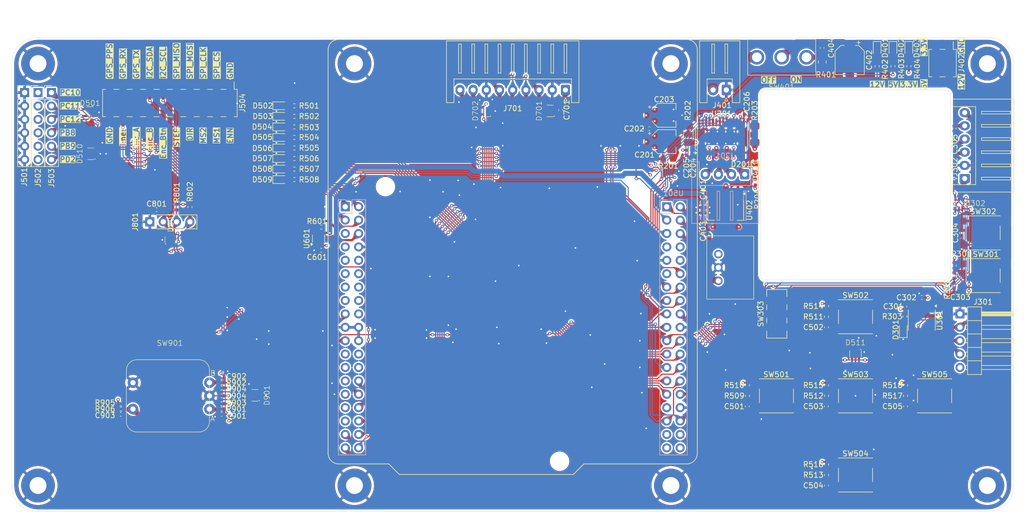
<source format=kicad_pcb>
(kicad_pcb (version 20240108) (generator "pcbnew") (generator_version "8.0")
  (layers (0 "F.Cu" signal) (1 "In1.Cu" signal) (2 "In2.Cu" signal) (31 "B.Cu" signal) (34 "B.Paste" user) (35 "F.Paste" user) (36 "B.SilkS" user "B.Silkscreen") (37 "F.SilkS" user "F.Silkscreen") (38 "B.Mask" user) (39 "F.Mask" user) (44 "Edge.Cuts" user))
  (net 0 "")
  (net 1 "+12V")
  (net 2 "Net-(C201-Pad2)")
  (net 3 "GND")
  (net 4 "Net-(U201-CPI)")
  (net 5 "Net-(U201-CPO)")
  (net 6 "Net-(U201-VCP)")
  (net 7 "Net-(U201-5VOUT)")
  (net 8 "+3.3V")
  (net 9 "/GPS_TEL0094_STM32C011J4M6/STM32C0_BTN")
  (net 10 "/GPS_TEL0094_STM32C011J4M6/STM32C0_NRST")
  (net 11 "+5V")
  (net 12 "/Current_NCS199A3RSQT2G/Load")
  (net 13 "/NUCLEO_L476RG/TIM2_CH1_ENC_A")
  (net 14 "/NUCLEO_L476RG/TIM2_CH2_ENC_B")
  (net 15 "Net-(D201-A)")
  (net 16 "Net-(D401-A)")
  (net 17 "Net-(D402-A)")
  (net 18 "Net-(D403-A)")
  (net 19 "/GPS_TEL0094_STM32C011J4M6/STM32C0_SWDIO")
  (net 20 "/GPS_TEL0094_STM32C011J4M6/STM32C0_SWCLK")
  (net 21 "/GPS_TEL0094_STM32C011J4M6/GPS_PPS")
  (net 22 "/GPS_TEL0094_STM32C011J4M6/GPS_TX")
  (net 23 "/GPS_TEL0094_STM32C011J4M6/GPS_EN")
  (net 24 "/GPS_TEL0094_STM32C011J4M6/GPS_RX")
  (net 25 "/Magnetometre_BMM150_SEN0419/INT")
  (net 26 "/Magnetometre_BMM150_SEN0419/STATUS")
  (net 27 "/Magnetometre_BMM150_SEN0419/SPI_CS")
  (net 28 "/Magnetometre_BMM150_SEN0419/SPI_MISO")
  (net 29 "/Magnetometre_BMM150_SEN0419/SPI_MOSI")
  (net 30 "/Magnetometre_BMM150_SEN0419/SPI_CLK")
  (net 31 "/NUCLEO_L476RG/I2C1_SDA")
  (net 32 "/NUCLEO_L476RG/I2C1_SCL")
  (net 33 "Net-(U201-BRA)")
  (net 34 "Net-(U201-BRB)")
  (net 35 "Net-(U201-DIAG)")
  (net 36 "Net-(D301-A)")
  (net 37 "Net-(D509-A)")
  (net 40 "/GPS_TEL0094_STM32C011J4M6/NUCLEO_TX")
  (net 41 "/GPS_TEL0094_STM32C011J4M6/STM32C0_TX")
  (net 42 "/NUCLEO_L476RG/BTN_T")
  (net 43 "/GPS_TEL0094_STM32C011J4M6/NUCLEO_RX")
  (net 45 "/NUCLEO_L476RG/TIM3_CH1_STEPPER_PWM")
  (net 55 "/NUCLEO_L476RG/PC10")
  (net 57 "/NUCLEO_L476RG/PC12")
  (net 58 "/Current_NCS199A3RSQT2G/Imes")
  (net 60 "/NUCLEO_L476RG/PB8")
  (net 61 "/NUCLEO_L476RG/PD2")
  (net 79 "/NUCLEO_L476RG/PB9")
  (net 82 "/NUCLEO_L476RG/PC11")
  (net 84 "/NUCLEO_L476RG/STEPPER_ENN")
  (net 85 "/NUCLEO_L476RG/STEPPER_MS2")
  (net 86 "/NUCLEO_L476RG/STEPPER_MS1")
  (net 87 "/NUCLEO_L476RG/STEPPER_DIR")
  (net 88 "/NUCLEO_L476RG/ENC_BTN")
  (net 91 "/NUCLEO_L476RG/LED_5")
  (net 92 "/NUCLEO_L476RG/LED_7")
  (net 93 "/NUCLEO_L476RG/LED_3")
  (net 94 "/NUCLEO_L476RG/LED_6")
  (net 95 "/NUCLEO_L476RG/LED_4")
  (net 96 "/NUCLEO_L476RG/LED_2")
  (net 97 "/NUCLEO_L476RG/LED_1")
  (net 98 "/NUCLEO_L476RG/BTN_TOP")
  (net 99 "/NUCLEO_L476RG/BTN_LEFT")
  (net 100 "/NUCLEO_L476RG/LED_0")
  (net 101 "/NUCLEO_L476RG/BTN_CENTER")
  (net 102 "/NUCLEO_L476RG/BTN_RIGHT")
  (net 103 "/NUCLEO_L476RG/BTN_BOT")
  (net 104 "/NUCLEO_L476RG/BTN_C")
  (net 105 "Net-(D502-A)")
  (net 106 "Net-(D503-A)")
  (net 107 "Net-(D504-A)")
  (net 108 "Net-(D505-A)")
  (net 109 "Net-(D506-A)")
  (net 110 "Net-(D507-A)")
  (net 111 "Net-(D508-A)")
  (net 112 "/NUCLEO_L476RG/BTN_B")
  (net 113 "/NUCLEO_L476RG/BTN_R")
  (net 114 "/NUCLEO_L476RG/BTN_L")
  (net 117 "/Rotary_Encodeur/S")
  (net 118 "/Rotary_Encodeur/B")
  (net 119 "/Rotary_Encodeur/A")
  (net 121 "Net-(J401-Pin_2)")
  (net 122 "Net-(R301-Pad1)")
  (net 123 "/GPS_TEL0094_STM32C011J4M6/STM32C0_LED")
  (net 124 "Net-(SW401-C)")
  (net 126 "/TMC2225_Driver/A1")
  (net 127 "/TMC2225_Driver/A2")
  (net 128 "/TMC2225_Driver/B2")
  (net 129 "/TMC2225_Driver/B1")
  (footprint "Resistor_SMD:R_0402_1005Metric" (layer "F.Cu") (at 103.6 75 180)
    (property "Reference" "R507")
    (property "Value" "400")
  )
  (footprint "MountingHole:MountingHole_3.2mm_M3_Pad" (layer "F.Cu") (at 235 135)
    (property "Reference" "H105" (hide yes))
    (property "Value" "MountingHole_Pad")
  )
  (footprint "libs:SC70-5L" (layer "F.Cu") (at 64.9 64.275 90)
    (property "Reference" "D501")
    (property "Value" "WE 82402374")
  )
  (footprint "Capacitor_SMD:C_0402_1005Metric" (layer "F.Cu") (at 170.92 67.35 180)
    (property "Reference" "C202")
    (property "Value" "100n")
  )
  (footprint "MountingHole:MountingHole_3.2mm_M3_Pad" (layer "F.Cu") (at 115 55)
    (property "Reference" "H102" (hide yes))
    (property "Value" "MountingHole_Pad")
  )
  (footprint "Resistor_SMD:R_0402_1005Metric" (layer "F.Cu") (at 220.1 55.5 90)
    (property "Reference" "R404")
    (property "Value" "820")
  )
  (footprint "LED_SMD:LED_0603_1608Metric" (layer "F.Cu") (at 101 69)
    (property "Reference" "D505")
    (property "Value" "GREEN_LED")
  )
  (footprint "Capacitor_SMD:C_0402_1005Metric" (layer "F.Cu") (at 181.1 83.8 90)
    (property "Reference" "C403")
    (property "Value" "100u")
  )
  (footprint "Button_Switch_SMD:SW_Push_1P1T_NO_6x6mm_H9.5mm" (layer "F.Cu") (at 234.2 87.1)
    (property "Reference" "SW302")
    (property "Value" "SW_Push")
  )
  (footprint "libs:SC70-6L" (layer "F.Cu") (at 210 110 180)
    (property "Reference" "D511")
    (property "Value" "WE 82402375")
  )
  (footprint "Connector_JST:JST_XH_S9B-XH-A_1x09_P2.50mm_Horizontal" (layer "F.Cu") (at 155 60 180)
    (property "Reference" "J701")
    (property "Value" "Conn_01x09")
  )
  (footprint "Capacitor_SMD:C_0402_1005Metric" (layer "F.Cu") (at 89.8 121.5 180)
    (property "Reference" "C901")
    (property "Value" "10n")
  )
  (footprint "Resistor_SMD:R_0402_1005Metric" (layer "F.Cu") (at 83.81 82.2 90)
    (property "Reference" "R802")
    (property "Value" "1k")
  )
  (footprint "Resistor_SMD:R_0402_1005Metric" (layer "F.Cu") (at 214.1 55.5 90)
    (property "Reference" "R402")
    (property "Value" "5k1")
  )
  (footprint "Resistor_SMD:R_0402_1005Metric" (layer "F.Cu") (at 204.51 118 90)
    (property "Reference" "R512")
    (property "Value" "10k")
  )
  (footprint "Resistor_SMD:R_0402_1005Metric" (layer "F.Cu") (at 191 77.49 -90)
    (property "Reference" "R204")
    (property "Value" "820")
  )
  (footprint "LED_SMD:LED_0603_1608Metric" (layer "F.Cu") (at 101 75)
    (property "Reference" "D508")
    (property "Value" "GREEN_LED")
  )
  (footprint "Connector_PinHeader_2.54mm:PinHeader_1x06_P2.54mm_Vertical" (layer "F.Cu") (at 55 60.5)
    (property "Reference" "J502")
    (property "Value" "Conn_01x06")
  )
  (footprint "LED_SMD:LED_0603_1608Metric" (layer "F.Cu") (at 214.1 52.3 -90)
    (property "Reference" "D401")
    (property "Value" "RED_LED")
  )
  (footprint "LED_SMD:LED_0603_1608Metric" (layer "F.Cu") (at 219.06 105.47 90)
    (property "Reference" "D301")
    (property "Value" "RED_LED")
  )
  (footprint "MountingHole:MountingHole_3.2mm_M3_Pad" (layer "F.Cu") (at 235 55)
    (property "Reference" "H104" (hide yes))
    (property "Value" "MountingHole_Pad")
  )
  (footprint "libs:SC70-5L" (layer "F.Cu") (at 96.175 117.9 90)
    (property "Reference" "D901")
    (property "Value" "WE 82402374")
  )
  (footprint "LED_SMD:LED_0603_1608Metric" (layer "F.Cu") (at 101 73)
    (property "Reference" "D507")
    (property "Value" "GREEN_LED")
  )
  (footprint "LED_SMD:LED_0603_1608Metric" (layer "F.Cu") (at 101 77)
    (property "Reference" "D509")
    (property "Value" "GREEN_LED")
  )
  (footprint "Capacitor_SMD:CP_Elec_4x5.7" (layer "F.Cu") (at 173.7 64.8)
    (property "Reference" "C203")
    (property "Value" "10u")
  )
  (footprint "Capacitor_SMD:C_0402_1005Metric" (layer "F.Cu") (at 230.1 87.1 90)
    (property "Reference" "C304")
    (property "Value" "100n")
  )
  (footprint "Package_SO:SOIC-8_3.9x4.9mm_P1.27mm" (layer "F.Cu") (at 222.56 103.65 -90)
    (property "Reference" "U301")
    (property "Value" "STM32C011J4Mx")
  )
  (footprint "libs:SC70-5L" (layer "F.Cu") (at 80.175 88.4)
    (property "Reference" "D801")
    (property "Value" "WE 82402374")
  )
  (footprint "LED_SMD:LED_0603_1608Metric" (layer "F.Cu") (at 191 74.89 -90)
    (property "Reference" "D201")
    (property "Value" "RED_LED")
  )
  (footprint "Capacitor_SMD:C_0402_1005Metric" (layer "F.Cu") (at 204.48 120 -90)
    (property "Reference" "C503")
    (property "Value" "10n")
  )
  (footprint "Button_Switch_SMD:SW_DPDT_CK_JS202011JCQN" (layer "F.Cu") (at 195.075 102.45 90)
    (property "Reference" "SW303")
    (property "Value" "SW_Push_DPDT")
  )
  (footprint "Resistor_SMD:R_0402_1005Metric" (layer "F.Cu") (at 89.8 116.5 180)
    (property "Reference" "R904")
    (property "Value" "10k")
  )
  (footprint "LED_SMD:LED_0603_1608Metric" (layer "F.Cu") (at 101 71)
    (property "Reference" "D506")
    (property "Value" "GREEN_LED")
  )
  (footprint "Connector_PinSocket_2.54mm:PinSocket_1x04_P2.54mm_Vertical" (layer "F.Cu") (at 76.19 85 90)
    (property "Reference" "J801")
    (property "Value" "Conn_01x04")
  )
  (footprint "Resistor_SMD:R_0402_1005Metric" (layer "F.Cu") (at 204.5 101 90)
    (property "Reference" "R514")
    (property "Value" "10k")
  )
  (footprint "Resistor_SMD:R_0402_1005Metric" (layer "F.Cu") (at 89.8 115.5 180)
    (property "Reference" "R902")
    (property "Value" "10k")
  )
  (footprint "Resistor_SMD:R_0402_1005Metric" (layer "F.Cu") (at 228.71 93.28 90)
    (property "Reference" "R301")
    (property "Value" "10k")
  )
  (footprint "Capacitor_SMD:C_0402_1005Metric" (layer "F.Cu") (at 108.69 90.4 180)
    (property "Reference" "C601")
    (property "Value" "100n")
  )
  (footprint "libs:482016514001_Mechanical_Incremental_Encoder_Switch" (layer "F.Cu") (at 80 118)
    (property "Reference" "SW901")
    (property "Value" "RotaryEncoder_Switch")
  )
  (footprint "LED_SMD:LED_0603_1608Metric" (layer "F.Cu") (at 220.1 52.3 -90)
    (property "Reference" "D403")
    (property "Value" "RED_LED")
  )
  (footprint "MountingHole:MountingHole_3.2mm_M3_Pad" (layer "F.Cu") (at 175 55)
    (property "Reference" "H103" (hide yes))
    (property "Value" "MountingHole_Pad")
  )
  (footprint "libs:173010xxx" (layer "F.Cu") (at 184 93.66 -90)
    (property "Reference" "U401")
    (property "Value" "173010542")
  )
  (footprint "Resistor_SMD:R_0402_1005Metric" (layer "F.Cu") (at 228.7 95.18 -90)
    (property "Reference" "R302")
    (property "Value" "10k")
  )
  (footprint "Capacitor_SMD:C_0402_1005Metric" (layer "F.Cu") (at 219.36 101.07 90)
    (property "Reference" "C301")
    (property "Value" "4u7")
  )
  (footprint "Capacitor_SMD:C_0402_1005Metric" (layer "F.Cu") (at 228.7 67.3 -90)
    (property "Reference" "C305")
    (property "Value" "1u")
  )
  (footprint "Connector_PinHeader_2.54mm:PinHeader_1x05_P2.54mm_Horizontal" (layer "F.Cu") (at 229.8 102.46)
    (property "Reference" "J301")
    (property "Value" "Conn_01x05")
  )
  (footprint "Connector_JST:JST_XH_S2B-XH-A_1x02_P2.50mm_Horizontal" (layer "F.Cu") (at 185.5 60 180)
    (property "Reference" "J401")
    (property "Value" "Conn_01x02")
  )
  (footprint "Resistor_SMD:R_0402_1005Metric" (layer "F.Cu") (at 219.36 102.97 -90)
    (property "Reference" "R303")
    (property "Value" "800")
  )
  (footprint "Resistor_SMD:R_0402_1005Metric" (layer "F.Cu") (at 189.5 116 90)
    (property "Reference" "R510")
    (property "Value" "10k")
  )
  (footprint "Resistor_SMD:R_0402_1005Metric" (layer "F.Cu") (at 204.5 116 90)
    (property "Reference" "R515")
    (property "Value" "10k")
  )
  (footprint "Capacitor_SMD:C_0402_1005Metric" (layer "F.Cu") (at 89.8 118 180)
    (property "Reference" "C904")
    (property "Value" "100n")
  )
  (footprint "Button_Switch_SMD:SW_Push_1P1T_NO_6x6mm_H9.5mm" (layer "F.Cu") (at 210 103)
    (property "Reference" "SW502")
    (property "Value" "SW_Push")
  )
  (footprint "Capacitor_SMD:C_0402_1005Metric" (layer "F.Cu") (at 89.8 114.5 180)
    (property "Reference" "C902")
    (property "Value" "10n")
  )
  (footprint "MountingHole:MountingHole_3.2mm_M3_Pad" (layer "F.Cu") (at 55 55)
    (property "Reference" "H101" (hide yes))
    (property "Value" "MountingHole_Pad")
  )
  (footprint "libs:ST_NUCLEO_64" (layer "F.Cu") (at 145 105)
    (property "Reference" "U501")
    (property "Value" "NUCLEO_L476RG")
  )
  (footprint "Button_Switch_SMD:SW_Push_1P1T_NO_6x6mm_H9.5mm" (layer "F.Cu") (at 210 133)
    (property "Reference" "SW504")
    (property "Value" "SW_Push")
  )
  (footprint "Button_Switch_SMD:SW_Push_1P1T_NO_6x6mm_H9.5mm" (layer "F.Cu") (at 210 118)
    (property "Reference" "SW503")
    (property "Value" "SW_Push")
  )
  (footprint "MountingHole:MountingHole_3.2mm_M3_Pad" (layer "F.Cu") (at 115 135)
    (property "Reference" "H107" (hide yes))
    (property "Value" "MountingHole_Pad")
  )
  (footprint "Resistor_SMD:R_0402_1005Metric" (layer "F.Cu") (at 189.5 118 90)
    (property "Reference" "R509")
    (property "Value" "10k")
  )
  (footprint "Connector_JST:JST_XH_S6B-XH-A_1x06_P2.50mm_Horizontal" (layer "F.Cu") (at 230.7 76.8 90)
    (property "Reference" "J302")
    (property "Value" "Conn_01x06")
  )
  (footprint "Resistor_SMD:R_0402_1005Metric" (layer "F.Cu") (at 204.5 133 90)
    (property "Reference" "R513")
    (property "Value" "10k")
  )
  (footprint "Resistor_SMD:R_0402_1005Metric" (layer "F.Cu") (at 204.5 103 90)
    (property "Reference" "R511")
    (property "Value" "10k")
  )
  (footprint "Capacitor_SMD:CP_Elec_4x5.7" (layer "F.Cu") (at 173.7 69.8)
    (property "Reference" "C201")
    (property "Value" "10u")
  )
  (footprint "Resistor_SMD:R_0402_1005Metric" (layer "F.Cu") (at 103.6 73 180)
    (property "Reference" "R506")
    (property "Value" "400")
  )
  (footprint "Capacitor_SMD:C_0402_1005Metric" (layer "F.Cu") (at 219.5 120 -90)
    (property "Reference" "C505")
    (property "Value" "10n")
  )
  (footprint "Package_TO_SOT_SMD:SOT-223-3_TabPin2" (layer "F.Cu") (at 185.4 82.8 -90)
    (property "Reference" "U402")
    (property "Value" "AMS1117-3.3")
  )
  (footprint "Connector_PinHeader_2.54mm:PinHeader_1x06_P2.54mm_Vertical" (layer "F.Cu") (at 52.46 60.5)
    (property "Reference" "J501")
    (property "Value" "Conn_01x06")
  )
  (footprint "Connector_PinHeader_2.54mm:PinHeader_2x02_P2.54mm_Vertical_SMD" (layer "F.Cu") (at 226.5 54.9 -90)
    (property "Reference" "J402")
    (property "Value" "Conn_02x02_Counter_Clockwise")
  )
  (footprint "Resistor_SMD:R_0402_1005Metric" (layer "F.Cu") (at 70.7 120.5 180)
    (property "Reference" "R906")
    (property "Value" "10k")
  )
  (footprint "Resistor_SMD:R_1206_3216Metric_Pad1.30x1.75mm_HandSolder" (layer "F.Cu") (at 178.3 68.4 90)
    (property "Reference" "R202")
    (property "Value" "680m")
  )
  (footprint "Package_TO_SOT_SMD:SOT-363_SC-70-6" (layer "F.Cu") (at 108.185 88.19 90)
    (property "Reference" "U601")
    (property "Value" "NCS199A3RSQT2G")
  )
  (footprint "Capacitor_SMD:C_0402_1005Metric" (layer "F.Cu") (at 222.56 99.35 180)
    (property "Reference" "C302")
    (property "Value" "100n")
  )
  (footprint "Capacitor_SMD:C_0402_1005Metric" (layer "F.Cu") (at 189.4 64.6 180)
    (property "Reference" "C206")
    (property "Value" "4u7")
  )
  (footprint "LED_SMD:LED_0603_1608Metric" (layer "F.Cu") (at 217.1 52.3 -90)
    (property "Reference" "D402")
    (property "Value" "RED_LED")
  )
  (footprint "Resistor_SMD:R_0402_1005Metric" (layer "F.Cu") (at 103.59 67 180)
    (property "Reference" "R503")
    (property "Value" "800")
  )
  (footprint "Capacitor_SMD:C_0402_1005Metric" (layer "F.Cu") (at 203.665 52.032 -90)
    (property "Reference" "C404")
    (property "Value" "100n")
  )
  (footprint "LED_SMD:LED_0603_1608Metric" (layer "F.Cu") (at 101 63)
    (property "Reference" "D502")
    (property "Value" "RED_LED")
  )
  (footprint "Capacitor_SMD:C_0402_1005Metric" (layer "F.Cu") (at 77.48 82.7 180)
    (property "Reference" "C801")
    (property "Value" "1u")
  )
  (footprint "Connector_PinHeader_2.54mm:PinHeader_1x06_P2.54mm_Vertical" (layer "F.Cu") (at 57.54 60.5)
    (property "Reference" "J503")
    (property "Value" "Conn_01x06")
  )
  (footprint "LED_SMD:LED_0603_1608Metric" (layer "F.Cu") (at 101 67)
    (property "Reference" "D504")
    (property "Value" "YELLOW_LED")
  )
  (footprint "LED_SMD:LED_0603_1608Metric" (layer "F.Cu") (at 101 65)
    (property "Reference" "D503")
    (property "Value" "AMBER_LED")
  )
  (footprint "Capacitor_SMD:C_0402_1005Metric" (layer "F.Cu") (at 178 71.9 -90)
    (property "Reference" "C205")
    (property "Value" "100n")
  )
  (footprint "Resistor_SMD:R_0402_1005Metric" (layer "F.Cu") (at 103.6 71 180)
    (property "Reference" "R505")
    (property "Value" "400")
  )
  (footprint "Resistor_SMD:R_0805_2012Metric" (layer "F.Cu") (at 203.693 54.699 -90)
    (property "Reference" "R401")
    (property "Value" "1k")
  )
  (footprint "Resistor_SMD:R_0402_1005Metric" (layer "F.Cu") (at 103.6 77 180)
    (property "Reference" "R508")
    (property "Value" "400")
  )
  (footprint "Connector_PinHeader_2.54mm:PinHeader_2x10_P2.54mm_Vertical_SMD" (layer "F.Cu") (at 80 62.475 -90)
    (property "Reference" "J504")
    (property "Value" "Conn_02x10_Odd_Even")
  )
  (footprint "Capacitor_SMD:C_0402_1005Metric" (layer "F.Cu") (at 181.1 81.8 -90)
    (property "Reference" "C401")
    (property "Value" "10u")
  )
  (footprint "Button_Switch_SMD:SW_Push_1P1T_NO_6x6mm_H9.5mm" (layer "F.Cu") (at 225 118)
    (property "Reference" "SW505")
    (property "Value" "SW_Push")
  )
  (footprint "Resistor_SMD:R_0402_1005Metric" (layer "F.Cu") (at 204.51 131 90)
    (property "Reference" "R516")
    (property "Value" "10k")
  )
  (footprint "Resistor_SMD:R_0402_1005Metric" (layer "F.Cu") (at 103.59 69 180)
    (property "Reference" "R504")
    (property "Value" "400")
  )
  (footprint "Capacitor_SMD:C_0402_1005Metric" (layer "F.Cu") (at 189.48 120 -90)
    (property "Reference" "C501")
    (property "Value" "10n")
  )
  (footprint "libs:SC70-5L" (layer "F.Cu") (at 152.1 63.975 90)
    (property "Reference" "D701")
    (property "Value" "WE 82402374")
  )
  (footprint "Capacitor_SMD:CP_Elec_5x5.4" (layer "F.Cu") (at 208.9 54.318 -90)
    (property "Reference" "C402")
    (property "Value" "22u")
  )
  (footprint "Resistor_SMD:R_0402_1005Metric" (layer "F.Cu") (at 70.7 119.5)
    (property "Reference" "R905")
    (property "Value" "10k")
  )
  (footprint "MountingHole:MountingHole_3.2mm_M3_Pad" (layer "F.Cu") (at 55 135)
    (property "Reference" "H108" (hide yes))
    (property "Value" "MountingHole_Pad")
  )
  (footprint "Capacitor_SMD:C_0402_1005Metric" (layer "F.Cu") (at 204.5 105 -90)
    (property "Reference" "C502")
    (property "Value" "10n")
  )
  (footprint "Button_Switch_SMD:SW_Push_1P1T_NO_6x6mm_H9.5mm" (layer "F.Cu") (at 234.2 95.2)
    (property "Reference" "SW301")
    (property "Value" "SW_Push")
  )
  (footprint "Capacitor_SMD:C_0402_1005Metric" (layer "F.Cu") (at 204.5 135 -90)
    (property "Reference" "C504")
    (property "Value" "10n")
  )
  (footprint "Capacitor_SMD:C_0402_1005Metric" (layer "F.Cu") (at 228.7 97.08 -90)
    (property "Reference" "C303")
    (property "Value" "10n")
  )
  (footprint "Capacitor_SMD:C_0402_1005Metric" (layer "F.Cu") (at 154.075 63.8 -90)
    (property "Reference" "C701")
    (property "Value" "1u")
  )
  (footprint "libs:SC70-5L" (layer "F.Cu") (at 65 72.1 90)
    (property "Reference" "D510")
    (property "Value" "WE 82402374")
  )
  (footprint "Resistor_SMD:R_0603_1608Metric_Pad0.98x0.95mm_HandSolder" (layer "F.Cu") (at 174.45 73.05 180)
    (property "Reference" "R201")
    (property "Value" "110m")
  )
  (footprint "Resistor_SMD:R_0402_1005Metric" (layer "F.Cu") (at 103.6 65 180)
    (property "Reference" "R502")
    (property "Value" "850")
  )
  (footprint "Resistor_SMD:R_0402_1005Metric" (layer "F.Cu") (at 108.7 86 180)
    (property "Reference" "R601")
    (property "Value" "30m")
  )
  (footprint "Resistor_SMD:R_0402_1005Metric" (layer "F.Cu") (at 81.27 82.2 90)
    (property "Reference" "R801")
    (property "Value" "1k")
  )
  (footprint "Resistor_SMD:R_0402_1005Metric" (layer "F.Cu") (at 103.6 63 180)
    (property "Reference" "R501")
    (property "Value" "800")
  )
  (footprint "Resistor_SMD:R_0402_1005Metric" (layer "F.Cu") (at 219.51 116 90)
    (property "Reference" "R518")
    (property "Value" "10k")
  )
  (footprint "Resistor_SMD:R_1206_3216Metric_Pad1.30x1.75mm_HandSolder" (layer "F.Cu") (at 190.9 68.4 90)
    (property "Reference" "R203")
    (property "Value" "680m")
  )
  (footprint "libs:472121020311" (layer "F.Cu") (at 196 53.8)
    (property "Reference" "SW401")
    (property "Value" "SW_SPDT")
  )
  (footprint "libs:SC70-6L" (layer "F.Cu") (at 229.6 81.6)
    (property "Reference" "D302")
    (property "Value" "WE 82402375")
  )
  (footprint "Capacitor_SMD:C_0402_1005Metric" (layer "F.Cu") (at 179 71.9 90)
    (property "Reference" "C204")
    (property "Value" "22n")
  )
  (footprint "Button_Switch_SMD:SW_Push_1P1T_NO_6x6mm_H9.5mm" (layer "F.Cu") (at 195 118)
    (property "Reference" "SW501")
    (property "Value" "SW_Push")
  )
  (footprint "Resistor_SMD:R_0402_1005Metric" (layer "F.Cu") (at 89.8 120.5 180)
    (property "Reference" "R901")
    (property "Value" "10k")
  )
  (footprint "Capacitor_SMD:C_0402_1005Metric" (layer "F.Cu") (at 70.7 121.5)
    (property "Reference" "C903")
    (property "Value" "10n")
  )
  (footprint "Package_SO:HTSSOP-28-1EP_4.4x9.7mm_P0.65mm_EP2.85x5.4mm_ThermalVias" (layer "F.Cu") (at 184.6 69.025 90)
    (property "Reference" "U201")
    (property "Value" "TMC2225-SA-T")
  )
  (footprint "Resistor_SMD:R_0402_1005Metric" (layer "F.Cu") (at 89.8 119.5 180)
    (property "Reference" "R903")
    (property "Value" "10k")
  )
  (footprint "libs:SC70-5L" (layer "F.Cu") (at 140.025 63.975 90)
    (property "Reference" "D702")
    (property "Value" "WE 82402374")
  )
  (footprint "MountingHole:MountingHole_3.2mm_M3_Pad" (layer "F.Cu") (at 175 135)
    (property "Reference" "H106" (hide yes))
    (property "Value" "MountingHole_Pad")
  )
  (footprint "Resistor_SMD:R_0402_1005Metric" (layer "F.Cu") (at 219.5 118 90)
    (property "Reference" "R517")
    (property "Value" "10k")
  )
  (footprint "Resistor_SMD:R_0402_1005Metric" (layer "F.Cu") (at 217.1 55.5 90)
    (property "Reference" "R403")
    (property "Value" "1k6")
  )
  (footprint "Connector_JST:JST_XH_S4B-XH-A_1x04_P2.50mm_Horizontal" (layer "B.Cu") (at 189 76 180)
    (property "Reference" "J201")
    (property "Value" "Conn_01x04")
  )
  (gr_line (start 235 50) (end 55 50) (stroke (width 0.05)) (layer "Edge.Cuts"))
  (gr_line (start 193 96) (end 227 96) (stroke (width 0.05)) (layer "Edge.Cuts"))
  (gr_arc (start 193 96) (mid 192.292893 95.707107) (end 192 95) (stroke (width 0.05)) (layer "Edge.Cuts"))
  (gr_arc (start 50 55) (mid 51.464466 51.464466) (end 55 50) (stroke (width 0.05)) (layer "Edge.Cuts"))
  (gr_arc (start 192 61) (mid 192.292893 60.292893) (end 193 60) (stroke (width 0.05)) (layer "Edge.Cuts"))
  (gr_line (start 228 95) (end 228 61) (stroke (width 0.05)) (layer "Edge.Cuts"))
  (gr_line (start 240 135) (end 240 55) (stroke (width 0.05)) (layer "Edge.Cuts"))
  (gr_arc (start 227 60) (mid 227.707107 60.292893) (end 228 61) (stroke (width 0.05)) (layer "Edge.Cuts"))
  (gr_line (start 193 60) (end 227 60) (stroke (width 0.05)) (layer "Edge.Cuts"))
  (gr_arc (start 240 135) (mid 238.535534 138.535534) (end 235 140) (stroke (width 0.05)) (layer "Edge.Cuts"))
  (gr_arc (start 235 50) (mid 238.535534 51.464466) (end 240 55) (stroke (width 0.05)) (layer "Edge.Cuts"))
  (gr_arc (start 55 140) (mid 51.464466 138.535534) (end 50 135) (stroke (width 0.05)) (layer "Edge.Cuts"))
  (gr_line (start 50 55) (end 50 135) (stroke (width 0.05)) (layer "Edge.Cuts"))
  (gr_line (start 55 140) (end 235 140) (stroke (width 0.05)) (layer "Edge.Cuts"))
  (gr_arc (start 228 95) (mid 227.707108 95.707108) (end 227 96) (stroke (width 0.05)) (layer "Edge.Cuts"))
  (gr_line (start 192 95) (end 192 61) (stroke (width 0.05)) (layer "Edge.Cuts"))
  (gr_text "STEP" (at 81.27 67 90) (layer "F.SilkS" knockout) (effects (font (size 1 1) (thickness 0.2) (bold yes)) (justify right)))
  (gr_text "OFF" (at 193.51 58.128 0) (layer "F.SilkS" knockout) (effects (font (size 1 1) (thickness 0.2) (bold yes))))
  (gr_text "ENN" (at 91.43 67 90) (layer "F.SilkS" knockout) (effects (font (size 1 1) (thickness 0.2) (bold yes)) (justify right)))
  (gr_text "Enc_A" (at 73.65 67 90) (layer "F.SilkS" knockout) (effects (font (size 1 1) (thickness 0.2) (bold yes)) (justify right)))
  (gr_text "3.3V" (at 220.1 59 0) (layer "F.SilkS" knockout) (effects (font (size 1 1) (thickness 0.2) (bold yes))))
  (gr_text "MS1" (at 88.89 67 90) (layer "F.SilkS" knockout) (effects (font (size 1 1) (thickness 0.2) (bold yes)) (justify right)))
  (gr_text "SPI_CLK" (at 86.35 58 90) (layer "F.SilkS" knockout) (effects (font (size 1 1) (thickness 0.2) (bold yes)) (justify left)))
  (gr_text "Enc_B" (at 76.19 67 90) (layer "F.SilkS" knockout) (effects (font (size 1 1) (thickness 0.2) (bold yes)) (justify right)))
  (gr_text "5V	" (at 223 58 90) (layer "F.SilkS" knockout) (effects (font (size 1 1) (thickness 0.2) (bold yes))))
  (gr_text "Enc_Btn" (at 78.73 67 90) (layer "F.SilkS" knockout) (effects (font (size 1 1) (thickness 0.2) (bold yes)) (justify right)))
  (gr_text "I2C_SCL" (at 78.73 58 90) (layer "F.SilkS" knockout) (effects (font (size 1 1) (thickness 0.2) (bold yes)) (justify left)))
  (gr_text "PB9" (at 59 70.66 0) (layer "F.SilkS" knockout) (effects (font (size 1 1) (thickness 0.2) (bold yes)) (justify left)))
  (gr_text "GND" (at 68.57 67 90) (layer "F.SilkS" knockout) (effects (font (size 1 1) (thickness 0.2) (bold yes)) (justify right)))
  (gr_text "GPS_RX" (at 71.11 58 90) (layer "F.SilkS" knockout) (effects (font (size 1 1) (thickness 0.2) (bold yes)) (justify left)))
  (gr_text "DIR" (at 83.81 67 90) (layer "F.SilkS" knockout) (effects (font (size 1 1) (thickness 0.2) (bold yes)) (justify right)))
  (gr_text "PC10" (at 59 60.5 0) (layer "F.SilkS" knockout) (effects (font (size 1 1) (thickness 0.2) (bold yes)) (justify left)))
  (gr_text "PC12" (at 59 65.58 0) (layer "F.SilkS" knockout) (effects (font (size 1 1) (thickness 0.2) (bold yes)) (justify left)))
  (gr_text "SPI_MOSI" (at 83.81 58 90) (layer "F.SilkS" knockout) (effects (font (size 1 1) (thickness 0.2) (bold yes)) (justify left)))
  (gr_text "GPS_TX" (at 73.65 58 90) (layer "F.SilkS" knockout) (effects (font (size 1 1) (thickness 0.2) (bold yes)) (justify left)))
  (gr_text "SPI_MISO" (at 81.27 58 90) (layer "F.SilkS" knockout) (effects (font (size 1 1) (thickness 0.2) (bold yes)) (justify left)))
  (gr_text "PD2" (at 59 73.2 0) (layer "F.SilkS" knockout) (effects (font (size 1 1) (thickness 0.2) (bold yes)) (justify left)))
  (gr_text "12V" (at 230.1 58.5 90) (layer "F.SilkS" knockout) (effects (font (size 1 1) (thickness 0.2) (bold yes))))
  (gr_text "12V" (at 214.1 59 0) (layer "F.SilkS" knockout) (effects (font (size 1 1) (thickness 0.2) (bold yes))))
  (gr_text "PC11" (at 59 63.04 0) (layer "F.SilkS" knockout) (effects (font (size 1 1) (thickness 0.2) (bold yes)) (justify left)))
  (gr_text "GND" (at 91.43 58 90) (layer "F.SilkS" knockout) (effects (font (size 1 1) (thickness 0.2) (bold yes)) (justify left)))
  (gr_text "I2C_SDA" (at 76.19 58 90) (layer "F.SilkS" knockout) (effects (font (size 1 1) (thickness 0.2) (bold yes)) (justify left)))
  (gr_text "GND" (at 230.1 51.6 90) (layer "F.SilkS" knockout) (effects (font (size 1 1) (thickness 0.2) (bold yes))))
  (gr_text "GPS_PPS" (at 68.57 58 90) (layer "F.SilkS" knockout) (effects (font (size 1 1) (thickness 0.2) (bold yes)) (justify left)))
  (gr_text "SPI_CS" (at 88.89 58 90) (layer "F.SilkS" knockout) (effects (font (size 1 1) (thickness 0.2) (bold yes)) (justify left)))
  (gr_text "ON" (at 197.574 58.636 0) (layer "F.SilkS" knockout) (effects (font (size 1 1) (thickness 0.2) (bold yes)) (justify left bottom)))
  (gr_text "5V	" (at 218.1 59 0) (layer "F.SilkS" knockout) (effects (font (size 1 1) (thickness 0.2) (bold yes))))
  (gr_text "MS2" (at 86.35 67 90) (layer "F.SilkS" knockout) (effects (font (size 1 1) (thickness 0.2) (bold yes)) (justify right)))
  (gr_text "Imes" (at 71.11 67 90) (layer "F.SilkS" knockout) (effects (font (size 1 1) (thickness 0.2) (bold yes)) (justify right)))
  (gr_text "3.3V" (at 223 51.9 90) (layer "F.SilkS" knockout) (effects (font (size 1 1) (thickness 0.2) (bold yes))))
  (gr_text "PB8" (at 59 68.12 0) (layer "F.SilkS" knockout) (effects (font (size 1 1) (thickness 0.2) (bold yes)) (justify left)))
  (segment (start 203.675 50.875) (end 198.925 50.875) (width 1) (layer "F.Cu") (net 1))
  (segment (start 186.875 71.8875) (end 186.875 70.978952) (width 0.2) (layer "F.Cu") (net 1))
  (segment (start 182.325 71.8875) (end 182.325 72.85) (width 0.2) (layer "F.Cu") (net 1))
  (segment (start 182.325 70.980335) (end 182.294667 70.950002) (width 0.2) (layer "F.Cu") (net 1))
  (segment (start 171.9 69.8) (end 171.9 68.7) (width 0.2) (layer "F.Cu") (net 1))
  (segment (start 207.657 50.875) (end 203.675 50.875) (width 1) (layer "F.Cu") (net 1))
  (segment (start 171.9 69.8) (end 171.9 70.9) (width 0.2) (layer "F.Cu") (net 1))
  (segment (start 171.9 64.8) (end 170.3 64.8) (width 0.2) (layer "F.Cu") (net 1))
  (segment (start 214.1 56.01) (end 214.1 58.15) (width 0.2) (layer "F.Cu") (net 1))
  (segment (start 215.35 59.4) (end 226.5 59.4) (width 0.2) (layer "F.Cu") (net 1))
  (segment (start 226.5 59.4) (end 227.77 58.13) (width 0.2) (layer "F.Cu") (net 1))
  (segment (start 171.9 64.8) (end 171.9 65.9) (width 0.2) (layer "F.Cu") (net 1))
  (segment (start 214.1 58.15) (end 215.225 59.275) (width 0.2) (layer "F.Cu") (net 1))
  (segment (start 215.225 59.275) (end 215.35 59.4) (width 0.2) (layer "F.Cu") (net 1))
  (segment (start 171.9 64.8) (end 171.9 63.7) (width 0.2) (layer "F.Cu") (net 1))
  (segment (start 198.925 50.875) (end 196 53.8) (width 1) (layer "F.Cu") (net 1))
  (segment (start 182.325 72.85) (end 182.275 72.9) (width 0.2) (layer "F.Cu") (net 1))
  (segment (start 203.665 50.885) (end 203.675 50.875) (width 0.2) (layer "F.Cu") (net 1))
  (segment (start 214.1 56.01) (end 212.792 56.01) (width 0.2) (layer "F.Cu") (net 1))
  (segment (start 186.925 72.910025) (end 186.875 72.860025) (width 0.2) (layer "F.Cu") (net 1))
  (segment (start 186.875 70.978952) (end 186.904897 70.949055) (width 0.2) (layer "F.Cu") (net 1))
  (segment (start 227.77 58.13) (end 227.77 57.425) (width 0.2) (layer "F.Cu") (net 1))
  (segment (start 182.325 71.8875) (end 182.325 70.980335) (width 0.2) (layer "F.Cu") (net 1))
  (segment (start 208.9 52.118) (end 207.657 50.875) (width 1) (layer "F.Cu") (net 1))
  (segment (start 212.792 56.01) (end 208.9 52.118) (width 0.2) (layer "F.Cu") (net 1))
  (segment (start 186.875 72.860025) (end 186.875 71.8875) (width 0.2) (layer "F.Cu") (net 1))
  (segment (start 177.27 71.42) (end 177.25 71.4) (width 0.2) (layer "F.Cu") (net 1))
  (segment (start 171.9 69.8) (end 170.3 69.8) (width 0.2) (layer "F.Cu") (net 1))
  (segment (start 203.665 51.552) (end 203.665 50.885) (width 0.2) (layer "F.Cu") (net 1))
  (segment (start 178 71.42) (end 177.27 71.42) (width 0.2) (layer "F.Cu") (net 1))
  (via (at 171.9 68.7) (size 0.6) (drill 0.3) (layers "F.Cu" "B.Cu") (net 1))
  (via (at 171.9 63.7) (size 0.6) (drill 0.3) (layers "F.Cu" "B.Cu") (net 1))
  (via (at 170.3 69.8) (size 0.6) (drill 0.3) (layers "F.Cu" "B.Cu") (net 1))
  (via (at 177.25 71.4) (size 0.6) (drill 0.3) (layers "F.Cu" "B.Cu") (net 1))
  (via (at 182.294667 70.950002) (size 0.6) (drill 0.3) (layers "F.Cu" "B.Cu") (net 1))
  (via (at 186.925 72.910025) (size 0.6) (drill 0.3) (layers "F.Cu" "B.Cu") (net 1))
  (via (at 171.9 65.9) (size 0.6) (drill 0.3) (layers "F.Cu" "B.Cu") (net 1))
  (via (at 186.904897 70.949055) (size 0.6) (drill 0.3) (layers "F.Cu" "B.Cu") (net 1))
  (via (at 182.275 72.9) (size 0.6) (drill 0.3) (layers "F.Cu" "B.Cu") (net 1))
  (via (at 171.9 70.9) (size 0.6) (drill 0.3) (layers "F.Cu" "B.Cu") (net 1))
  (via (at 170.3 64.8) (size 0.6) (drill 0.3) (layers "F.Cu" "B.Cu") (net 1))
  (segment (start 210 107.6) (end 210 109.075) (width 0.2) (layer "F.Cu") (net 3))
  (segment (start 89.01 121.5) (end 88.57 121.94) (width 0.2) (layer "F.Cu") (net 3))
  (segment (start 65.9 72.1) (end 66.8 72.1) (width 0.2) (layer "F.Cu") (net 3))
  (segment (start 91.43 57.92) (end 91.45 57.9) (width 0.2) (layer "F.Cu") (net 3))
  (segment (start 100.2125 65) (end 100.2125 65.9875) (width 0.2) (layer "F.Cu") (net 3))
  (segment (start 100.2 74) (end 100.2125 74.0125) (width 0.2) (layer "F.Cu") (net 3))
  (segment (start 89.32 121.5) (end 89.01 121.5) (width 0.2) (layer "F.Cu") (net 3))
  (segment (start 140.925 63.975) (end 141.675 63.975) (width 0.2) (layer "F.Cu") (net 3))
  (segment (start 100.2125 65) (end 100.2125 64.0125) (width 0.2) (layer "F.Cu") (net 3))
  (segment (start 66.525 64.275) (end 66.55 64.25) (width 0.2) (layer "F.Cu") (net 3))
  (segment (start 100.2125 73) (end 100.2125 72.0125) (width 0.2) (layer "F.Cu") (net 3))
  (segment (start 229.6 83.225) (end 229.775 83.4) (width 0.2) (layer "F.Cu") (net 3))
  (segment (start 100.2 68) (end 100.2125 68.0125) (width 0.2) (layer "F.Cu") (net 3))
  (segment (start 100.2 70) (end 100.2125 70.0125) (width 0.2) (layer "F.Cu") (net 3))
  (segment (start 100.2125 73.9875) (end 100.2 74) (width 0.2) (layer "F.Cu") (net 3))
  (segment (start 100.2125 66.0125) (end 100.2 66) (width 0.2) (layer "F.Cu") (net 3))
  (segment (start 180.375 66.1625) (end 180.375 64.925) (width 0.2) (layer "F.Cu") (net 3))
  (segment (start 153.77 63.975) (end 154.075 64.28) (width 0.2) (layer "F.Cu") (net 3))
  (segment (start 68.57 65) (end 68.57 67.03) (width 0.2) (layer "F.Cu") (net 3))
  (segment (start 230.55 92.95) (end 230.6 93) (width 0.2) (layer "F.Cu") (net 3))
  (segment (start 219.06 106.2575) (end 219.06 107.265) (width 0.2) (layer "F.Cu") (net 3))
  (segment (start 80.175 89.3) (end 80.175 88.956544) (width 0.2) (layer "F.Cu") (net 3))
  (segment (start 100.2125 72.0125) (end 100.2 72) (width 0.2) (layer "F.Cu") (net 3))
  (segment (start 100.2125 70.0125) (end 100.2125 71) (width 0.2) (layer "F.Cu") (net 3))
  (segment (start 91.43 59.95) (end 91.43 57.92) (width 0.2) (layer "F.Cu") (net 3))
  (segment (start 100.2125 76.0125) (end 100.2 76) (width 0.2) (layer "F.Cu") (net 3))
  (segment (start 210.6 107) (end 210 107.6) (width 0.2) (layer "F.Cu") (net 3))
  (segment (start 97.075 117.9) (end 98.2 117.9) (width 0.2) (layer "F.Cu") (net 3))
  (segment (start 210 109.075) (end 210 108.69) (width 0.2) (layer "F.Cu") (net 3))
  (segment (start 89.2 114.5) (end 88.34 113.64) (width 0.2) (layer "F.Cu") (net 3))
  (segment (start 100.2125 77) (end 100.2125 76.0125) (width 0.2) (layer "F.Cu") (net 3))
  (segment (start 100.2 72) (end 100.2125 71.9875) (width 0.2) (layer "F.Cu") (net 3))
  (segment (start 100.2125 65.9875) (end 100.2 66) (width 0.2) (layer "F.Cu") (net 3))
  (segment (start 141.675 63.975) (end 141.7 64) (width 0.2) (layer "F.Cu") (net 3))
  (segment (start 228.7 67.78) (end 228.7 69.29) (width 0.2) (layer "F.Cu") (net 3))
  (segment (start 100.2125 63.9875) (end 100.2 64) (width 0.2) (layer "F.Cu") (net 3))
  (segment (start 100.2125 64.0125) (end 100.2 64) (width 0.2) (layer "F.Cu") (net 3))
  (segment (start 80.175 88.956544) (end 79.638456 88.42) (width 0.2) (layer "F.Cu") (net 3))
  (segment (start 100.2125 68.0125) (end 100.2125 69) (width 0.2) (layer "F.Cu") (net 3))
  (segment (start 219.36 99.835) (end 219.325 99.8) (width 0.2) (layer "F.Cu") (net 3))
  (segment (start 219.36 100.59) (end 219.36 99.835) (width 0.2) (layer "F.Cu") (net 3))
  (segment (start 68.57 67.03) (end 68.55 67.05) (width 0.2) (layer "F.Cu") (net 3))
  (segment (start 100.2125 69.9875) (end 100.2 70) (width 0.2) (layer "F.Cu") (net 3))
  (segment (start 169.72 67.35) (end 170.44 67.35) (width 0.2) (layer "F.Cu") (net 3))
  (segment (start 100.2125 67.9875) (end 100.2125 67) (width 0.2) (layer "F.Cu") (net 3))
  (segment (start 229.6 82.525) (end 229.6 83.225) (width 0.2) (layer "F.Cu") (net 3))
  (segment (start 108.21 90.4) (end 107.35 90.4) (width 0.2) (layer "F.Cu") (net 3))
  (segment (start 100.2 68) (end 100.2125 67.9875) (width 0.2) (layer "F.Cu") (net 3))
  (segment (start 100.2125 74.0125) (end 100.2125 75) (width 0.2) (layer "F.Cu") (net 3))
  (segment (start 100.2125 67) (end 100.2125 66.0125) (width 0.2) (layer "F.Cu") (net 3))
  (segment (start 65.8 64.275) (end 66.525 64.275) (width 0.2) (layer "F.Cu") (net 3))
  (segment (start 100.2125 73) (end 100.2125 73.9875) (width 0.2) (layer "F.Cu") (net 3))
  (segment (start 222.08 99.35) (end 222.08 101.02) (width 0.2) (layer "F.Cu") (net 3))
  (segment (start 219.06 107.265) (end 219.05 107.275) (width 0.2) (layer "F.Cu") (net 3))
  (segment (start 100.2125 69) (end 100.2125 69.9875) (width 0.2) (layer "F.Cu") (net 3))
  (segment (start 222.08 99.35) (end 222.08 98.58) (width 0.2) (layer "F.Cu") (net 3))
  (segment (start 100.2125 71.9875) (end 100.2125 71) (width 0.2) (layer "F.Cu") (net 3))
  (segment (start 230.225 92.95) (end 230.55 92.95) (width 0.2) (layer "F.Cu") (net 3))
  (segment (start 79.638456 88.42) (end 78.57 88.42) (width 0.2) (layer "F.Cu") (net 3))
  (segment (start 100.2125 75.9875) (end 100.2125 75) (width 0.2) (layer "F.Cu") (net 3))
  (segment (start 89.32 114.5) (end 89.2 114.5) (width 0.2) (layer "F.Cu") (net 3))
  (segment (start 180.375 64.925) (end 180.4 64.9) (width 0.2) (layer "F.Cu") (net 3))
  (segment (start 228.7 69.29) (end 228.81 69.4) (width 0.2) (layer "F.Cu") (net 3))
  (segment (start 222.08 98.58) (end 222.075 98.575) (width 0.2) (layer "F.Cu") (net 3))
  (segment (start 100.2125 63) (end 100.2125 63.9875) (width 0.2) (layer "F.Cu") (net 3))
  (segment (start 100.2 76) (end 100.2125 75.9875) (width 0.2) (layer "F.Cu") (net 3))
  (segment (start 222.08 101.02) (end 221.925 101.175) (width 0.2) (layer "F.Cu") (net 3))
  (segment (start 153 63.975) (end 153.77 63.975) (width 0.2) (layer "F.Cu") (net 3))
  (segment (start 89.32 118) (end 87.5 118) (width 0.2) (layer "F.Cu") (net 3))
  (via (at 150.4 105.35) (size 0.6) (drill 0.3) (layers "F.Cu" "B.Cu") (net 3))
  (via (at 151.95 78.65) (size 0.6) (drill 0.3) (layers "F.Cu" "B.Cu") (net 3))
  (via (at 66.55 64.25) (size 0.6) (drill 0.3) (layers "F.Cu" "B.Cu") (net 3))
  (via (at 180.4 64.9) (size 0.6) (drill 0.3) (layers "F.Cu" "B.Cu") (net 3))
  (via (at 92.75 62.55) (size 0.6) (drill 0.3) (layers "F.Cu" "B.Cu") (net 3))
  (via (at 213.45 128.15) (size 0.6) (drill 0.3) (layers "F.Cu" "B.Cu") (net 3))
  (via (at 115.3 79.3) (size 0.6) (drill 0.3) (layers "F.Cu" "B.Cu") (net 3))
  (via (at 142.7 78.5) (size 0.6) (drill 0.3) (layers "F.Cu" "B.Cu") (net 3))
  (via (at 217 110.2) (size 0.6) (drill 0.3) (layers "F.Cu" "B.Cu") (net 3))
  (via (at 219.05 107.275) (size 0.6) (drill 0.3) (layers "F.Cu" "B.Cu") (net 3))
  (via (at 133.95 88.8) (size 0.6) (drill 0.3) (layers "F.Cu" "B.Cu") (net 3))
  (via (at 77.15 75.15) (size 0.6) (drill 0.3) (layers "F.Cu" "B.Cu") (net 3))
  (via (at 100.2 68) (size 0.6) (drill 0.3) (layers "F.Cu" "B.Cu") (net 3))
  (via (at 67.9 72.1) (size 0.6) (drill 0.3) (layers "F.Cu" "B.Cu") (net 3))
  (via (at 143.1 70.55) (size 0.6) (drill 0.3) (layers "F.Cu" "B.Cu") (net 3))
  (via (at 128.65 105.5) (size 0.6) (drill 0.3) (layers "F.Cu" "B.Cu") (net 3))
  (via (at 187.668 81.75) (size 0.6) (drill 0.3) (layers "F.Cu" "B.Cu") (net 3))
  (via (at 176.238 78.194) (size 0.6) (drill 0.3) (layers "F.Cu" "B.Cu") (net 3))
  (via (at 98.75 108.2) (size 0.6) (drill 0.3) (layers "F.Cu" "B.Cu") (net 3))
  (via (at 95 115.75) (size 0.6) (drill 0.3) (layers "F.Cu" "B.Cu") (net 3))
  (via (at 185.378197 113.096692) (size 0.6) (drill 0.3) (layers "F.Cu" "B.Cu") (net 3))
  (via (at 142.35 108.1) (size 0.6) (drill 0.3) (layers "F.Cu" "B.Cu") (net 3))
  (via (at 91.45 57.9) (size 0.6) (drill 0.3) (layers "F.Cu" "B.Cu") (net 3))
  (via (at 98.75 105.7) (size 0.6) (drill 0.3) (layers "F.Cu" "B.Cu") (net 3))
  (via (at 175.5 65.9) (size 0.6) (drill 0.3) (layers "F.Cu" "B.Cu") (net 3))
  (via (at 169.1 112.6) (size 0.6) (drill 0.3) (layers "F.Cu" "B.Cu") (net 3))
  (via (at 210.6 107) (size 0.6) (drill 0.3) (layers "F.Cu" "B.Cu") (net 3))
  (via (at 137.65 77.85) (size 0.6) (drill 0.3) (layers "F.Cu" "B.Cu") (net 3))
  (via (at 159.7 106.45) (size 0.6) (drill 0.3) (layers "F.Cu" "B.Cu") (net 3))
  (via (at 100.2 76) (size 0.6) (drill 0.3) (layers "F.Cu" "B.Cu") (net 3))
  (via (at 162.45 111.95) (size 0.6) (drill 0.3) (layers "F.Cu" "B.Cu") (net 3))
  (via (at 222.075 98.575) (size 0.6) (drill 0.3) (layers "F.Cu" "B.Cu") (net 3))
  (via (at 197.45 109.4) (size 0.6) (drill 0.3) (layers "F.Cu" "B.Cu") (net 3))
  (via (at 201.45 112.8) (size 0.6) (drill 0.3) (layers "F.Cu" "B.Cu") (net 3))
  (via (at 141.15 61.8) (size 0.6) (drill 0.3) (layers "F.Cu" "B.Cu") (net 3))
  (via (at 221 114.1) (size 0.6) (drill 0.3) (layers "F.Cu" "B.Cu") (net 3))
  (via (at 107.35 90.4) (size 0.6) (drill 0.3) (layers "F.Cu" "B.Cu") (net 3))
  (via (at 100.2 72) (size 0.6) (drill 0.3) (layers "F.Cu" "B.Cu") (net 3))
  (via (at 182.334 83.274) (size 0.6) (drill 0.3) (layers "F.Cu" "B.Cu") (net 3))
  (via (at 191.4 101.1) (size 0.6) (drill 0.3) (layers "F.Cu" "B.Cu") (net 3))
  (via (at 201.75 131.75) (size 0.6) (drill 0.3) (layers "F.Cu" "B.Cu") (net 3))
  (via (at 187.2 100.6) (size 0.6) (drill 0.3) (layers "F.Cu" "B.Cu") (net 3))
  (via (at 168.1 84.9) (size 0.6) (drill 0.3) (layers "F.Cu" "B.Cu") (net 3))
  (via (at 93.050735 103.449265) (size 0.6) (drill 0.3) (layers "F.Cu" "B.Cu") (net 3))
  (via (at 60.15 66.8) (size 0.6) (drill 0.3) (layers "F.Cu" "B.Cu") (net 3))
  (via (at 213.95 106.6) (size 0.6) (drill 0.3) (layers "F.Cu" "B.Cu") (net 3))
  (via (at 169.1 107.55) (size 0.6) (drill 0.3) (layers "F.Cu" "B.Cu") (net 3))
  (via (at 90.875 105.6) (size 0.6) (drill 0.3) (layers "F.Cu" "B.Cu") (net 3))
  (via (at 131.8 79.3) (size 0.6) (drill 0.3) (layers "F.Cu" "B.Cu") (net 3))
  (via (at 67.2 70) (size 0.6) (drill 0.3) (layers "F.Cu" "B.Cu") (net 3))
  (via (at 177.1 64.8) (size 0.6) (drill 0.3) (layers "F.Cu" "B.Cu") (net 3))
  (via (at 118.1 93.85) (size 0.6) (drill 0.3) (layers "F.Cu" "B.Cu") (net 3))
  (via (at 66.8 72.1) (size 0.6) (drill 0.3) (layers "F.Cu" "B.Cu") (net 3))
  (via (at 100.2 64) (size 0.6) (drill 0.3) (layers "F.Cu" "B.Cu") (net 3))
  (via (at 159.985232 116.373204) (size 0.6) (drill 0.3) (layers "F.Cu" "B.Cu") (net 3))
  (via (at 181.826 74.13) (size 0.6) (drill 0.3) (layers "F.Cu" "B.Cu") (net 3))
  (via (at 169.5 117.4) (size 0.6) (drill 0.3) (layers "F.Cu" "B.Cu") (net 3))
  (via (at 192.15 122.4) (size 0.6) (drill 0.3) (layers "F.Cu" "B.Cu") (net 3))
  (via (at 141.75 96.25) (size 0.6) (drill 0.3) (layers "F.Cu" "B.Cu") (net 3))
  (via (at 168.6 92.35) (size 0.6) (drill 0.3) (layers "F.Cu" "B.Cu") (net 3))
  (via (at 134.9 79.95) (size 0.6) (drill 0.3) (layers "F.Cu" "B.Cu") (net 3))
  (via (at 68.55 67.05) (size 0.6) (drill 0.3) (layers "F.Cu" "B.Cu") (net 3))
  (via (at 110.75 108.45) (size 0.6) (drill 0.3) (layers "F.Cu" "B.Cu") (net 3))
  (via (at 88.34 113.64) (size 0.6) (drill 0.3) (layers "F.Cu" "B.Cu") (net 3))
  (via (at 129.3 95.35) (size 0.6) (drill 0.3) (layers "F.Cu" "B.Cu") (net 3))
  (via (at 98.2 117.9) (size 0.6) (drill 0.3) (layers "F.Cu" "B.Cu") (net 3))
  (via (at 179.794 82.258) (size 0.6) (drill 0.3) (layers "F.Cu" "B.Cu") (net 3))
  (via (at 217.7 114.65) (size 0.6) (drill 0.3) (layers "F.Cu" "B.Cu") (net 3))
  (via (at 185.15 106.35) (size 0.6) (drill 0.3) (layers "F.Cu" "B.Cu") (net 3))
  (via (at 211.65 109.7) (size 0.6) (drill 0.3) (layers "F.Cu" "B.Cu") (net 3))
  (via (at 100.2 66) (size 0.6) (drill 0.3) (layers "F.Cu" "B.Cu") (net 3))
  (via (at 129.302299 77.087649) (size 0.6) (drill 0.3) (layers "F.Cu" "B.Cu") (net 3))
  (via (at 168.95 70.6) (size 0.6) (drill 0.3) (layers "F.Cu" "B.Cu") (net 3))
  (via (at 156.9 89.95) (size 0.6) (drill 0.3) (layers "F.Cu" "B.Cu") (net 3))
  (via (at 134.8 62.3) (size 0.6) (drill 0.3) (layers "F.Cu" "B.Cu") (net 3))
  (via (at 181.9 109.7) (size 0.6) (drill 0.3) (layers "F.Cu" "B.Cu") (net 3))
  (via (at 109 105.7) (size 0.6) (drill 0.3) (layers "F.Cu" "B.Cu") (net 3))
  (via (at 143.1 66.3) (size 0.6) (drill 0.3) (layers "F.Cu" "B.Cu") (net 3))
  (via (at 90.875 103.05) (size 0.6) (drill 0.3) (layers "F.Cu" "B.Cu") (net 3))
  (via (at 110.75 115.6) (size 0.6) (drill 0.3) (layers "F.Cu" "B.Cu") (net 3))
  (via (at 134.25 105.35) (size 0.6) (drill 0.3) (layers "F.Cu" "B.Cu") (net 3))
  (via (at 182.3 102.45) (size 0.6) (drill 0.3) (layers "F.Cu" "B.Cu") (net 3))
  (via (at 118.9 105.45) (size 0.6) (drill 0.3) (layers "F.Cu" "B.Cu") (net 3))
  (via (at 100.2 74) (size 0.6) (drill 0.3) (layers "F.Cu" "B.Cu") (net 3))
  (via (at 161.05 78.4) (size 0.6) (drill 0.3) (layers "F.Cu" "B.Cu") (net 3))
  (via (at 134.65 77.15) (size 0.6) (drill 0.3) (layers "F.Cu" "B.Cu") (net 3))
  (via (at 213.75 117.8) (size 0.6) (drill 0.3) (layers "F.Cu" "B.Cu") (net 3))
  (via (at 133.65 107.85) (size 0.6) (drill 0.3) (layers "F.Cu" "B.Cu") (net 3))
  (via (at 128.65 107.05) (size 0.6) (drill 0.3) (layers "F.Cu" "B.Cu") (net 3))
  (via (at 176.492 75.4) (size 0.6) (drill 0.3) (layers "F.Cu" "B.Cu") (net 3))
  (via (at 228.81 69.4) (size 0.6) (drill 0.3) (layers "F.Cu" "B.Cu") (net 3))
  (via (at 175.5 63.7) (size 0.6) (drill 0.3) (layers "F.Cu" "B.Cu") (net 3))
  (via (at 78.57 88.42) (size 0.6) (drill 0.3) (layers "F.Cu" "B.Cu") (net 3))
  (via (at 155 101.95) (size 0.6) (drill 0.3) (layers "F.Cu" "B.Cu") (net 3))
  (via (at 221 118.9) (size 0.6) (drill 0.3) (layers "F.Cu" "B.Cu") (net 3))
  (via (at 210 118) (size 0.6) (drill 0.3) (layers "F.Cu" "B.Cu") (net 3))
  (via (at 138.05 67.1) (size 0.6) (drill 0.3) (layers "F.Cu" "B.Cu") (net 3))
  (via (at 132.8 104.6) (size 0.6) (drill 0.3) (layers "F.Cu" "B.Cu") (net 3))
  (via (at 182.842 77.686) (size 0.6) (drill 0.3) (layers "F.Cu" "B.Cu") (net 3))
  (via (at 88.57 121.94) (size 0.6) (drill 0.3) (layers "F.Cu" "B.Cu") (net 3))
  (via (at 151.4 108) (size 0.6) (drill 0.3) (layers "F.Cu" "B.Cu") (net 3))
  (via (at 137.95 84.55) (size 0.6) (drill 0.3) (layers "F.Cu" "B.Cu") (net 3))
  (via (at 96.45 107.25) (size 0.6) (drill 0.3) (layers "F.Cu" "B.Cu") (net 3))
  (via (at 103.65 58.7) (size 0.6) (drill 0.3) (layers "F.Cu" "B.Cu") (net 3))
  (via (at 118.9 107.05) (size 0.6) (drill 0.3) (layers "F.Cu" "B.Cu") (net 3))
  (via (at 142 105) (size 0.6) (drill 0.3) (layers "F.Cu" "B.Cu") (net 3))
  (via (at 146.15 93.3) (size 0.6) (drill 0.3) (layers "F.Cu" "B.Cu") (net 3))
  (via (at 123.65 79.25) (size 0.6) (drill 0.3) (layers "F.Cu" "B.Cu") (net 3))
  (via (at 165.422268 70.592708) (size 0.6) (drill 0.3) (layers "F.Cu" "B.Cu") (net 3))
  (via (at 129.3 84.15) (size 0.6) (drill 0.3) (layers "F.Cu" "B.Cu") (net 3))
  (via (at 170.326722 124.154919) (size 0.6) (drill 0.3) (layers "F.Cu" "B.Cu") (net 3))
  (via (at 201.35119 109.820181) (size 0.6) (drill 0.3) (layers "F.Cu" "B.Cu") (net 3))
  (via (at 111.2 117.7) (size 0.6) (drill 0.3) (layers "F.Cu" "B.Cu") (net 3))
  (via (at 208.1 113.2) (size 0.6) (drill 0.3) (layers "F.Cu" "B.Cu") (net 3))
  (via (at 179.794 83.274) (size 0.6) (drill 0.3) (layers "F.Cu" "B.Cu") (net 3))
  (via (at 138.75 61.9) (size 0.6) (drill 0.3) (layers "F.Cu" "B.Cu") (net 3))
  (via (at 90.875 101.272168) (size 0.6) (drill 0.3) (layers "F.Cu" "B.Cu") (net 3))
  (via (at 137.2 70.9) (size 0.6) (drill 0.3) (layers "F.Cu" "B.Cu") (net 3))
  (via (at 100.2 70) (size 0.6) (drill 0.3) (layers "F.Cu" "B.Cu") (net 3))
  (via (at 182.334 82.258) (size 0.6) (drill 0.3) (layers "F.Cu" "B.Cu") (net 3))
  (via (at 132.8 95.35) (size 0.6) (drill 0.3) (layers "F.Cu" "B.Cu") (net 3))
  (via (at 169.72 67.35) (size 0.6) (drill 0.3) (layers "F.Cu" "B.Cu") (net 3))
  (via (at 141.7 64) (size 0.6) (drill 0.3) (layers "F.Cu" "B.Cu") (net 3))
  (via (at 90.95 113.35) (size 0.6) (drill 0.3) (layers "F.Cu" "B.Cu") (net 3))
  (via (at 219.325 99.8) (size 0.6) (drill 0.3) (layers "F.Cu" "B.Cu") (net 3))
  (via (at 169.3 102.4) (size 0.6) (drill 0.3) (layers "F.Cu" "B.Cu") (net 3))
  (via (at 189.7 79.21) (size 0.6) (drill 0.3) (layers "F.Cu" "B.Cu") (net 3))
  (via (at 161.75 70.6) (size 0.6) (drill 0.3) (layers "F.Cu" "B.Cu") (net 3))
  (via (at 229.775 83.4) (size 0.6) (drill 0.3) (layers "F.Cu" "B.Cu") (net 3))
  (segment (start 181.025 71.8875) (end 181.025 72.543456) (width 0.2) (layer "F.Cu") (net 4))
  (segment (start 180.643456 72.925) (end 180.075 72.925) (width 0.2) (layer "F.Cu") (net 4))
  (segment (start 179.53 72.38) (end 179 72.38) (width 0.2) (layer "F.Cu") (net 4))
  (segment (start 180.075 72.925) (end 179.53 72.38) (width 0.2) (layer "F.Cu") (net 4))
  (segment (start 181.025 72.543456) (end 180.643456 72.925) (width 0.2) (layer "F.Cu") (net 4))
  (segment (start 179.43 71.42) (end 179 71.42) (width 0.2) (layer "F.Cu") (net 5))
  (segment (start 180.2 70.9) (end 179.95 70.9) (width 0.2) (layer "F.Cu") (net 5))
  (segment (start 180.375 71.8875) (end 180.375 71.075) (width 0.2) (layer "F.Cu") (net 5))
  (segment (start 179.95 70.9) (end 179.43 71.42) (width 0.2) (layer "F.Cu") (net 5))
  (segment (start 180.375 71.075) (end 180.2 70.9) (width 0.2) (layer "F.Cu") (net 5))
  (segment (start 178.945 73.325) (end 178 72.38) (width 0.2) (layer "F.Cu") (net 6))
  (segment (start 181.675 72.624999) (end 180.974999 73.325) (width 0.2) (layer "F.Cu") (net 6))
  (segment (start 181.675 71.8875) (end 181.675 72.624999) (width 0.2) (layer "F.Cu") (net 6))
  (segment (start 180.974999 73.325) (end 178.945 73.325) (width 0.2) (layer "F.Cu") (net 6))
  (segment (start 188.825 64.695) (end 188.92 64.6) (width 0.2) (layer "F.Cu") (net 7))
  (segment (start 188.825 66.1625) (end 188.825 64.695) (width 0.2) (layer "F.Cu") (net 7))
  (segment (start 90.31 116.5) (end 91.1 116.5) (width 0.2) (layer "F.Cu") (net 8))
  (segment (start 204.5 115.49) (end 203.81 115.49) (width 0.2) (layer "F.Cu") (net 8))
  (segment (start 78.73 85) (end 78.73 83.47) (width 0.2) (layer "F.Cu") (net 8))
  (segment (start 223.195 99.505) (end 223.04 99.35) (width 0.2) (layer "F.Cu") (net 8))
  (segment (start 109.17 89.475) (end 109.675 89.475) (width 0.2) (layer "F.Cu") (net 8))
  (segment (start 228.71 92.79) (end 228.7 92.8) (width 0.2) (layer "F.Cu") (net 8))
  (segment (start 153 63.325) (end 154.07 63.325) (width 0.2) (layer "F.Cu") (net 8))
  (segment (start 181.1 84.28) (end 181.28 84.28) (width 0.2) (layer "F.Cu") (net 8))
  (segment (start 223.29 56.01) (end 225.23 54.07) (width 0.2) (layer "F.Cu") (net 8))
  (segment (start 155 61.52) (end 154.075 62.445) (width 0.2) (layer "F.Cu") (net 8))
  (segment (start 228.71 92.77) (end 228.71 92.79) (width 0.2) (layer "F.Cu") (net 8))
  (segment (start 188.71 115.49) (end 188.7 115.5) (width 0.2) (layer "F.Cu") (net 8))
  (segment (start 109.17 89.475) (end 108.835 89.14) (width 0.2) (layer "F.Cu") (net 8))
  (segment (start 188.192041 65.029539) (end 188.175 65.04658) (width 0.2) (layer "F.Cu") (net 8))
  (segment (start 218.81 115.49) (end 218.8 115.5) (width 0.2) (layer "F.Cu") (net 8))
  (segment (start 70.19 119.5) (end 70.19 118.71) (width 0.2) (layer "F.Cu") (net 8))
  (segment (start 219.51 115.49) (end 218.81 115.49) (width 0.2) (layer "F.Cu") (net 8))
  (segment (start 185.4 79.65) (end 185.4 85.95) (width 1) (layer "F.Cu") (net 8))
  (segment (start 220.1 56.01) (end 220.1 56.7) (width 0.2) (layer "F.Cu") (net 8))
  (segment (start 154.075 62.445) (end 154.075 63.32) (width 0.2) (layer "F.Cu") (net 8))
  (segment (start 223.66 99.35) (end 223.71 99.4) (width 0.2) (layer "F.Cu") (net 8))
  (segment (start 223.04 99.35) (end 223.66 99.35) (width 0.2) (layer "F.Cu") (net 8))
  (segment (start 79.525 87.45) (end 79.525 85.795) (width 0.2) (layer "F.Cu") (net 8))
  (segment (start 155 60) (end 155 61.52) (width 0.2) (layer "F.Cu") (net 8))
  (segment (start 185.4 79.65) (end 185.4 78.15) (width 1) (layer "F.Cu") (net 8))
  (segment (start 83.81 81.69) (end 82.51 81.69) (width 0.2) (layer "F.Cu") (net 8))
  (segment (start 90.31 119.5) (end 91.2 119.5) (width 0.2) (layer "F.Cu") (net 8))
  (segment (start 228.95 82.525) (end 228.95 83.25) (width 0.2) (layer "F.Cu") (net 8))
  (segment (start 228.72 66.8) (end 228.7 66.82) (width 0.2) (layer "F.Cu") (net 8))
  (segment (start 203.81 115.49) (end 203.8 115.5) (width 0.2) (layer "F.Cu") (net 8))
  (segment (start 204.51 130.49) (end 203.71 130.49) (width 0.2) (layer "F.Cu") (net 8))
  (segment (start 220.1 56.01) (end 223.29 56.01) (width 0.2) (layer "F.Cu") (net 8))
  (segment (start 79.525 85.795) (end 78.73 85) (width 0.2) (layer "F.Cu") (net 8))
  (segment (start 230.7 66.8) (end 228.72 66.8) (width 0.2) (layer "F.Cu") (net 8))
  (segment (start 228.7 91.95) (end 228.8 91.85) (width 0.2) (layer "F.Cu") (net 8))
  (segment (start 185.4 85.95) (end 182.95 85.95) (width 1) (layer "F.Cu") (net 8))
  (segment (start 228.95 83.25) (end 228.8 83.4) (width 0.2) (layer "F.Cu") (net 8))
  (segment (start 82.51 81.69) (end 82.5 81.7) (width 0.2) (layer "F.Cu") (net 8))
  (segment (start 204.5 100.49) (end 203.71 100.49) (width 0.2) (layer "F.Cu") (net 8))
  (segment (start 109.675 89.475) (end 109.7 89.5) (width 0.2) (layer "F.Cu") (net 8))
  (segment (start 189.5 115.49) (end 188.71 115.49) (width 0.2) (layer "F.Cu") (net 8))
  (segment (start 228.7 92.8) (end 228.7 91.95) (width 0.2) (layer "F.Cu") (net 8))
  (segment (start 78.73 83.47) (end 77.96 82.7) (width 0.2) (layer "F.Cu") (net 8))
  (segment (start 203.71 130.49) (end 203.7 130.5) (width 0.2) (layer "F.Cu") (net 8))
  (segment (start 185.4 85.95) (end 187.85 85.95) (width 1) (layer "F.Cu") (net 8))
  (segment (start 90.28 118) (end 91.1 118) (width 0.2) (layer "F.Cu") (net 8))
  (segment (start 203.71 100.49) (end 203.7 100.5) (width 0.2) (layer "F.Cu") (net 8))
  (segment (start 219.36 101.55) (end 218.56 101.55) (width 0.2) (layer "F.Cu") (net 8))
  (segment (start 181.28 84.28) (end 182.95 85.95) (width 0.2) (layer "F.Cu") (net 8))
  (segment (start 109.17 90.4) (end 109.17 89.475) (width 0.2) (layer "F.Cu") (net 8))
  (segment (start 70.19 118.71) (end 70.18 118.7) (width 0.2) (layer "F.Cu") (net 8))
  (segment (start 81.27 81.69) (end 82.49 81.69) (width 0.2) (layer "F.Cu") (net 8))
  (segment (start 154.07 63.325) (end 154.075 63.32) (width 0.2) (layer "F.Cu") (net 8))
  (segment (start 82.49 81.69) (end 82.5 81.7) (width 0.2) (layer "F.Cu") (net 8))
  (segment (start 223.195 101.175) (end 223.195 99.505) (width 0.2) (layer "F.Cu") (net 8))
  (segment (start 225.23 54.07) (end 225.23 52.575) (width 0.2) (layer "F.Cu") (net 8))
  (segment (start 188.175 65.04658) (end 188.175 66.1625) (width 0.2) (layer "F.Cu") (net 8))
  (via (at 218.8 115.5) (size 0.6) (drill 0.3) (layers "F.Cu" "B.Cu") (net 8))
  (via (at 91.1 118) (size 0.6) (drill 0.3) (layers "F.Cu" "B.Cu") (net 8))
  (via (at 82.5 81.7) (size 0.6) (drill 0.3) (layers "F.Cu" "B.Cu") (net 8))
  (via (at 187.85 85.95) (size 0.6) (drill 0.3) (layers "F.Cu" "B.Cu") (net 8))
  (via (at 182.95 85.95) (size 0.6) (drill 0.3) (layers "F.Cu" "B.Cu") (net 8))
  (via (at 203.8 115.5) (size 0.6) (drill 0.3) (layers "F.Cu" "B.Cu") (net 8))
  (via (at 91.2 119.5) (size 0.6) (drill 0.3) (layers "F.Cu" "B.Cu") (net 8))
  (via (at 223.71 99.4) (size 0.6) (drill 0.3) (layers "F.Cu" "B.Cu") (net 8))
  (via (at 188.192041 65.029539) (size 0.6) (drill 0.3) (layers "F.Cu" "B.Cu") (net 8))
  (via (at 203.7 130.5) (size 0.6) (drill 0.3) (layers "F.Cu" "B.Cu") (net 8))
  (via (at 228.8 91.85) (size 0.6) (drill 0.3) (layers "F.Cu" "B.Cu") (net 8))
  (via (at 91.1 116.5) (size 0.6) (drill 0.3) (layers "F.Cu" "B.Cu") (net 8))
  (via (at 70.18 118.7) (size 0.6) (drill 0.3) (layers "F.Cu" "B.Cu") (net 8))
  (via (at 203.7 100.5) (size 0.6) (drill 0.3) (layers "F.Cu" "B.Cu") (net 8))
  (via (at 188.7 115.5) (size 0.6) (drill 0.3) (layers "F.Cu" "B.Cu") (net 8))
  (via (at 228.8 83.4) (size 0.6) (drill 0.3) (layers "F.Cu" "B.Cu") (net 8))
  (via (at 185.4 78.15) (size 0.6) (drill 0.3) (layers "F.Cu" "B.Cu") (net 8))
  (via (at 109.7 89.5) (size 0.6) (drill 0.3) (layers "F.Cu" "B.Cu") (net 8))
  (via (at 220.1 56.7) (size 0.6) (drill 0.3) (layers "F.Cu" "B.Cu") (net 8))
  (via (at 218.56 101.55) (size 0.6) (drill 0.3) (layers "F.Cu" "B.Cu") (net 8))
  (segment (start 189.44 66.277498) (end 189.44 74.330256) (width 0.2) (layer "B.Cu") (net 8))
  (segment (start 190.15 76.959744) (end 188.959744 78.15) (width 0.2) (layer "B.Cu") (net 8))
  (segment (start 189.44 74.330256) (end 190.15 75.040256) (width 0.2) (layer "B.Cu") (net 8))
  (segment (start 188.959744 78.15) (end 185.4 78.15) (width 0.2) (layer "B.Cu") (net 8))
  (segment (start 190.15 75.040256) (end 190.15 76.959744) (width 0.2) (layer "B.Cu") (net 8))
  (segment (start 188.192041 65.029539) (end 189.44 66.277498) (width 0.2) (layer "B.Cu") (net 8))
  (segment (start 221.925 106.125) (end 221.925 104.65) (width 0.2) (layer "F.Cu") (net 9))
  (segment (start 228.7 96.6) (end 225.66 99.64) (width 0.2) (layer "F.Cu") (net 9))
  (segment (start 225.66 99.64) (end 225.66 102.64) (width 0.2) (layer "F.Cu") (net 9))
  (segment (start 228.7 96.6) (end 228.7 95.69) (width 0.2) (layer "F.Cu") (net 9))
  (via (at 221.925 104.65) (size 0.6) (drill 0.3) (layers "F.Cu" "B.Cu") (net 9))
  (via (at 225.66 102.64) (size 0.6) (drill 0.3) (layers "F.Cu" "B.Cu") (net 9))
  (segment (start 225.66 102.64) (end 223.935 102.64) (width 0.2) (layer "B.Cu") (net 9))
  (segment (start 223.935 102.64) (end 221.925 104.65) (width 0.2) (layer "B.Cu") (net 9))
  (segment (start 226.3 103.6) (end 222.105001 103.6) (width 0.2) (layer "F.Cu") (net 10))
  (segment (start 230.225 89.35) (end 238.175 89.35) (width 0.2) (layer "F.Cu") (net 10))
  (segment (start 220.655 102.149999) (end 220.655 101.175) (width 0.2) (layer "F.Cu") (net 10))
  (segment (start 227.7 105) (end 226.3 103.6) (width 0.2) (layer "F.Cu") (net 10))
  (segment (start 230.225 89.35) (end 230.225 87.705) (width 0.2) (layer "F.Cu") (net 10))
  (segment (start 222.105001 103.6) (end 220.655 102.149999) (width 0.2) (layer "F.Cu") (net 10))
  (segment (start 230.225 89.35) (end 231.55 90.675) (width 0.2) (layer "F.Cu") (net 10))
  (segment (start 231.55 90.675) (end 231.55 96.81) (width 0.2) (layer "F.Cu") (net 10))
  (segment (start 229.8 105) (end 227.7 105) (width 0.2) (layer "F.Cu") (net 10))
  (segment (start 231.500002 98.05) (end 231.500002 103.299998) (width 0.2) (layer "F.Cu") (net 10))
  (segment (start 230.225 87.705) (end 230.1 87.58) (width 0.2) (layer "F.Cu") (net 10))
  (segment (start 231.500002 103.299998) (end 229.8 105) (width 0.2) (layer "F.Cu") (net 10))
  (via (at 231.500002 98.05) (size 0.6) (drill 0.3) (layers "F.Cu" "B.Cu") (net 10))
  (via (at 231.55 96.81) (size 0.6) (drill 0.3) (layers "F.Cu" "B.Cu") (net 10))
  (segment (start 231.55 98.000002) (end 231.500002 98.05) (width 0.2) (layer "B.Cu") (net 10))
  (segment (start 231.55 96.81) (end 231.55 98.000002) (width 0.2) (layer "B.Cu") (net 10))
  (segment (start 109.21 86) (end 109.21 86.865) (width 0.4) (layer "F.Cu") (net 11))
  (segment (start 182.2 95.1) (end 182.2 87.6) (width 1) (layer "F.Cu") (net 11))
  (segment (start 181.1 81.32) (end 181.43 81.32) (width 0.2) (layer "F.Cu") (net 11))
  (segment (start 217.1 56.01) (end 217.1 57.1) (width 0.2) (layer "F.Cu") (net 11))
  (segment (start 181.43 81.32) (end 183.1 79.65) (width 0.2) (layer "F.Cu") (net 11))
  (segment (start 183.3 96.2) (end 182.2 95.1) (width 1) (layer "F.Cu") (net 11))
  (segment (start 218.54 57.45) (end 225.055 57.45) (width 0.2) (layer "F.Cu") (net 11))
  (segment (start 225.055 57.45) (end 225.23 57.625) (width 0.2) (layer "F.Cu") (net 11))
  (segment (start 109.21 86.865) (end 108.835 87.24) (width 0.4) (layer "F.Cu") (net 11))
  (segment (start 184 96.2) (end 183.3 96.2) (width 1) (layer "F.Cu") (net 11))
  (segment (start 109.445 87.1) (end 110.3 87.1) (width 0.4) (layer "F.Cu") (net 11))
  (segment (start 109.21 86.865) (end 109.445 87.1) (width 0.4) (layer "F.Cu") (net 11))
  (segment (start 217.1 56.01) (end 218.54 57.45) (width 0.2) (layer "F.Cu") (net 11))
  (segment (start 183.05 79.6) (end 183.1 79.65) (width 1) (layer "F.Cu") (net 11))
  (segment (start 181.1 79.6) (end 183.05 79.6) (width 1) (layer "F.Cu") (net 11))
  (via (at 181.1 79.6) (size 0.6) (drill 0.3) (layers "F.Cu" "B.Cu") (net 11))
  (via (at 217.1 57.1) (size 0.6) (drill 0.3) (layers "F.Cu" "B.Cu") (net 11))
  (via (at 182.2 87.6) (size 0.6) (drill 0.3) (layers "F.Cu" "B.Cu") (net 11))
  (via (at 110.3 87.1) (size 0.6) (drill 0.3) (layers "F.Cu" "B.Cu") (net 11))
  (segment (start 173.421338 79.862657) (end 170.92934 77.37066) (width 1) (layer "B.Cu") (net 11))
  (segment (start 179.8 66) (end 173.1 72.7) (width 0.2) (layer "B.Cu") (net 11))
  (segment (start 115.45 74.65) (end 110.3 79.8) (width 1) (layer "B.Cu") (net 11))
  (segment (start 180.251471 64.2) (end 179.8 64.651471) (width 0.2) (layer "B.Cu") (net 11))
  (segment (start 183.434744 64.2) (end 180.251471 64.2) (width 0.2) (layer "B.Cu") (net 11))
  (segment (start 110.3 79.8) (end 110.3 87.1) (width 1) (layer "B.Cu") (net 11))
  (segment (start 174.249766 79.862657) (end 173.421338 79.862657) (width 1) (layer "B.Cu") (net 11))
  (segment (start 165.831371 76.3) (end 143.214214 76.3) (width 1) (layer "B.Cu") (net 11))
  (segment (start 179.8 64.651471) (end 179.8 66) (width 0.2) (layer "B.Cu") (net 11))
  (segment (start 169.35868 75.8) (end 166.331371 75.8) (width 1) (layer "B.Cu") (net 11))
  (segment (start 181.1 80.5) (end 181.1 79.6) (width 1) (layer "B.Cu") (net 11))
  (segment (start 174.512423 79.6) (end 174.249766 79.862657) (width 1) (layer "B.Cu") (net 11))
  (segment (start 143.214214 76.3) (end 142.314214 75.4) (width 1) (layer "B.Cu") (net 11))
  (segment (start 182.2 87.6) (end 181.1 86.5) (width 1) (layer "B.Cu") (net 11))
  (segment (start 137.65 75.4) (end 136.9 74.65) (width 1) (layer "B.Cu") (net 11))
  (segment (start 181.1 86.5) (end 181.1 80.5) (width 1) (layer "B.Cu") (net 11))
  (segment (start 190.534744 57.1) (end 183.434744 64.2) (width 0.2) (layer "B.Cu") (net 11))
  (segment (start 173.1 72.7) (end 173.1 75.2) (width 0.2) (layer "B.Cu") (net 11))
  (segment (start 166.331371 75.8) (end 165.831371 76.3) (width 1) (layer "B.Cu") (net 11))
  (segment (start 170.92934 77.37066) (end 169.35868 75.8) (width 1) (layer "B.Cu") (net 11))
  (segment (start 173.1 75.2) (end 170.92934 77.37066) (width 0.2) (layer "B.Cu") (net 11))
  (segment (start 142.314214 75.4) (end 137.65 75.4) (width 1) (layer "B.Cu") (net 11))
  (segment (start 136.9 74.65) (end 115.45 74.65) (width 1) (layer "B.Cu") (net 11))
  (segment (start 217.1 57.1) (end 190.534744 57.1) (width 0.2) (layer "B.Cu") (net 11))
  (segment (start 181.1 79.6) (end 174.512423 79.6) (width 1) (layer "B.Cu") (net 11))
  (segment (start 108.7 84.85) (end 108.19 85.36) (width 0.4) (layer "F.Cu") (net 12))
  (segment (start 112.12 88.47) (end 111.45 87.8) (width 0.4) (layer "F.Cu") (net 12))
  (segment (start 110.1 84.85) (end 108.7 84.85) (width 0.4) (layer "F.Cu") (net 12))
  (segment (start 108.185 86.005) (end 108.19 86) (width 0.4) (layer "F.Cu") (net 12))
  (segment (start 111.45 87.8) (end 111.45 86.2) (width 0.4) (layer "F.Cu") (net 12))
  (segment (start 114.54 88.47) (end 112.12 88.47) (width 0.4) (layer "F.Cu") (net 12))
  (segment (start 108.185 87.24) (end 108.185 86.005) (width 0.4) (layer "F.Cu") (net 12))
  (segment (start 111.45 86.2) (end 110.1 84.85) (width 0.4) (layer "F.Cu") (net 12))
  (segment (start 115.79 87.22) (end 114.54 88.47) (width 0.4) (layer "F.Cu") (net 12))
  (segment (start 108.19 85.36) (end 108.19 86) (width 0.4) (layer "F.Cu") (net 12))
  (segment (start 115.79 115.16) (end 115.79 115.84) (width 0.2) (layer "F.Cu") (net 13))
  (segment (start 90.31 120.5) (end 90.31 121.47) (width 0.2) (layer "F.Cu") (net 13))
  (segment (start 91.2 121.5) (end 90.28 121.5) (width 0.2) (layer "F.Cu") (net 13))
  (segment (start 94.15 122.7) (end 93.95 122.7) (width 0.2) (layer "F.Cu") (net 13))
  (segment (start 93.94 122.71) (end 91.2 122.71) (width 0.2) (layer "F.Cu") (net 13))
  (segment (start 117.05 118.4) (end 116.55 118.9) (width 0.2) (layer "F.Cu") (net 13))
  (segment (start 78.342157 91.607843) (end 73.7 86.965685) (width 0.2) (layer "F.Cu") (net 13))
  (segment (start 89.875 106.540685) (end 89.875 100.556372) (width 0.2) (layer "F.Cu") (net 13))
  (segment (start 93.95 122.7) (end 93.94 122.71) (width 0.2) (layer "F.Cu") (net 13))
  (segment (start 80.926471 91.607843) (end 78.342157 91.607843) (width 0.2) (layer "F.Cu") (net 13))
  (segment (start 89.88 106.545686) (end 89.875 106.540685) (width 0.2) (layer "F.Cu") (net 13))
  (segment (start 89.875 100.556372) (end 80.926471 91.607843) (width 0.2) (layer "F.Cu") (net 13))
  (segment (start 73.7 86.965685) (end 73.7 65.05) (width 0.2) (layer "F.Cu") (net 13))
  (segment (start 115.79 115.84) (end 117.05 117.1) (width 0.2) (layer "F.Cu") (net 13))
  (segment (start 90.31 121.47) (end 90.28 121.5) (width 0.2) (layer "F.Cu") (net 13))
  (segment (start 89.680343 113.726383) (end 89.88 113.526726) (width 0.2) (layer "F.Cu") (net 13))
  (segment (start 117.05 117.1) (end 117.05 118.4) (width 0.2) (layer "F.Cu") (net 13))
  (segment (start 97.95 118.9) (end 94.15 122.7) (width 0.2) (layer "F.Cu") (net 13))
  (segment (start 89.88 113.526726) (end 89.88 106.545686) (width 0.2) (layer "F.Cu") (net 13))
  (segment (start 116.55 118.9) (end 97.95 118.9) (width 0.2) (layer "F.Cu") (net 13))
  (segment (start 73.7 65.05) (end 73.65 65) (width 0.2) (layer "F.Cu") (net 13))
  (via (at 91.2 121.5) (size 0.6) (drill 0.3) (layers "F.Cu" "B.Cu") (net 13))
  (via (at 89.680343 113.726383) (size 0.6) (drill 0.3) (layers "F.Cu" "B.Cu") (net 13))
  (via (at 91.2 122.71) (size 0.6) (drill 0.3) (layers "F.Cu" "B.Cu") (net 13))
  (segment (start 91.2 121.5) (end 90.5 120.8) (width 0.2) (layer "B.Cu") (net 13))
  (segment (start 90.5 114.54604) (end 89.680343 113.726383) (width 0.2) (layer "B.Cu") (net 13))
  (segment (start 91.2 122.71) (end 91.2 121.5) (width 0.2) (layer "B.Cu") (net 13))
  (segment (start 90.5 120.8) (end 90.5 114.54604) (width 0.2) (layer "B.Cu") (net 13))
  (segment (start 78.507843 91.207843) (end 74.1 86.8) (width 0.2) (layer "F.Cu") (net 14))
  (segment (start 91.2 115.5) (end 90.31 115.5) (width 0.2) (layer "F.Cu") (net 14))
  (segment (start 90.28 114.5) (end 90.28 106.38) (width 0.2) (layer "F.Cu") (net 14))
  (segment (start 90.28 106.38) (end 90.275 106.375) (width 0.2) (layer "F.Cu") (net 14))
  (segment (start 76.19 66.61) (end 76.19 65) (width 0.2) (layer "F.Cu") (net 14))
  (segment (start 90.275 100.390686) (end 81.092157 91.207843) (width 0.2) (layer "F.Cu") (net 14))
  (segment (start 92.1 116.4) (end 91.2 115.5) (width 0.2) (layer "F.Cu") (net 14))
  (segment (start 90.31 114.53) (end 90.28 114.5) (width 0.2) (layer "F.Cu") (net 14))
  (segment (start 74.1 68.7) (end 76.19 66.61) (width 0.2) (layer "F.Cu") (net 14))
  (segment (start 90.275 106.375) (end 90.275 100.390686) (width 0.2) (layer "F.Cu") (net 14))
  (segment (start 81.092157 91.207843) (end 78.507843 91.207843) (width 0.2) (layer "F.Cu") (net 14))
  (segment (start 90.31 115.5) (end 90.31 114.53) (width 0.2) (layer "F.Cu") (net 14))
  (segment (start 115.79 117.7) (end 114.49 116.4) (width 0.2) (layer "F.Cu") (net 14))
  (segment (start 74.1 86.8) (end 74.1 68.7) (width 0.2) (layer "F.Cu") (net 14))
  (segment (start 114.49 116.4) (end 92.1 116.4) (width 0.2) (layer "F.Cu") (net 14))
  (segment (start 191 76.98) (end 191 75.6775) (width 0.2) (layer "F.Cu") (net 15))
  (segment (start 214.1 53.0875) (end 214.1 54.99) (width 0.2) (layer "F.Cu") (net 16))
  (segment (start 217.1 54.99) (end 217.1 53.0875) (width 0.2) (layer "F.Cu") (net 17))
  (segment (start 220.1 53.0875) (end 220.1 54.99) (width 0.2) (layer "F.Cu") (net 18))
  (segment (start 229.8 109.7) (end 229.8 110.08) (width 0.2) (layer "F.Cu") (net 19))
  (segment (start 223.195 107.135) (end 224 107.94) (width 0.2) (layer "F.Cu") (net 19))
  (segment (start 224 107.94) (end 227.66 107.94) (width 0.2) (layer "F.Cu") (net 19))
  (segment (start 227.66 107.94) (end 229.8 110.08) (width 0.2) (layer "F.Cu") (net 19))
  (segment (start 223.195 106.125) (end 223.195 107.135) (width 0.2) (layer "F.Cu") (net 19))
  (segment (start 224.465 107.19) (end 224.815 107.54) (width 0.2) (layer "F.Cu") (net 20))
  (segment (start 224.815 107.54) (end 229.8 107.54) (width 0.2) (layer "F.Cu") (net 20))
  (segment (start 224.465 106.125) (end 224.465 107.19) (width 0.2) (layer "F.Cu") (net 20))
  (segment (start 124.937259 55.6) (end 158.731372 55.6) (width 0.2) (layer "F.Cu") (net 21))
  (segment (start 184.125003 103.87755) (end 184.325003 104.07755) (width 0.2) (layer "F.Cu") (net 21))
  (segment (start 164.000003 60.868632) (end 164.000003 70.951471) (width 0.2) (layer "F.Cu") (net 21))
  (segment (start 184.325003 104.07755) (end 186.641079 104.07755) (width 0.2) (layer "F.Cu") (net 21))
  (segment (start 164 75.048529) (end 164 77.5) (width 0.2) (layer "F.Cu") (net 21))
  (segment (start 178.925 115.35) (end 178.925 110.875) (width 0.2) (layer "F.Cu") (net 21))
  (segment (start 164.200003 71.151471) (end 164.200003 71.199997) (width 0.2) (layer "F.Cu") (net 21))
  (segment (start 178.925 110.875) (end 178.925 110.769122) (width 0.2) (layer "F.Cu") (net 21))
  (segment (start 68.57 59.95) (end 68.57 58.38) (width 0.2) (layer "F.Cu") (net 21))
  (segment (start 164 77.5) (end 170.8 84.3) (width 0.2) (layer "F.Cu") (net 21))
  (segment (start 170.8 84.3) (end 170.8 97.849997) (width 0.2) (layer "F.Cu") (net 21))
  (segment (start 72.05 54.9) (end 105.397058 54.9) (width 0.2) (layer "F.Cu") (net 21))
  (segment (start 231.975 80.225) (end 231.975 65.575) (width 0.2) (layer "F.Cu") (net 21))
  (segment (start 231.975 65.575) (end 230.7 64.3) (width 0.2) (layer "F.Cu") (net 21))
  (segment (start 176.75 122.78) (end 178.925 120.605) (width 0.2) (layer "F.Cu") (net 21))
  (segment (start 164.400003 74.6) (end 164.400003 74.648526) (width 0.2) (layer "F.Cu") (net 21))
  (segment (start 68.57 58.38) (end 72.05 54.9) (width 0.2) (layer "F.Cu") (net 21))
  (segment (start 186.641079 104.07755) (end 193.518629 97.2) (width 0.2) (layer "F.Cu") (net 21))
  (segment (start 164.200003 71.199997) (end 164.400006 71.4) (width 0.2) (layer "F.Cu") (net 21))
  (segment (start 164.400003 74.648526) (end 164 75.048529) (width 0.2) (layer "F.Cu") (net 21))
  (segment (start 164.000003 70.951471) (end 164.200003 71.151471) (width 0.2) (layer "F.Cu") (net 21))
  (segment (start 193.518629 97.2) (end 194.427688 97.2) (width 0.2) (layer "F.Cu") (net 21))
  (segment (start 231.775 82.525) (end 230.25 82.525) (width 0.2) (layer "F.Cu") (net 21))
  (segment (start 230.25 82.525) (end 230.25 81.95) (width 0.2) (layer "F.Cu") (net 21))
  (segment (start 121.187257 59.35) (end 124.937259 55.6) (width 0.2) (layer "F.Cu") (net 21))
  (segment (start 158.731372 55.6) (end 164.000003 60.868632) (width 0.2) (layer "F.Cu") (net 21))
  (segment (start 170.8 97.849997) (end 170.6 98.049997) (width 0.2) (layer "F.Cu") (net 21))
  (segment (start 105.397058 54.9) (end 109.847058 59.35) (width 0.2) (layer "F.Cu") (net 21))
  (segment (start 178.925 110.769122) (end 181.567796 108.126326) (width 0.2) (layer "F.Cu") (net 21))
  (segment (start 109.847058 59.35) (end 121.187257 59.35) (width 0.2) (layer "F.Cu") (net 21))
  (segment (start 178.925 120.605) (end 178.925 115.35) (width 0.2) (layer "F.Cu") (net 21))
  (segment (start 230.25 81.95) (end 231.975 80.225) (width 0.2) (layer "F.Cu") (net 21))
  (via (at 231.775 82.525) (size 0.6) (drill 0.3) (layers "F.Cu" "B.Cu") (net 21))
  (via (at 170.6 98.049997) (size 0.6) (drill 0.3) (layers "F.Cu" "B.Cu") (net 21))
  (via (at 164.400006 71.4) (size 0.6) (drill 0.3) (layers "F.Cu" "B.Cu") (net 21))
  (via (at 194.427688 97.2) (size 0.6) (drill 0.3) (layers "F.Cu" "B.Cu") (net 21))
  (via (at 184.125003 103.87755) (size 0.6) (drill 0.3) (layers "F.Cu" "B.Cu") (net 21))
  (via (at 164.400003 74.6) (size 0.6) (drill 0.3) (layers "F.Cu" "B.Cu") (net 21))
  (via (at 181.567796 108.126326) (size 0.6) (drill 0.3) (layers "F.Cu" "B.Cu") (net 21))
  (segment (start 175.6 121.63) (end 176.75 122.78) (width 0.2) (layer "B.Cu") (net 21))
  (segment (start 228.052385 98.533574) (end 228.923529 97.662431) (width 0.2) (layer "B.Cu") (net 21))
  (segment (start 170.6 98.001471) (end 170 98.601471) (width 0.2) (layer "B.Cu") (net 21))
  (segment (start 194.95 97.2) (end 195.15 97) (width 0.2) (layer "B.Cu") (net 21))
  (segment (start 164.400006 74.599997) (end 164.400003 74.6) (width 0.2) (layer "B.Cu") (net 21))
  (segment (start 231.575 94.397058) (end 231.575 82.725) (width 0.2) (layer "B.Cu") (net 21))
  (segment (start 231.575 82.725) (end 231.775 82.525) (width 0.2) (layer "B.Cu") (net 21))
  (segment (start 184.125003 105.569119) (end 181.567796 108.126326) (width 0.2) (layer "B.Cu") (net 21))
  (segment (start 228.923529 97.662431) (end 228.923529 97.048529) (width 0.2) (layer "B.Cu") (net 21))
  (segment (start 170 98.601471) (end 170 99.35) (width 0.2) (layer "B.Cu") (net 21))
  (segment (start 194.427688 97.2) (end 194.95 97.2) (width 0.2) (layer "B.Cu") (net 21))
  (segment (start 195.15 97) (end 224.9 97) (width 0.2) (layer "B.Cu") (net 21))
  (segment (start 228.923529 97.048529) (end 231.575 94.397058) (width 0.2) (layer "B.Cu") (net 21))
  (segment (start 171.645686 121.63) (end 175.6 121.63) (width 0.2) (layer "B.Cu") (net 21))
  (segment (start 171.45 100.8) (end 171.45 121.434314) (width 0.2) (layer "B.Cu") (net 21))
  (segment (start 170.6 98.049997) (end 170.6 98.001471) (width 0.2) (layer "B.Cu") (net 21))
  (segment (start 170 99.35) (end 171.45 100.8) (width 0.2) (layer "B.Cu") (net 21))
  (segment (start 164.400006 71.4) (end 164.400006 74.599997) (width 0.2) (layer "B.Cu") (net 21))
  (segment (start 224.9 97) (end 226.433574 98.533574) (width 0.2) (layer "B.Cu") (net 21))
  (segment (start 184.125003 103.87755) (end 184.125003 105.569119) (width 0.2) (layer "B.Cu") (net 21))
  (segment (start 164.400006 71.4) (end 164.400006 71.549994) (width 0.2) (layer "B.Cu") (net 21))
  (segment (start 171.45 121.434314) (end 171.645686 121.63) (width 0.2) (layer "B.Cu") (net 21))
  (segment (start 226.433574 98.533574) (end 228.052385 98.533574) (width 0.2) (layer "B.Cu") (net 21))
  (segment (start 228.6 71.4) (end 228.6 79.4) (width 0.2) (layer "F.Cu") (net 22))
  (segment (start 196.275 98.775) (end 196.275 99.95) (width 0.2) (layer "F.Cu") (net 22))
  (segment (start 228.775 79.875) (end 228.8 79.85) (width 0.2) (layer "F.Cu") (net 22))
  (segment (start 228.95 80.05) (end 228.95 80.675) (width 0.2) (layer "F.Cu") (net 22))
  (segment (start 228.6 79.4) (end 228.8 79.6) (width 0.2) (layer "F.Cu") (net 22))
  (segment (start 226.832108 97.515437) (end 226.316671 97) (width 0.2) (layer "F.Cu") (net 22))
  (segment (start 228.775 79.875) (end 228.95 80.05) (width 0.2) (layer "F.Cu") (net 22))
  (segment (start 226.316671 97) (end 198.05 97) (width 0.2) (layer "F.Cu") (net 22))
  (segment (start 228.8 79.85) (end 228.8 79.6) (width 0.2) (layer "F.Cu") (net 22))
  (segment (start 198.05 97) (end 196.275 98.775) (width 0.2) (layer "F.Cu") (net 22))
  (segment (start 230.7 69.3) (end 228.6 71.4) (width 0.2) (layer "F.Cu") (net 22))
  (via (at 226.832108 97.515437) (size 0.6) (drill 0.3) (layers "F.Cu" "B.Cu") (net 22))
  (via (at 228.8 79.6) (size 0.6) (drill 0.3) (layers "F.Cu" "B.Cu") (net 22))
  (segment (start 230.775 82.375) (end 228.8 80.4) (width 0.2) (layer "B.Cu") (net 22))
  (segment (start 230.775 94.065686) (end 230.775 82.375) (width 0.2) (layer "B.Cu") (net 22))
  (segment (start 227.570031 97.515437) (end 228.107553 96.977915) (width 0.2) (layer "B.Cu") (net 22))
  (segment (start 228.8 80.4) (end 228.8 79.6) (width 0.2) (layer "B.Cu") (net 22))
  (segment (start 228.107553 96.977915) (end 228.107553 96.733133) (width 0.2) (layer "B.Cu") (net 22))
  (segment (start 228.107553 96.733133) (end 230.775 94.065686) (width 0.2) (layer "B.Cu") (net 22))
  (segment (start 226.832108 97.515437) (end 227.570031 97.515437) (width 0.2) (layer "B.Cu") (net 22))
  (segment (start 178.525 111.4) (end 178.525 110.037748) (width 0.2) (layer "F.Cu") (net 23))
  (segment (start 230.25 77.25) (end 230.7 76.8) (width 0.2) (layer "F.Cu") (net 23))
  (segment (start 193.071208 96.8) (end 193.071208 97.081735) (width 0.2) (layer "F.Cu") (net 23))
  (segment (start 183.325 103.829024) (end 183.325 103.87755) (width 0.2) (layer "F.Cu") (net 23))
  (segment (start 230.25 80.675) (end 230.25 77.25) (width 0.2) (layer "F.Cu") (net 23))
  (segment (start 186.475393 103.67755) (end 184.725003 103.67755) (width 0.2) (layer "F.Cu") (net 23))
  (segment (start 184.373532 103.27755) (end 183.876474 103.27755) (width 0.2) (layer "F.Cu") (net 23))
  (segment (start 178.525 117.127081) (end 178.525 111.4) (width 0.2) (layer "F.Cu") (net 23))
  (segment (start 230.67647 80.675) (end 230.938235 80.413235) (width 0.2) (layer "F.Cu") (net 23))
  (segment (start 193.071208 97.081735) (end 186.475393 103.67755) (width 0.2) (layer "F.Cu") (net 23))
  (segment (start 183.876474 103.27755) (end 183.325 103.829024) (width 0.2) (layer "F.Cu") (net 23))
  (segment (start 178.525 110.037748) (end 181.002109 107.560639) (width 0.2) (layer "F.Cu") (net 23))
  (segment (start 177.952081 117.7) (end 178.525 117.127081) (width 0.2) (layer "F.Cu") (net 23))
  (segment (start 184.725003 103.67755) (end 184.725003 103.629021) (width 0.2) (layer "F.Cu") (net 23))
  (segment (start 184.725003 103.629021) (end 184.373532 103.27755) (width 0.2) (layer "F.Cu") (net 23))
  (segment (start 230.25 80.675) (end 230.67647 80.675) (width 0.2) (layer "F.Cu") (net 23))
  (segment (start 176.75 117.7) (end 177.952081 117.7) (width 0.2) (layer "F.Cu") (net 23))
  (via (at 193.071208 96.8) (size 0.6) (drill 0.3) (layers "F.Cu" "B.Cu") (net 23))
  (via (at 181.002109 107.560639) (size 0.6) (drill 0.3) (layers "F.Cu" "B.Cu") (net 23))
  (via (at 183.325 103.87755) (size 0.6) (drill 0.3) (layers "F.Cu" "B.Cu") (net 23))
  (via (at 230.938235 80.413235) (size 0.6) (drill 0.3) (layers "F.Cu" "B.Cu") (net 23))
  (segment (start 228.507553 96.898819) (end 228.507553 97.512721) (width 0.2) (layer "B.Cu") (net 23))
  (segment (start 193.271208 96.6) (end 193.071208 96.8) (width 0.2) (layer "B.Cu") (net 23))
  (segment (start 231.175 80.65) (end 231.175 94.231372) (width 0.2) (layer "B.Cu") (net 23))
  (segment (start 227.904837 98.115437) (end 226.581123 98.115437) (width 0.2) (layer "B.Cu") (net 23))
  (segment (start 183.325 103.87755) (end 183.325 105.237748) (width 0.2) (layer "B.Cu") (net 23))
  (segment (start 230.938235 80.413235) (end 231.175 80.65) (width 0.2) (layer "B.Cu") (net 23))
  (segment (start 231.175 94.231372) (end 228.507553 96.898819) (width 0.2) (layer "B.Cu") (net 23))
  (segment (start 226.581123 98.115437) (end 225.065686 96.6) (width 0.2) (layer "B.Cu") (net 23))
  (segment (start 225.065686 96.6) (end 193.271208 96.6) (width 0.2) (layer "B.Cu") (net 23))
  (segment (start 228.507553 97.512721) (end 227.904837 98.115437) (width 0.2) (layer "B.Cu") (net 23))
  (segment (start 183.325 105.237748) (end 181.002109 107.560639) (width 0.2) (layer "B.Cu") (net 23))
  (segment (start 227.175307 96.793874) (end 226.981433 96.6) (width 0.2) (layer "F.Cu") (net 24))
  (segment (start 229.525 71.8) (end 230.7 71.8) (width 0.2) (layer "F.Cu") (net 24))
  (segment (start 229.6 80.675) (end 229.6 79.5) (width 0.2) (layer "F.Cu") (net 24))
  (segment (start 229.6 79.5) (end 229 78.9) (width 0.2) (layer "F.Cu") (net 24))
  (segment (start 226.981433 96.6) (end 195.875 96.6) (width 0.2) (layer "F.Cu") (net 24))
  (segment (start 195.875 96.6) (end 193.875 98.6) (width 0.2) (layer "F.Cu") (net 24))
  (segment (start 228.8 81.597694) (end 229.102305 81.597694) (width 0.2) (layer "F.Cu") (net 24))
  (segment (start 229.102305 81.597694) (end 229.6 81.099999) (width 0.2) (layer "F.Cu") (net 24))
  (segment (start 229.6 81.099999) (end 229.6 80.675) (width 0.2) (layer "F.Cu") (net 24))
  (segment (start 193.875 98.6) (end 193.875 99.95) (width 0.2) (layer "F.Cu") (net 24))
  (segment (start 229 72.325) (end 229.525 71.8) (width 0.2) (layer "F.Cu") (net 24))
  (segment (start 229 78.9) (end 229 72.325) (width 0.2) (layer "F.Cu") (net 24))
  (via (at 227.175307 96.793874) (size 0.6) (drill 0.3) (layers "F.Cu" "B.Cu") (net 24))
  (via (at 228.8 81.597694) (size 0.6) (drill 0.3) (layers "F.Cu" "B.Cu") (net 24))
  (segment (start 230.375 83.151471) (end 228.8 81.576471) (width 0.2) (layer "B.Cu") (net 24))
  (segment (start 228.8 81.576471) (end 228.8 81.597694) (width 0.2) (layer "B.Cu") (net 24))
  (segment (start 227.481126 96.793874) (end 230.375 93.9) (width 0.2) (layer "B.Cu") (net 24))
  (segment (start 230.375 93.9) (end 230.375 83.151471) (width 0.2) (layer "B.Cu") (net 24))
  (segment (start 227.175307 96.793874) (end 227.481126 96.793874) (width 0.2) (layer "B.Cu") (net 24))
  (segment (start 135 61) (end 135 60) (width 0.2) (layer "F.Cu") (net 25))
  (segment (start 139.075 64.625) (end 138.625 64.625) (width 0.2) (layer "F.Cu") (net 25))
  (segment (start 139.3 77.734317) (end 135.134317 81.9) (width 0.2) (layer "F.Cu") (net 25))
  (segment (start 139.075 64.625) (end 138.875 64.825) (width 0.2) (layer "F.Cu") (net 25))
  (segment (start 138.625 64.625) (end 135 61) (width 0.2) (layer "F.Cu") (net 25))
  (segment (start 138.875 66.025) (end 139.3 66.45) (width 0.2) (layer "F.Cu") (net 25))
  (segment (start 133.438298 81.9) (end 133.422627 81.915671) (width 0.2) (layer "F.Cu") (net 25))
  (segment (start 119.488628 122.78) (end 115.79 122.78) (width 0.2) (layer "F.Cu") (net 25))
  (segment (start 130.4 84.88725) (end 130.4 111.868628) (width 0.2) (layer "F.Cu") (net 25))
  (segment (start 135.134317 81.9) (end 133.438298 81.9) (width 0.2) (layer "F.Cu") (net 25))
  (segment (start 130.4 111.868628) (end 119.488628 122.78) (width 0.2) (layer "F.Cu") (net 25))
  (segment (start 138.875 64.825) (end 138.875 66.025) (width 0.2) (layer "F.Cu") (net 25))
  (segment (start 139.3 66.45) (end 139.3 77.734317) (width 0.2) (layer "F.Cu") (net 25))
  (segment (start 130.54436 84.74289) (end 130.4 84.88725) (width 0.2) (layer "F.Cu") (net 25))
  (via (at 133.422627 81.915671) (size 0.6) (drill 0.3) (layers "F.Cu" "B.Cu") (net 25))
  (via (at 130.54436 84.74289) (size 0.6) (drill 0.3) (layers "F.Cu" "B.Cu") (net 25))
  (segment (start 133.371579 81.915671) (end 130.54436 84.74289) (width 0.2) (layer "B.Cu") (net 25))
  (segment (start 133.422627 81.915671) (end 133.371579 81.915671) (width 0.2) (layer "B.Cu") (net 25))
  (segment (start 115.79 125.32) (end 115.96 125.15) (width 0.2) (layer "F.Cu") (net 26))
  (segment (start 130.8 85.618626) (end 131.110048 85.308578) (width 0.2) (layer "F.Cu") (net 26))
  (segment (start 115.96 125.15) (end 117.684314 125.15) (width 0.2) (layer "F.Cu") (net 26))
  (segment (start 134.1 82.3) (end 133.963479 82.436521) (width 0.2) (layer "F.Cu") (net 26))
  (segment (start 139.075 63.325) (end 138.625 63.325) (width 0.2) (layer "F.Cu") (net 26))
  (segment (start 135.300003 82.3) (end 134.1 82.3) (width 0.2) (layer "F.Cu") (net 26))
  (segment (start 139.5 65.55) (end 139.7 65.75) (width 0.2) (layer "F.Cu") (net 26))
  (segment (start 139.075 63.325) (end 139.275 63.325) (width 0.2) (layer "F.Cu") (net 26))
  (segment (start 139.7 65.75) (end 139.7 77.900003) (width 0.2) (layer "F.Cu") (net 26))
  (segment (start 138.625 63.325) (end 137.5 62.2) (width 0.2) (layer "F.Cu") (net 26))
  (segment (start 139.275 63.325) (end 139.95 62.65) (width 0.2) (layer "F.Cu") (net 26))
  (segment (start 133.963479 82.436521) (end 133.963479 82.505147) (width 0.2) (layer "F.Cu") (net 26))
  (segment (start 139.7 77.900003) (end 135.300003 82.3) (width 0.2) (layer "F.Cu") (net 26))
  (segment (start 117.684314 125.15) (end 130.8 112.034314) (width 0.2) (layer "F.Cu") (net 26))
  (segment (start 137.5 62.2) (end 137.5 60) (width 0.2) (layer "F.Cu") (net 26))
  (segment (start 130.8 112.034314) (end 130.8 85.618626) (width 0.2) (layer "F.Cu") (net 26))
  (via (at 131.110048 85.308578) (size 0.6) (drill 0.3) (layers "F.Cu" "B.Cu") (net 26))
  (via (at 139.95 62.65) (size 0.6) (drill 0.3) (layers "F.Cu" "B.Cu") (net 26))
  (via (at 139.5 65.55) (size 0.6) (drill 0.3) (layers "F.Cu" "B.Cu") (net 26))
  (via (at 133.963479 82.505147) (size 0.6) (drill 0.3) (layers "F.Cu" "B.Cu") (net 26))
  (segment (start 139.5 63.1) (end 139.5 65.55) (width 0.2) (layer "B.Cu") (net 26))
  (segment (start 133.963479 82.505147) (end 131.160048 85.308578) (width 0.2) (layer "B.Cu") (net 26))
  (segment (start 131.160048 85.308578) (end 131.110048 85.308578) (width 0.2) (layer "B.Cu") (net 26))
  (segment (start 139.95 62.65) (end 139.5 63.1) (width 0.2) (layer "B.Cu") (net 26))
  (segment (start 104.402942 57.3) (end 89.7 57.3) (width 0.2) (layer "F.Cu") (net 27))
  (segment (start 125.531372 58.4) (end 122.181371 61.75) (width 0.2) (layer "F.Cu") (net 27))
  (segment (start 140.925 63.325) (end 140.500001 63.325) (width 0.2) (layer "F.Cu") (net 27))
  (segment (start 117.65 125.75) (end 131.2 112.2) (width 0.2) (layer "F.Cu") (net 27))
  (segment (start 131.2 112.2) (end 131.2 86.35) (width 0.2) (layer "F.Cu") (net 27))
  (segment (start 117.3 125.75) (end 117.65 125.75) (width 0.2) (layer "F.Cu") (net 27))
  (segment (start 135.129167 83.036522) (end 134.846324 83.036522) (width 0.2) (layer "F.Cu") (net 27))
  (segment (start 108.852942 61.75) (end 104.402942 57.3) (width 0.2) (layer "F.Cu") (net 27))
  (segment (start 88.89 58.11) (end 88.89 59.95) (width 0.2) (layer "F.Cu") (net 27))
  (segment (start 122.181371 61.75) (end 108.852942 61.75) (width 0.2) (layer "F.Cu") (net 27))
  (segment (start 141.475 63.325) (end 140.925 63.325) (width 0.2) (layer "F.Cu") (net 27))
  (segment (start 140.1 63.725001) (end 140.1 78.065689) (width 0.2) (layer "F.Cu") (net 27))
  (segment (start 142.5 62.3) (end 141.475 63.325) (width 0.2) (layer "F.Cu") (net 27))
  (segment (start 140.500001 63.325) (end 140.1 63.725001) (width 0.2) (layer "F.Cu") (net 27))
  (segment (start 89.7 57.3) (end 88.89 58.11) (width 0.2) (layer "F.Cu") (net 27))
  (segment (start 142.5 60) (end 140.9 58.4) (width 0.2) (layer "F.Cu") (net 27))
  (segment (start 140.1 78.065689) (end 135.129167 83.036522) (width 0.2) (layer "F.Cu") (net 27))
  (segment (start 131.2 86.35) (end 131.675735 85.874265) (width 0.2) (layer "F.Cu") (net 27))
  (segment (start 140.9 58.4) (end 125.531372 58.4) (width 0.2) (layer "F.Cu") (net 27))
  (segment (start 142.5 60) (end 142.5 62.3) (width 0.2) (layer "F.Cu") (net 27))
  (segment (start 134.846324 83.036522) (end 134.812012 83.070834) (width 0.2) (layer "F.Cu") (net 27))
  (segment (start 134.812012 83.070834) (end 134.529166 83.070834) (width 0.2) (layer "F.Cu") (net 27))
  (via (at 134.529166 83.070834) (size 0.6) (drill 0.3) (layers "F.Cu" "B.Cu") (net 27))
  (via (at 117.3 125.75) (size 0.6) (drill 0.3) (layers "F.Cu" "B.Cu") (net 27))
  (via (at 131.675735 85.874265) (size 0.6) (drill 0.3) (layers "F.Cu" "B.Cu") (net 27))
  (segment (start 117.3 125.8) (end 115.79 127.31) (width 0.2) (layer "B.Cu") (net 27))
  (segment (start 134.529166 83.070834) (end 131.725735 85.874265) (width 0.2) (layer "B.Cu") (net 27))
  (segment (start 115.79 127.31) (end 115.79 127.86) (width 0.2) (layer "B.Cu") (net 27))
  (segment (start 131.725735 85.874265) (end 131.675735 85.874265) (width 0.2) (layer "B.Cu") (net 27))
  (segment (start 117.3 125.75) (end 117.3 125.8) (width 0.2) (layer "B.Cu") (net 27))
  (segment (start 131.6 87.081373) (end 132.240443 86.44093) (width 0.2) (layer "F.Cu") (net 28))
  (segment (start 131.6 112.365685) (end 131.6 87.081373) (width 0.2) (layer "F.Cu") (net 28))
  (segment (start 117.365686 126.6) (end 131.6 112.365685) (width 0.2) (layer "F.Cu") (net 28))
  (segment (start 81.27 58.13) (end 81.27 59.95) (width 0.2) (layer "F.Cu") (net 28))
  (segment (start 140.925 64.625) (end 141.975 64.625) (width 0.2) (layer "F.Cu") (net 28))
  (segment (start 140.5 66.8) (end 140.5 78.231375) (width 0.2) (layer "F.Cu") (net 28))
  (segment (start 104.9 56.1) (end 83.3 56.1) (width 0.2) (layer "F.Cu") (net 28))
  (segment (start 121.684315 60.55) (end 109.35 60.55) (width 0.2) (layer "F.Cu") (net 28))
  (segment (start 141.975 64.625) (end 145 61.6) (width 0.2) (layer "F.Cu") (net 28))
  (segment (start 83.3 56.1) (end 81.27 58.13) (width 0.2) (layer "F.Cu") (net 28))
  (segment (start 145 61.6) (end 145 60) (width 0.2) (layer "F.Cu") (net 28))
  (segment (start 144.8 57.2) (end 125.034315 57.2) (width 0.2) (layer "F.Cu") (net 28))
  (segment (start 140.925 64.625) (end 140.5 65.05) (width 0.2) (layer "F.Cu") (net 28))
  (segment (start 140.5 78.231375) (end 135.094853 83.636522) (width 0.2) (layer "F.Cu") (net 28))
  (segment (start 109.35 60.55) (end 104.9 56.1) (width 0.2) (layer "F.Cu") (net 28))
  (segment (start 113.25 125.32) (end 114.53 126.6) (width 0.2) (layer "F.Cu") (net 28))
  (segment (start 114.53 126.6) (end 117.365686 126.6) (width 0.2) (layer "F.Cu") (net 28))
  (segment (start 145 57) (end 144.8 57.2) (width 0.2) (layer "F.Cu") (net 28))
  (segment (start 125.034315 57.2) (end 121.684315 60.55) (width 0.2) (layer "F.Cu") (net 28))
  (segment (start 140.5 65.05) (end 140.5 66.8) (width 0.2) (layer "F.Cu") (net 28))
  (via (at 145 57) (size 0.6) (drill 0.3) (layers "F.Cu" "B.Cu") (net 28))
  (via (at 132.240443 86.44093) (size 0.6) (drill 0.3) (layers "F.Cu" "B.Cu") (net 28))
  (via (at 135.094853 83.636522) (size 0.6) (drill 0.3) (layers "F.Cu" "B.Cu") (net 28))
  (segment (start 135.044851 83.636522) (end 132.240443 86.44093) (width 0.2) (layer "B.Cu") (net 28))
  (segment (start 135.094853 83.636522) (end 135.044851 83.636522) (width 0.2) (layer "B.Cu") (net 28))
  (segment (start 145 57) (end 145 60) (width 0.2) (layer "B.Cu") (net 28))
  (segment (start 121.85 60.95) (end 109.184314 60.95) (width 0.2) (layer "F.Cu") (net 29))
  (segment (start 135.694853 83.602208) (end 135.694853 83.885051) (width 0.2) (layer "F.Cu") (net 29))
  (segment (start 140.9 66.45) (end 140.9 66.5) (width 0.2) (layer "F.Cu") (net 29))
  (segment (start 118.115686 127.244314) (end 116.35 129.01) (width 0.2) (layer "F.Cu") (net 29))
  (segment (start 142.725 64.625) (end 140.9 66.45) (width 0.2) (layer "F.Cu") (net 29))
  (segment (start 132.80748 87.005263) (end 132 87.812743) (width 0.2) (layer "F.Cu") (net 29))
  (segment (start 151.15 64.625) (end 150.425 64.625) (width 0.2) (layer "F.Cu") (net 29))
  (segment (start 125.2 57.6) (end 121.85 60.95) (width 0.2) (layer "F.Cu") (net 29))
  (segment (start 140.9 78.397061) (end 135.694853 83.602208) (width 0.2) (layer "F.Cu") (net 29))
  (segment (start 113.25 127.86) (end 114.4 129.01) (width 0.2) (layer "F.Cu") (net 29))
  (segment (start 135.694853 83.885051) (end 135.660541 83.919363) (width 0.2) (layer "F.Cu") (net 29))
  (segment (start 147.5 57.4) (end 147.3 57.6) (width 0.2) (layer "F.Cu") (net 29))
  (segment (start 132 87.812743) (end 132 112.531371) (width 0.2) (layer "F.Cu") (net 29))
  (segment (start 104.734314 56.5) (end 85.4 56.5) (width 0.2) (layer "F.Cu") (net 29))
  (segment (start 132 112.531371) (end 118.115686 126.415686) (width 0.2) (layer "F.Cu") (net 29))
  (segment (start 85.4 56.5) (end 83.81 58.09) (width 0.2) (layer "F.Cu") (net 29))
  (segment (start 135.660541 83.919363) (end 135.660541 84.202208) (width 0.2) (layer "F.Cu") (net 29))
  (segment (start 147.3 57.6) (end 125.2 57.6) (width 0.2) (layer "F.Cu") (net 29))
  (segment (start 83.81 58.09) (end 83.81 59.95) (width 0.2) (layer "F.Cu") (net 29))
  (segment (start 140.9 66.45) (end 140.9 78.397061) (width 0.2) (layer "F.Cu") (net 29))
  (segment (start 109.184314 60.95) (end 104.734314 56.5) (width 0.2) (layer "F.Cu") (net 29))
  (segment (start 150.425 64.625) (end 142.725 64.625) (width 0.2) (layer "F.Cu") (net 29))
  (segment (start 147.5 61.7) (end 147.5 60) (width 0.2) (layer "F.Cu") (net 29))
  (segment (start 114.4 129.01) (end 116.35 129.01) (width 0.2) (layer "F.Cu") (net 29))
  (segment (start 118.115686 126.415686) (end 118.115686 127.244314) (width 0.2) (layer "F.Cu") (net 29))
  (segment (start 150.425 64.625) (end 147.5 61.7) (width 0.2) (layer "F.Cu") (net 29))
  (via (at 135.660541 84.202208) (size 0.6) (drill 0.3) (layers "F.Cu" "B.Cu") (net 29))
  (via (at 132.80748 87.005263) (size 0.6) (drill 0.3) (layers "F.Cu" "B.Cu") (net 29))
  (via (at 147.5 57.4) (size 0.6) (drill 0.3) (layers "F.Cu" "B.Cu") (net 29))
  (segment (start 147.5 57.4) (end 147.5 60) (width 0.2) (layer "B.Cu") (net 29))
  (segment (start 132.857486 87.005263) (end 132.80748 87.005263) (width 0.2) (layer "B.Cu") (net 29))
  (segment (start 135.660541 84.202208) (end 132.857486 87.005263) (width 0.2) (layer "B.Cu") (net 29))
  (segment (start 172.05 104.4) (end 171.85 104.6) (width 0.2) (layer "F.Cu") (net 30))
  (segment (start 151.15 63.325) (end 150.425 63.325) (width 0.2) (layer "F.Cu") (net 30))
  (segment (start 136.7 85.524512) (end 136.7 83.162747) (width 0.2) (layer "F.Cu") (net 30))
  (segment (start 142.890686 65.025) (end 150.556544 65.025) (width 0.2) (layer "F.Cu") (net 30))
  (segment (start 150.425 63.325) (end 150 62.9) (width 0.2) (layer "F.Cu") (net 30))
  (segment (start 104.568628 56.9) (end 109.018628 61.35) (width 0.2) (layer "F.Cu") (net 30))
  (segment (start 148 58) (end 150 60) (width 0.2) (layer "F.Cu") (net 30))
  (segment (start 150.656544 65.125) (end 151.643456 65.125) (width 0.2) (layer "F.Cu") (net 30))
  (segment (start 151.875 64.893456) (end 151.875 64.05) (width 0.2) (layer "F.Cu") (net 30))
  (segment (start 122.015686 61.35) (end 125.365686 58) (width 0.2) (layer "F.Cu") (net 30))
  (segment (start 87.7 56.9) (end 104.568628 56.9) (width 0.2) (layer "F.Cu") (net 30))
  (segment (start 151.643456 65.125) (end 151.875 64.893456) (width 0.2) (layer "F.Cu") (net 30))
  (segment (start 151.875 64.05) (end 151.15 63.325) (width 0.2) (layer "F.Cu") (net 30))
  (segment (start 171.85 104.6) (end 155.775488 104.6) (width 0.2) (layer "F.Cu") (net 30))
  (segment (start 150 62.9) (end 150 60) (width 0.2) (layer "F.Cu") (net 30))
  (segment (start 141.3 78.562747) (end 141.3 66.615686) (width 0.2) (layer "F.Cu") (net 30))
  (segment (start 86.35 58.25) (end 87.7 56.9) (width 0.2) (layer "F.Cu") (net 30))
  (segment (start 125.365686 58) (end 148 58) (width 0.2) (layer "F.Cu") (net 30))
  (segment (start 155.775488 104.6) (end 136.7 85.524512) (width 0.2) (layer "F.Cu") (net 30))
  (segment (start 150.556544 65.025) (end 150.656544 65.125) (width 0.2) (layer "F.Cu") (net 30))
  (segment (start 141.3 66.615686) (end 142.890686 65.025) (width 0.2) (layer "F.Cu") (net 30))
  (segment (start 86.35 59.95) (end 86.35 58.25) (width 0.2) (layer "F.Cu") (net 30))
  (segment (start 109.018628 61.35) (end 122.015686 61.35) (width 0.2) (layer "F.Cu") (net 30))
  (segment (start 136.7 83.162747) (end 141.3 78.562747) (width 0.2) (layer "F.Cu") (net 30))
  (via (at 172.05 104.4) (size 0.6) (drill 0.3) (layers "F.Cu" "B.Cu") (net 30))
  (segment (start 173.17 112.62) (end 174.21 112.62) (width 0.2) (layer "B.Cu") (net 30))
  (segment (start 172.05 104.4) (end 172.05 111.5) (width 0.2) (layer "B.Cu") (net 30))
  (segment (start 172.05 111.5) (end 173.17 112.62) (width 0.2) (layer "B.Cu") (net 30))
  (segment (start 97.99 107.54) (end 80.825 90.375) (width 0.2) (layer "F.Cu") (net 31))
  (segment (start 80.825 90.375) (end 80.825 89.3) (width 0.2) (layer "F.Cu") (net 31))
  (segment (start 76.19 61.99) (end 76.2 62) (width 0.2) (layer "F.Cu") (net 31))
  (segment (start 80.825 89.3) (end 80.825 88.675) (width 0.2) (layer "F.Cu") (net 31))
  (segment (start 83.81 85) (end 83.81 82.71) (width 0.2) (layer "F.Cu") (net 31))
  (segment (start 76.19 59.95) (end 76.19 61.99) (width 0.2) (layer "F.Cu") (net 31))
  (segment (start 113.25 107.54) (end 97.99 107.54) (width 0.2) (layer "F.Cu") (net 31))
  (segment (start 83.81 85.69) (end 83.81 85) (width 0.2) (layer "F.Cu") (net 31))
  (segment (start 80.825 88.675) (end 83.81 85.69) (width 0.2) (layer "F.Cu") (net 31))
  (via (at 76.2 62) (size 0.6) (drill 0.3) (layers "F.Cu" "B.Cu") (net 31))
  (segment (start 80 85.7) (end 80 83.8) (width 0.2) (layer "B.Cu") (net 31))
  (segment (start 82.51 86.3) (end 80.6 86.3) (width 0.2) (layer "B.Cu") (net 31))
  (segment (start 80.6 86.3) (end 80 85.7) (width 0.2) (layer "B.Cu") (net 31))
  (segment (start 80.8 66.6) (end 76.2 62) (width 0.2) (layer "B.Cu") (net 31))
  (segment (start 83.81 85) (end 82.51 86.3) (width 0.2) (layer "B.Cu") (net 31))
  (segment (start 80.8 83) (end 80.8 66.6) (width 0.2) (layer "B.Cu") (net 31))
  (segment (start 80 83.8) (end 80.8 83) (width 0.2) (layer "B.Cu") (net 31))
  (segment (start 81.632843 90.617157) (end 94.65 103.634314) (width 0.2) (layer "F.Cu") (net 32))
  (segment (start 110.45 106.39) (end 129.79 106.39) (width 0.2) (layer "F.Cu") (net 32))
  (segment (start 156.312009 104.2) (end 171.2 104.2) (width 0.2) (layer "F.Cu") (net 32))
  (segment (start 97.407843 106.392157) (end 98.155686 107.14) (width 0.2) (layer "F.Cu") (net 32))
  (segment (start 81.27 82.71) (end 81.27 85) (width 0.2) (layer "F.Cu") (net 32))
  (segment (start 156.112009 104) (end 156.312009 104.2) (width 0.2) (layer "F.Cu") (net 32))
  (segment (start 109.7 107.14) (end 110.45 106.39) (width 0.2) (layer "F.Cu") (net 32))
  (segment (start 172.94 102.46) (end 174.21 102.46) (width 0.2) (layer "F.Cu") (net 32))
  (segment (start 78.73 61.97) (end 78.7 62) (width 0.2) (layer "F.Cu") (net 32))
  (segment (start 81.325 89.02353) (end 81.325 90.309314) (width 0.2) (layer "F.Cu") (net 32))
  (segment (start 81.606147 88.742383) (end 81.325 89.02353) (width 0.2) (layer "F.Cu") (net 32))
  (segment (start 129.79 106.39) (end 129.8 106.4) (width 0.2) (layer "F.Cu") (net 32))
  (segment (start 78.73 59.95) (end 78.73 61.97) (width 0.2) (layer "F.Cu") (net 32))
  (segment (start 151.8 106.4) (end 152.000735 106.199265) (width 0.2) (layer "F.Cu") (net 32))
  (segment (start 98.155686 107.14) (end 99.3 107.14) (width 0.2) (layer "F.Cu") (net 32))
  (segment (start 80.825 85.445) (end 81.27 85) (width 0.2) (layer "F.Cu") (net 32))
  (segment (start 171.2 104.2) (end 172.94 102.46) (width 0.2) (layer "F.Cu") (net 32))
  (segment (start 81.325 90.309314) (end 81.632843 90.617157) (width 0.2) (layer "F.Cu") (net 32))
  (segment (start 80.825 87.45) (end 80.825 85.445) (width 0.2) (layer "F.Cu") (net 32))
  (segment (start 132.6 106.4) (end 151.8 106.4) (width 0.2) (layer "F.Cu") (net 32))
  (segment (start 81.20147 87.45) (end 81.475735 87.175735) (width 0.2) (layer "F.Cu") (net 32))
  (segment (start 80.825 87.45) (end 81.20147 87.45) (width 0.2) (layer "F.Cu") (net 32))
  (segment (start 99.3 107.14) (end 109.7 107.14) (width 0.2) (layer "F.Cu") (net 32))
  (segment (start 94.707843 103.692157) (end 97.407843 106.392157) (width 0.2) (layer "F.Cu") (net 32))
  (segment (start 94.65 103.634314) (end 94.707843 103.692157) (width 0.2) (layer "F.Cu") (net 32))
  (via (at 132.6 106.4) (size 0.6) (drill 0.3) (layers "F.Cu" "B.Cu") (net 32))
  (via (at 129.8 106.4) (size 0.6) (drill 0.3) (layers "F.Cu" "B.Cu") (net 32))
  (via (at 156.112009 104) (size 0.6) (drill 0.3) (layers "F.Cu" "B.Cu") (net 32))
  (via (at 81.475735 87.175735) (size 0.6) (drill 0.3) (layers "F.Cu" "B.Cu") (net 32))
  (via (at 81.606147 88.742383) (size 0.6) (drill 0.3) (layers "F.Cu" "B.Cu") (net 32))
  (via (at 152.000735 106.199265) (size 0.6) (drill 0.3) (layers "F.Cu" "B.Cu") (net 32))
  (via (at 78.7 62) (size 0.6) (drill 0.3) (layers "F.Cu" "B.Cu") (net 32))
  (segment (start 81.606147 87.306147) (end 81.475735 87.175735) (width 0.2) (layer "B.Cu") (net 32))
  (segment (start 78.7 62) (end 81.2 64.5) (width 0.2) (layer "B.Cu") (net 32))
  (segment (start 81.2 84.93) (end 81.27 85) (width 0.2) (layer "B.Cu") (net 32))
  (segment (start 152.000735 106.199265) (end 153.912744 106.199265) (width 0.2) (layer "B.Cu") (net 32))
  (segment (start 81.606147 88.742383) (end 81.606147 87.306147) (width 0.2) (layer "B.Cu") (net 32))
  (segment (start 153.912744 106.199265) (end 156.112009 104) (width 0.2) (layer "B.Cu") (net 32))
  (segment (start 129.8 106.4) (end 130.15 106.4) (width 0.2) (layer "B.Cu") (net 32))
  (segment (start 81.2 64.5) (end 81.2 84.93) (width 0.2) (layer "B.Cu") (net 32))
  (segment (start 130.15 106.4) (end 132.6 106.4) (width 0.2) (layer "B.Cu") (net 32))
  (segment (start 183.625367 72.76874) (end 183.625 72.768373) (width 0.8) (layer "F.Cu") (net 33))
  (segment (start 178.31 69.94) (end 178.3 69.95) (width 0.8) (layer "F.Cu") (net 33))
  (segment (start 179.68 69.94) (end 178.31 69.94) (width 0.8) (layer "F.Cu") (net 33))
  (segment (start 183.625 71.006907) (end 183.624547 71.006454) (width 0.8) (layer "F.Cu") (net 33))
  (segment (start 183.625 71.8875) (end 183.625 71.006907) (width 0.8) (layer "F.Cu") (net 33))
  (segment (start 183.625 72.768373) (end 183.625 71.8875) (width 0.8) (layer "F.Cu") (net 33))
  (via (at 183.624547 71.006454) (size 0.6) (drill 0.3) (layers "F.Cu" "B.Cu") (net 33))
  (via (at 183.625367 72.76874) (size 0.6) (drill 0.3) (layers "F.Cu" "B.Cu") (net 33))
  (via (at 179.68 69.94) (size 0.6) (drill 0.3) (layers "F.Cu" "B.Cu") (net 33))
  (segment (start 185.575 71.8875) (end 185.575 71.007177) (width 0.8) (layer "F.Cu") (net 34))
  (segment (start 185.574582 72.768624) (end 185.575 72.768206) (width 0.8) (layer "F.Cu") (net 34))
  (segment (start 185.575 72.768206) (end 185.575 71.8875) (width 0.8) (layer "F.Cu") (net 34))
  (segment (start 190.9 71.16) (end 190.9 69.95) (width 0.8) (layer "F.Cu") (net 34))
  (segment (start 185.575 71.007177) (end 185.575537 71.00664) (width 0.8) (layer "F.Cu") (net 34))
  (via (at 185.575537 71.00664) (size 0.6) (drill 0.3) (layers "F.Cu" "B.Cu") (net 34))
  (via (at 185.574582 72.768624) (size 0.6) (drill 0.3) (layers "F.Cu" "B.Cu") (net 34))
  (via (at 190.9 71.16) (size 0.6) (drill 0.3) (layers "F.Cu" "B.Cu") (net 34))
  (segment (start 186.875 64.925) (end 186.9 64.9) (width 0.2) (layer "F.Cu") (net 35))
  (segment (start 186.875 66.1625) (end 186.875 64.925) (width 0.2) (layer "F.Cu") (net 35))
  (segment (start 191 78) (end 191 78.7) (width 0.2) (layer "F.Cu") (net 35))
  (via (at 191 78.7) (size 0.6) (drill 0.3) (layers "F.Cu" "B.Cu") (net 35))
  (via (at 186.9 64.9) (size 0.6) (drill 0.3) (layers "F.Cu" "B.Cu") (net 35))
  (segment (start 190.55 77.12543) (end 190.55 74.87457) (width 0.2) (layer "B.Cu") (net 35))
  (segment (start 190.55 74.87457) (end 189.84 74.16457) (width 0.2) (layer "B.Cu") (net 35))
  (segment (start 189.84 74.16457) (end 189.84 65.24) (width 0.2) (layer "B.Cu") (net 35))
  (segment (start 191 78.7) (end 189.987715 77.687715) (width 0.2) (layer "B.Cu") (net 35))
  (segment (start 188.6 64) (end 187.8 64) (width 0.2) (layer "B.Cu") (net 35))
  (segment (start 187.8 64) (end 186.9 64.9) (width 0.2) (layer "B.Cu") (net 35))
  (segment (start 189.84 65.24) (end 188.6 64) (width 0.2) (layer "B.Cu") (net 35))
  (segment (start 189.987715 77.687715) (end 190.55 77.12543) (width 0.2) (layer "B.Cu") (net 35))
  (segment (start 219.36 104.3825) (end 219.06 104.6825) (width 0.2) (layer "F.Cu") (net 36))
  (segment (start 219.36 103.48) (end 219.36 104.3825) (width 0.2) (layer "F.Cu") (net 36))
  (segment (start 101.7875 77) (end 103.09 77) (width 0.2) (layer "F.Cu") (net 37))
  (segment (start 163.200003 61.200003) (end 163.200003 70.951471) (width 0.2) (layer "F.Cu") (net 40))
  (segment (start 179.83147 106.39) (end 179.870735 106.429265) (width 0.2) (layer "F.Cu") (net 40))
  (segment (start 175.36 106.39) (end 179.83147 106.39) (width 0.2) (layer "F.Cu") (net 40))
  (segment (start 170.6 98.85) (end 170.551474 98.85) (width 0.2) (layer "F.Cu") (net 40))
  (segment (start 169.6 97.005629) (end 170 96.605629) (width 0.2) (layer "F.Cu") (net 40))
  (segment (start 169.6 97.898526) (end 169.6 97.005629) (width 0.2) (layer "F.Cu") (net 40))
  (segment (start 170.551474 98.85) (end 169.6 97.898526) (width 0.2) (layer "F.Cu") (net 40))
  (segment (start 163.000003 71.199997) (end 162.8 71.4) (width 0.2) (layer "F.Cu") (net 40))
  (segment (start 162.799997 77.431369) (end 162.799997 74.6) (width 0.2) (layer "F.Cu") (net 40))
  (segment (start 158.4 56.4) (end 163.200003 61.200003) (width 0.2) (layer "F.Cu") (net 40))
  (segment (start 106.482843 57.117157) (end 109.515686 60.15) (width 0.2) (layer "F.Cu") (net 40))
  (segment (start 125.268629 56.4) (end 158.4 56.4) (width 0.2) (layer "F.Cu") (net 40))
  (segment (start 73.65 59.95) (end 73.65 58.4) (width 0.2) (layer "F.Cu") (net 40))
  (segment (start 163.000003 71.151471) (end 163.000003 71.199997) (width 0.2) (layer "F.Cu") (net 40))
  (segment (start 170 84.631372) (end 162.799997 77.431369) (width 0.2) (layer "F.Cu") (net 40))
  (segment (start 174.21 107.54) (end 175.36 106.39) (width 0.2) (layer "F.Cu") (net 40))
  (segment (start 105.065686 55.7) (end 106.482843 57.117157) (width 0.2) (layer "F.Cu") (net 40))
  (segment (start 181.913137 104.511863) (end 182.195982 104.511863) (width 0.2) (layer "F.Cu") (net 40))
  (segment (start 109.515686 60.15) (end 121.518629 60.15) (width 0.2) (layer "F.Cu") (net 40))
  (segment (start 121.518629 60.15) (end 125.268629 56.4) (width 0.2) (layer "F.Cu") (net 40))
  (segment (start 163.200003 70.951471) (end 163.000003 71.151471) (width 0.2) (layer "F.Cu") (net 40))
  (segment (start 76.35 55.7) (end 105.065686 55.7) (width 0.2) (layer "F.Cu") (net 40))
  (segment (start 73.65 58.4) (end 76.35 55.7) (width 0.2) (layer "F.Cu") (net 40))
  (segment (start 106.482843 57.117157) (end 106.607843 57.242157) (width 0.2) (layer "F.Cu") (net 40))
  (segment (start 186.806765 104.47755) (end 188.834315 102.45) (width 0.2) (layer "F.Cu") (net 40))
  (segment (start 188.834315 102.45) (end 193.875 102.45) (width 0.2) (layer "F.Cu") (net 40))
  (segment (start 170 96.605629) (end 170 84.631372) (width 0.2) (layer "F.Cu") (net 40))
  (segment (start 182.195982 104.511863) (end 182.230295 104.47755) (width 0.2) (layer "F.Cu") (net 40))
  (segment (start 182.230295 104.47755) (end 186.806765 104.47755) (width 0.2) (layer "F.Cu") (net 40))
  (via (at 179.870735 106.429265) (size 0.6) (drill 0.3) (layers "F.Cu" "B.Cu") (net 40))
  (via (at 162.8 71.4) (size 0.6) (drill 0.3) (layers "F.Cu" "B.Cu") (net 40))
  (via (at 170.6 98.85) (size 0.6) (drill 0.3) (layers "F.Cu" "B.Cu") (net 40))
  (via (at 181.913137 104.511863) (size 0.6) (drill 0.3) (layers "F.Cu" "B.Cu") (net 40))
  (via (at 162.799997 74.6) (size 0.6) (drill 0.3) (layers "F.Cu" "B.Cu") (net 40))
  (segment (start 170.6 98.85) (end 172.65 100.9) (width 0.2) (layer "B.Cu") (net 40))
  (segment (start 162.8 74.599997) (end 162.799997 74.6) (width 0.2) (layer "B.Cu") (net 40))
  (segment (start 180.075 106.225) (end 180.2 106.225) (width 0.2) (layer "B.Cu") (net 40))
  (segment (start 172.65 100.9) (end 172.65 105.98) (width 0.2) (layer "B.Cu") (net 40))
  (segment (start 179.870735 106.429265) (end 180.075 106.225) (width 0.2) (layer "B.Cu") (net 40))
  (segment (start 162.8 71.4) (end 162.8 74.599997) (width 0.2) (layer "B.Cu") (net 40))
  (segment (start 180.2 106.225) (end 181.913137 104.511863) (width 0.2) (layer "B.Cu") (net 40))
  (segment (start 172.65 105.98) (end 174.21 107.54) (width 0.2) (layer "B.Cu") (net 40))
  (segment (start 196.275 104.95) (end 197.725 103.5) (width 0.2) (layer "F.Cu") (net 41))
  (segment (start 224.465 101.175) (end 224.465 99.306471) (width 0.2) (layer "F.Cu") (net 41))
  (segment (start 222.558529 97.4) (end 221.925 97.4) (width 0.2) (layer "F.Cu") (net 41))
  (segment (start 224.465 99.306471) (end 222.558529 97.4) (width 0.2) (layer "F.Cu") (net 41))
  (segment (start 198.215686 97.4) (end 221.925 97.4) (width 0.2) (layer "F.Cu") (net 41))
  (segment (start 197.725 103.5) (end 197.725 97.890686) (width 0.2) (layer "F.Cu") (net 41))
  (segment (start 197.725 97.890686) (end 198.215686 97.4) (width 0.2) (layer "F.Cu") (net 41))
  (segment (start 209.35 109.075) (end 209.35 100.8) (width 0.2) (layer "F.Cu") (net 42))
  (segment (start 206.025 100.75) (end 209.3 100.75) (width 0.2) (layer "F.Cu") (net 42))
  (segment (start 209.3 100.75) (end 213.975 100.75) (width 0.2) (layer "F.Cu") (net 42))
  (segment (start 204.5 101.51) (end 204.5 102.49) (width 0.2) (layer "F.Cu") (net 42))
  (segment (start 209.35 100.8) (end 209.3 100.75) (width 0.2) (layer "F.Cu") (net 42))
  (segment (start 205.265 101.51) (end 206.025 100.75) (width 0.2) (layer "F.Cu") (net 42))
  (segment (start 204.5 101.51) (end 205.265 101.51) (width 0.2) (layer "F.Cu") (net 42))
  (segment (start 170.4 97.054158) (end 170.2 97.254158) (width 0.2) (layer "F.Cu") (net 43))
  (segment (start 192.9 103.55) (end 192.2 102.85) (width 0.2) (layer "F.Cu") (net 43))
  (segment (start 178.125 115.85) (end 177.55 116.425) (width 0.2) (layer "F.Cu") (net 43))
  (segment (start 186.97245 104.87755) (end 182.678824 104.87755) (width 0.2) (layer "F.Cu") (net 43))
  (segment (start 177.55 116.425) (end 176.050686 116.425) (width 0.2) (layer "F.Cu") (net 43))
  (segment (start 175.5 121.49) (end 174.21 122.78) (width 0.2) (layer "F.Cu") (net 43))
  (segment (start 71.11 59.95) (end 71.11 58.39) (width 0.2) (layer "F.Cu") (net 43))
  (segment (start 74.2 55.3) (end 105.231372 55.3) (width 0.2) (layer "F.Cu") (net 43))
  (segment (start 105.990686 56.059314) (end 106.090686 56.159314) (width 0.2) (layer "F.Cu") (net 43))
  (segment (start 121.352943 59.75) (end 125.102944 56) (width 0.2) (layer "F.Cu") (net 43))
  (segment (start 178.125 109.3) (end 178.125 115.85) (width 0.2) (layer "F.Cu") (net 43))
  (segment (start 125.102944 56) (end 131.5 56) (width 0.2) (layer "F.Cu") (net 43))
  (segment (start 182.678824 104.87755) (end 182.478824 105.07755) (width 0.2) (layer "F.Cu") (net 43))
  (segment (start 176.050686 116.425) (end 175.5 116.975686) (width 0.2) (layer "F.Cu") (net 43))
  (segment (start 131.5 56) (end 156.35 56) (width 0.2) (layer "F.Cu") (net 43))
  (segment (start 170.4 84.465686) (end 170.4 97.054158) (width 0.2) (layer "F.Cu") (net 43))
  (segment (start 175.5 116.975686) (end 175.5 121.49) (width 0.2) (layer "F.Cu") (net 43))
  (segment (start 157 56) (end 158.565686 56) (width 0.2) (layer "F.Cu") (net 43))
  (segment (start 163.6 77.665686) (end 170.4 84.465686) (width 0.2) (layer "F.Cu") (net 43))
  (segment (start 105.231372 55.3) (end 105.990686 56.059314) (width 0.2) (layer "F.Cu") (net 43))
  (segment (start 192.2 102.85) (end 189.000001 102.85) (width 0.2) (layer "F.Cu") (net 43))
  (segment (start 195.8 103.55) (end 192.9 103.55) (width 0.2) (layer "F.Cu") (net 43))
  (segment (start 163.6 74.6) (end 163.6 77.665686) (width 0.2) (layer "F.Cu") (net 43))
  (segment (start 163.6 74.6) (end 163.6 74.4) (width 0.2) (layer "F.Cu") (net 43))
  (segment (start 158.565686 56) (end 163.600003 61.034317) (width 0.2) (layer "F.Cu") (net 43))
  (segment (start 180.430048 106.994952) (end 178.125 109.3) (width 0.2) (layer "F.Cu") (net 43))
  (segment (start 109.681372 59.75) (end 121.352943 59.75) (width 0.2) (layer "F.Cu") (net 43))
  (segment (start 189.000001 102.85) (end 186.97245 104.87755) (width 0.2) (layer "F.Cu") (net 43))
  (segment (start 196.275 103.075) (end 195.8 103.55) (width 0.2) (layer "F.Cu") (net 43))
  (segment (start 156.35 56) (end 157 56) (width 0.2) (layer "F.Cu") (net 43))
  (segment (start 196.275 102.45) (end 196.275 103.075) (width 0.2) (layer "F.Cu") (net 43))
  (segment (start 105.990686 56.059314) (end 109.681372 59.75) (width 0.2) (layer "F.Cu") (net 43))
  (segment (start 71.11 58.39) (end 74.2 55.3) (width 0.2) (layer "F.Cu") (net 43))
  (segment (start 163.600003 61.034317) (end 163.600003 71.4) (width 0.2) (layer "F.Cu") (net 43))
  (segment (start 180.436422 106.994952) (end 180.430048 106.994952) (width 0.2) (layer "F.Cu") (net 43))
  (via (at 170.2 97.254158) (size 0.6) (drill 0.3) (layers "F.Cu" "B.Cu") (net 43))
  (via (at 182.478824 105.07755) (size 0.6) (drill 0.3) (layers "F.Cu" "B.Cu") (net 43))
  (via (at 163.6 74.6) (size 0.6) (drill 0.3) (layers "F.Cu" "B.Cu") (net 43))
  (via (at 163.600003 71.4) (size 0.6) (drill 0.3) (layers "F.Cu" "B.Cu") (net 43))
  (via (at 180.436422 106.994952) (size 0.6) (drill 0.3) (layers "F.Cu" "B.Cu") (net 43))
  (segment (start 163.600003 71.4) (end 163.600003 74.599997) (width 0.2) (layer "B.Cu") (net 43))
  (segment (start 169.6 99.515686) (end 171.05 100.965686) (width 0.2) (layer "B.Cu") (net 43))
  (segment (start 182.478824 105.07755) (end 182.353824 105.07755) (width 0.2) (layer "B.Cu") (net 43))
  (segment (start 171.05 121.599999) (end 172.23 122.78) (width 0.2) (layer "B.Cu") (net 43))
  (segment (start 172.23 122.78) (end 174.21 122.78) (width 0.2) (layer "B.Cu") (net 43))
  (segment (start 170.2 97.601468) (end 169.6 98.201468) (width 0.2) (layer "B.Cu") (net 43))
  (segment (start 169.6 98.201468) (end 169.6 99.515686) (width 0.2) (layer "B.Cu") (net 43))
  (segment (start 163.600003 74.599997) (end 163.6 74.6) (width 0.2) (layer "B.Cu") (net 43))
  (segment (start 170.2 97.254158) (end 170.2 97.601468) (width 0.2) (layer "B.Cu") (net 43))
  (segment (start 182.353824 105.07755) (end 180.436422 106.994952) (width 0.2) (layer "B.Cu") (net 43))
  (segment (start 171.05 100.965686) (end 171.05 121.599999) (width 0.2) (layer "B.Cu") (net 43))
  (segment (start 92.9 68.7) (end 99.9 61.7) (width 0.2) (layer "F.Cu") (net 45))
  (segment (start 138.651474 74.4) (end 138.7 74.4) (width 0.2) (layer "F.Cu") (net 45))
  (segment (start 184.275 66.1625) (end 184.275 65.075006) (width 0.2) (layer "F.Cu") (net 45))
  (segment (start 141.9 74.4) (end 141.948529 74.4) (width 0.2) (layer "F.Cu") (net 45))
  (segment (start 99.9 61.7) (end 103.748924 61.7) (width 0.2) (layer "F.Cu") (net 45))
  (segment (start 124.775488 73.6) (end 137.851474 73.6) (width 0.2) (layer "F.Cu") (net 45))
  (segment (start 103.748924 61.7) (end 107.05 65.001076) (width 0.2) (layer "F.Cu") (net 45))
  (segment (start 107.05 70.365686) (end 109.234315 72.55) (width 0.2) (layer "F.Cu") (net 45))
  (segment (start 172.4 80.298209) (end 172.4 95.57) (width 0.2) (layer "F.Cu") (net 45))
  (segment (start 141.948529 74.4) (end 142.748529 73.6) (width 0.2) (layer "F.Cu") (net 45))
  (segment (start 137.851474 73.6) (end 138.651474 74.4) (width 0.2) (layer "F.Cu") (net 45))
  (segment (start 123.725488 72.55) (end 124.775488 73.6) (width 0.2) (layer "F.Cu") (net 45))
  (segment (start 184.275 65.075006) (end 184.099994 64.9) (width 0.2) (layer "F.Cu") (net 45))
  (segment (start 142.748529 73.6) (end 168.568628 73.6) (width 0.2) (layer "F.Cu") (net 45))
  (segment (start 173.835552 78.862657) (end 172.4 80.298209) (width 0.2) (layer "F.Cu") (net 45))
  (segment (start 107.05 65.001076) (end 107.05 70.365686) (width 0.2) (layer "F.Cu") (net 45))
  (segment (start 81.27 65) (end 81.27 67.17) (width 0.2) (layer "F.Cu") (net 45))
  (segment (start 81.27 67.17) (end 82.8 68.7) (width 0.2) (layer "F.Cu") (net 45))
  (segment (start 171.068628 76.1) (end 171.1 76.1) (width 0.2) (layer "F.Cu") (net 45))
  (segment (start 168.568628 73.6) (end 171.068628 76.1) (width 0.2) (layer "F.Cu") (net 45))
  (segment (start 172.4 95.57) (end 174.21 97.38) (width 0.2) (layer "F.Cu") (net 45))
  (segment (start 109.234315 72.55) (end 123.725488 72.55) (width 0.2) (layer "F.Cu") (net 45))
  (segment (start 82.8 68.7) (end 92.9 68.7) (width 0.2) (layer "F.Cu") (net 45))
  (via (at 138.7 74.4) (size 0.6) (drill 0.3) (layers "F.Cu" "B.Cu") (net 45))
  (via (at 171.1 76.1) (size 0.6) (drill 0.3) (layers "F.Cu" "B.Cu") (net 45))
  (via (at 141.9 74.4) (size 0.6) (drill 0.3) (layers "F.Cu" "B.Cu") (net 45))
  (via (at 184.099994 64.9) (size 0.6) (drill 0.3) (layers "F.Cu" "B.Cu") (net 45))
  (via (at 173.835552 78.862657) (size 0.6) (drill 0.3) (layers "F.Cu" "B.Cu") (net 45))
  (segment (start 181.731372 65.9) (end 182.348529 65.9) (width 0.2) (layer "B.Cu") (net 45))
  (segment (start 139.3 74.4) (end 141.5 74.4) (width 0.2) (layer "B.Cu") (net 45))
  (segment (start 173.835552 78.862657) (end 174.382843 78.315366) (width 0.2) (layer "B.Cu") (net 45))
  (segment (start 183.348529 64.9) (end 184.099994 64.9) (width 0.2) (layer "B.Cu") (net 45))
  (segment (start 138.7 74.4) (end 139.3 74.4) (width 0.2) (layer "B.Cu") (net 45))
  (segment (start 174.382843 73.248529) (end 181.731372 65.9) (width 0.2) (layer "B.Cu") (net 45))
  (segment (start 141.6 74.4) (end 141.9 74.4) (width 0.2) (layer "B.Cu") (net 45))
  (segment (start 182.348529 65.9) (end 183.348529 64.9) (width 0.2) (layer "B.Cu") (net 45))
  (segment (start 141.5 74.4) (end 141.6 74.4) (width 0.2) (layer "B.Cu") (net 45))
  (segment (start 174.382843 78.315366) (end 174.382843 73.248529) (width 0.2) (layer "B.Cu") (net 45))
  (segment (start 72.899997 69.849988) (end 72.851471 69.849988) (width 0.2) (layer "F.Cu") (net 55))
  (segment (start 65.125 63.625) (end 65.8 63.625) (width 0.2) (layer "F.Cu") (net 55))
  (segment (start 67.7 67.2) (end 67.7 64.551471) (width 0.2) (layer "F.Cu") (net 55))
  (segment (start 86.377942 78.975) (end 111.040686 78.975) (width 0.2) (layer "F.Cu") (net 55))
  (segment (start 57.54 60.5) (end 59.94 62.9) (width 0.2) (layer "F.Cu") (net 55))
  (segment (start 72.651471 70.049988) (end 70.549988 70.049988) (width 0.2) (layer "F.Cu") (net 55))
  (segment (start 79.05293 71.649988) (end 86.377942 78.975) (width 0.2) (layer "F.Cu") (net 55))
  (segment (start 66.773529 63.625) (end 65.8 63.625) (width 0.2) (layer "F.Cu") (net 55))
  (segment (start 111.040686 78.975) (end 113.25 81.184314) (width 0.2) (layer "F.Cu") (net 55))
  (segment (start 70.549988 70.049988) (end 67.7 67.2) (width 0.2) (layer "F.Cu") (net 55))
  (segment (start 67.7 64.551471) (end 66.773529 63.625) (width 0.2) (layer "F.Cu") (net 55))
  (segment (start 73.1 69.649985) (end 72.899997 69.849988) (width 0.2) (layer "F.Cu") (net 55))
  (segment (start 59.94 62.9) (end 64.4 62.9) (width 0.2) (layer "F.Cu") (net 55))
  (segment (start 72.851471 69.849988) (end 72.651471 70.049988) (width 0.2) (layer "F.Cu") (net 55))
  (segment (start 77.4 71.849988) (end 77.6 71.649988) (width 0.2) (layer "F.Cu") (net 55))
  (segment (start 77.6 71.649988) (end 79.05293 71.649988) (width 0.2) (layer "F.Cu") (net 55))
  (segment (start 64.4 62.9) (end 65.125 63.625) (width 0.2) (layer "F.Cu") (net 55))
  (segment (start 113.25 81.184314) (end 113.25 82.14) (width 0.2) (layer "F.Cu") (net 55))
  (via (at 73.1 69.649985) (size 0.6) (drill 0.3) (layers "F.Cu" "B.Cu") (net 55))
  (via (at 77.4 71.849988) (size 0.6) (drill 0.3) (layers "F.Cu" "B.Cu") (net 55))
  (segment (start 77.4 71.849988) (end 77.4 70.601459) (width 0.2) (layer "B.Cu") (net 55))
  (segment (start 77.4 70.601459) (end 76.448526 69.649985) (width 0.2) (layer "B.Cu") (net 55))
  (segment (start 76.448526 69.649985) (end 73.1 69.649985) (width 0.2) (layer "B.Cu") (net 55))
  (segment (start 83.043628 76.206372) (end 79.287244 72.449988) (width 0.2) (layer "F.Cu") (net 57))
  (segment (start 72.251468 71.249988) (end 69.999988 71.249988) (width 0.2) (layer "F.Cu") (net 57))
  (segment (start 79.287244 72.449988) (end 75.499994 72.449988) (width 0.2) (layer "F.Cu") (net 57))
  (segment (start 75.499994 72.449988) (end 75.1 72.049994) (width 0.2) (layer "F.Cu") (net 57))
  (segment (start 83.043628 76.206372) (end 82.943628 76.106372) (width 0.2) (layer "F.Cu") (net 57))
  (segment (start 63.2 64.925) (end 58.195 64.925) (width 0.2) (layer "F.Cu") (net 57))
  (segment (start 86.212256 79.375) (end 83.043628 76.206372) (width 0.2) (layer "F.Cu") (net 57))
  (segment (start 66.3 67.55) (end 66.3 66.413262) (width 0.2) (layer "F.Cu") (net 57))
  (segment (start 63.95 64.925) (end 63.2 64.925) (width 0.2) (layer "F.Cu") (net 57))
  (segment (start 72.851471 71.849991) (end 72.251468 71.249988) (width 0.2) (layer "F.Cu") (net 57))
  (segment (start 111.6 83.03) (end 111.6 80.1) (width 0.2) (layer "F.Cu") (net 57))
  (segment (start 111.6 80.1) (end 110.875 79.375) (width 0.2) (layer "F.Cu") (net 57))
  (segment (start 69.999988 71.249988) (end 66.3 67.55) (width 0.2) (layer "F.Cu") (net 57))
  (segment (start 73.1 72.049994) (end 72.899997 71.849991) (width 0.2) (layer "F.Cu") (net 57))
  (segment (start 110.875 79.375) (end 86.212256 79.375) (width 0.2) (layer "F.Cu") (net 57))
  (segment (start 58.195 64.925) (end 57.54 65.58) (width 0.2) (layer "F.Cu") (net 57))
  (segment (start 113.25 84.68) (end 111.6 83.03) (width 0.2) (layer "F.Cu") (net 57))
  (segment (start 72.899997 71.849991) (end 72.851471 71.849991) (width 0.2) (layer "F.Cu") (net 57))
  (via (at 66.3 66.413262) (size 0.6) (drill 0.3) (layers "F.Cu" "B.Cu") (net 57))
  (via (at 75.1 72.049994) (size 0.6) (drill 0.3) (layers "F.Cu" "B.Cu") (net 57))
  (via (at 73.1 72.049994) (size 0.6) (drill 0.3) (layers "F.Cu" "B.Cu") (net 57))
  (via (at 63.2 64.925) (size 0.6) (drill 0.3) (layers "F.Cu" "B.Cu") (net 57))
  (segment (start 73.1 72.049994) (end 75.1 72.049994) (width 0.2) (layer "B.Cu") (net 57))
  (segment (start 63.2 64.925) (end 64.688262 66.413262) (width 0.2) (layer "B.Cu") (net 57))
  (segment (start 64.688262 66.413262) (end 66.3 66.413262) (width 0.2) (layer "B.Cu") (net 57))
  (segment (start 106.4 91.95) (end 106.4 88) (width 0.2) (layer "F.Cu") (net 58))
  (segment (start 115.79 120.24) (end 117.65 118.38) (width 0.2) (layer "F.Cu") (net 58))
  (segment (start 71.11 65) (end 71.11 67.09) (width 0.2) (layer "F.Cu") (net 58))
  (segment (start 117.65 95.073654) (end 116.126346 93.55) (width 0.2) (layer "F.Cu") (net 58))
  (segment (start 85.880885 80.175) (end 106.275 80.175) (width 0.2) (layer "F.Cu") (net 58))
  (segment (start 117.65 105.45) (end 117.65 95.073654) (width 0.2) (layer "F.Cu") (net 58))
  (segment (start 78.955872 73.249988) (end 85.880885 80.175) (width 0.2) (layer "F.Cu") (net 58))
  (segment (start 107.16 87.24) (end 107.535 87.24) (width 0.2) (layer "F.Cu") (net 58))
  (segment (start 108 93.55) (end 106.4 91.95) (width 0.2) (layer "F.Cu") (net 58))
  (segment (start 106.4 88) (end 107.16 87.24) (width 0.2) (layer "F.Cu") (net 58))
  (segment (start 116.126346 93.55) (end 108 93.55) (width 0.2) (layer "F.Cu") (net 58))
  (segment (start 107.535 81.435) (end 107.535 87.24) (width 0.2) (layer "F.Cu") (net 58))
  (segment (start 76.35 73.249988) (end 78.955872 73.249988) (width 0.2) (layer "F.Cu") (net 58))
  (segment (start 117.65 118.38) (end 117.65 107.35) (width 0.2) (layer "F.Cu") (net 58))
  (segment (start 75.149985 74.450003) (end 76.35 73.249988) (width 0.2) (layer "F.Cu") (net 58))
  (segment (start 71.11 67.09) (end 71.1 67.1) (width 0.2) (layer "F.Cu") (net 58))
  (segment (start 75.1 74.450003) (end 75.149985 74.450003) (width 0.2) (layer "F.Cu") (net 58))
  (segment (start 106.275 80.175) (end 107.535 81.435) (width 0.2) (layer "F.Cu") (net 58))
  (via (at 75.1 74.450003) (size 0.6) (drill 0.3) (layers "F.Cu" "B.Cu") (net 58))
  (via (at 117.65 107.35) (size 0.6) (drill 0.3) (layers "F.Cu" "B.Cu") (net 58))
  (via (at 117.65 105.45) (size 0.6) (drill 0.3) (layers "F.Cu" "B.Cu") (net 58))
  (via (at 71.1 67.1) (size 0.6) (drill 0.3) (layers "F.Cu" "B.Cu") (net 58))
  (segment (start 73.051474 74.450003) (end 75.1 74.450003) (width 0.2) (layer "B.Cu") (net 58))
  (segment (start 71.1 72.498529) (end 73.051474 74.450003) (width 0.2) (layer "B.Cu") (net 58))
  (segment (start 117.65 107.35) (end 117.65 105.45) (width 0.2) (layer "B.Cu") (net 58))
  (segment (start 71.1 67.1) (end 71.1 72.498529) (width 0.2) (layer "B.Cu") (net 58))
  (segment (start 144.3 74) (end 141.9 76.4) (width 0.2) (layer "F.Cu") (net 60))
  (segment (start 114.925736 77.074265) (end 114.225001 77.775) (width 0.2) (layer "F.Cu") (net 60))
  (segment (start 65.075 64.925) (end 65.8 64.925) (width 0.2) (layer "F.Cu") (net 60))
  (segment (start 167.85 74) (end 144.3 74) (width 0.2) (layer "F.Cu") (net 60))
  (segment (start 115.408872 76.792598) (end 115.127205 77.074265) (width 0.2) (layer "F.Cu") (net 60))
  (segment (start 168.4 76.8) (end 168.4 74.55) (width 0.2) (layer "F.Cu") (net 60))
  (segment (start 70.384303 70.449988) (end 67.3 67.365686) (width 0.2) (layer "F.Cu") (net 60))
  (segment (start 57.54 68.12) (end 60.06 65.6) (width 0.2) (layer "F.Cu") (net 60))
  (segment (start 168.4 74.55) (end 167.85 74) (width 0.2) (layer "F.Cu") (net 60))
  (segment (start 86.875 77.775) (end 79.549988 70.449988) (width 0.2) (layer "F.Cu") (net 60))
  (segment (start 60.06 65.6) (end 64.4 65.6) (width 0.2) (layer "F.Cu") (net 60))
  (segment (start 79.549988 70.449988) (end 75.1 70.449988) (width 0.2) (layer "F.Cu") (net 60))
  (segment (start 114.225001 77.775) (end 86.875 77.775) (width 0.2) (layer "F.Cu") (net 60))
  (segment (start 66.224999 64.925) (end 65.8 64.925) (width 0.2) (layer "F.Cu") (net 60))
  (segment (start 115.127205 77.074265) (end 114.925736 77.074265) (width 0.2) (layer "F.Cu") (net 60))
  (segment (start 73.1 70.449988) (end 70.384303 70.449988) (width 0.2) (layer "F.Cu") (net 60))
  (segment (start 67.3 66) (end 66.224999 64.925) (width 0.2) (layer "F.Cu") (net 60))
  (segment (start 64.4 65.6) (end 65.075 64.925) (width 0.2) (layer "F.Cu") (net 60))
  (segment (start 67.3 67.365686) (end 67.3 66) (width 0.2) (layer "F.Cu") (net 60))
  (via (at 168.4 76.8) (size 0.6) (drill 0.3) (layers "F.Cu" "B.Cu") (net 60))
  (via (at 73.1 70.449988) (size 0.6) (drill 0.3) (layers "F.Cu" "B.Cu") (net 60))
  (via (at 115.408872 76.792598) (size 0.6) (drill 0.3) (layers "F.Cu" "B.Cu") (net 60))
  (via (at 141.9 76.4) (size 0.6) (drill 0.3) (layers "F.Cu" "B.Cu") (net 60))
  (via (at 75.1 70.449988) (size 0.6) (drill 0.3) (layers "F.Cu" "B.Cu") (net 60))
  (segment (start 115.408872 76.792598) (end 116.75147 75.45) (width 0.2) (layer "B.Cu") (net 60))
  (segment (start 137.31863 76.2) (end 141.7 76.2) (width 0.2) (layer "B.Cu") (net 60))
  (segment (start 171.7 79.4) (end 169.1 76.8) (width 0.2) (layer "B.Cu") (net 60))
  (segment (start 136.56863 75.45) (end 137.31863 76.2) (width 0.2) (layer "B.Cu") (net 60))
  (segment (start 116.75147 75.45) (end 136.56863 75.45) (width 0.2) (layer "B.Cu") (net 60))
  (segment (start 174.21 84.68) (end 171.7 82.17) (width 0.2) (layer "B.Cu") (net 60))
  (segment (start 171.7 82.17) (end 171.7 79.4) (width 0.2) (layer "B.Cu") (net 60))
  (segment (start 169.1 76.8) (end 168.4 76.8) (width 0.2) (layer "B.Cu") (net 60))
  (segment (start 73.1 70.449988) (end 75.1 70.449988) (width 0.2) (layer "B.Cu") (net 60))
  (segment (start 141.7 76.2) (end 141.9 76.4) (width 0.2) (layer "B.Cu") (net 60))
  (segment (start 72.851471 73.449997) (end 72.899997 73.449997) (width 0.2) (layer "F.Cu") (net 61))
  (segment (start 75.900012 72.849988) (end 79.121558 72.849988) (width 0.2) (layer "F.Cu") (net 61))
  (segment (start 72.701474 73.3) (end 72.851471 73.449997) (width 0.2) (layer "F.Cu") (net 61))
  (segment (start 111.2 84.256346) (end 112.773654 85.83) (width 0.2) (layer "F.Cu") (net 61))
  (segment (start 111.2 80.265686) (end 111.2 84.256346) (width 0.2) (layer "F.Cu") (net 61))
  (segment (start 65.4 73.3) (end 72.701474 73.3) (width 0.2) (layer "F.Cu") (net 61))
  (segment (start 110.709314 79.775) (end 111.2 80.265686) (width 0.2) (layer "F.Cu") (net 61))
  (segment (start 86.04657 79.775) (end 110.709314 79.775) (width 0.2) (layer "F.Cu") (net 61))
  (segment (start 64.05 72.75) (end 64.85 72.75) (width 0.2) (layer "F.Cu") (net 61))
  (segment (start 72.899997 73.449997) (end 73.1 73.65) (width 0.2) (layer "F.Cu") (net 61))
  (segment (start 75.1 73.65) (end 75.900012 72.849988) (width 0.2) (layer "F.Cu") (net 61))
  (segment (start 57.99 72.75) (end 57.54 73.2) (width 0.2) (layer "F.Cu") (net 61))
  (segment (start 79.121558 72.849988) (end 86.04657 79.775) (width 0.2) (layer "F.Cu") (net 61))
  (segment (start 64.85 72.75) (end 65.4 73.3) (width 0.2) (layer "F.Cu") (net 61))
  (segment (start 112.773654 85.83) (end 114.64 85.83) (width 0.2) (layer "F.Cu") (net 61))
  (segment (start 114.64 85.83) (end 115.79 84.68) (width 0.2) (layer "F.Cu") (net 61))
  (segment (start 64.05 72.75) (end 57.99 72.75) (width 0.2) (layer "F.Cu") (net 61))
  (via (at 73.1 73.65) (size 0.6) (drill 0.3) (layers "F.Cu" "B.Cu") (net 61))
  (via (at 75.1 73.65) (size 0.6) (drill 0.3) (layers "F.Cu" "B.Cu") (net 61))
  (segment (start 73.1 73.65) (end 75.1 73.65) (width 0.2) (layer "B.Cu") (net 61))
  (segment (start 73.049997 72.9) (end 73.1 72.849997) (width 0.2) (layer "F.Cu") (net 79))
  (segment (start 68.65 70.95) (end 70.6 72.9) (width 0.2) (layer "F.Cu") (net 79))
  (segment (start 114.67353 78.175) (end 115.174265 77.674265) (width 0.2) (layer "F.Cu") (net 79))
  (segment (start 86.709314 78.175) (end 114.67353 78.175) (width 0.2) (layer "F.Cu") (net 79))
  (segment (start 70.6 72.9) (end 73.049997 72.9) (width 0.2) (layer "F.Cu") (net 79))
  (segment (start 57.54 70.66) (end 58.33 71.45) (width 0.2) (layer "F.Cu") (net 79))
  (segment (start 76.3 71.049988) (end 76.5 70.849988) (width 0.2) (layer "F.Cu") (net 79))
  (segment (start 76.5 70.849988) (end 79.384302 70.849988) (width 0.2) (layer "F.Cu") (net 79))
  (segment (start 64.55 70.95) (end 68.65 70.95) (width 0.2) (layer "F.Cu") (net 79))
  (segment (start 58.33 71.45) (end 64.05 71.45) (width 0.2) (layer "F.Cu") (net 79))
  (segment (start 64.05 71.45) (end 64.55 70.95) (width 0.2) (layer "F.Cu") (net 79))
  (segment (start 79.384302 70.849988) (end 86.709314 78.175) (width 0.2) (layer "F.Cu") (net 79))
  (via (at 115.174265 77.674265) (size 0.6) (drill 0.3) (layers "F.Cu" "B.Cu") (net 79))
  (via (at 73.1 72.849997) (size 0.6) (drill 0.3) (layers "F.Cu" "B.Cu") (net 79))
  (via (at 76.3 71.049988) (size 0.6) (drill 0.3) (layers "F.Cu" "B.Cu") (net 79))
  (segment (start 142.4 77.1) (end 142.3 77) (width 0.2) (layer "B.Cu") (net 79))
  (segment (start 166.9 78.5) (end 165.5 77.1) (width 0.2) (layer "B.Cu") (net 79))
  (segment (start 165.5 77.1) (end 142.4 77.1) (width 0.2) (layer "B.Cu") (net 79))
  (segment (start 137.152944 76.6) (end 136.402944 75.85) (width 0.2) (layer "B.Cu") (net 79))
  (segment (start 115.174265 77.674265) (end 115.375735 77.674265) (width 0.2) (layer "B.Cu") (net 79))
  (segment (start 76.3 72.047366) (end 75.497369 72.849997) (width 0.2) (layer "B.Cu") (net 79))
  (segment (start 75.497369 72.849997) (end 73.1 72.849997) (width 0.2) (layer "B.Cu") (net 79))
  (segment (start 141.55 77) (end 141.15 76.6) (width 0.2) (layer "B.Cu") (net 79))
  (segment (start 115.375735 77.674265) (end 117.2 75.85) (width 0.2) (layer "B.Cu") (net 79))
  (segment (start 173.37 87.22) (end 166.9 80.75) (width 0.2) (layer "B.Cu") (net 79))
  (segment (start 174.21 87.22) (end 173.37 87.22) (width 0.2) (layer "B.Cu") (net 79))
  (segment (start 117.2 75.85) (end 123.9 75.85) (width 0.2) (layer "B.Cu") (net 79))
  (segment (start 136.402944 75.85) (end 123.9 75.85) (width 0.2) (layer "B.Cu") (net 79))
  (segment (start 76.3 71.049988) (end 76.3 72.047366) (width 0.2) (layer "B.Cu") (net 79))
  (segment (start 123.9 75.85) (end 123.8 75.85) (width 0.2) (layer "B.Cu") (net 79))
  (segment (start 141.15 76.6) (end 137.152944 76.6) (width 0.2) (layer "B.Cu") (net 79))
  (segment (start 142.3 77) (end 141.55 77) (width 0.2) (layer "B.Cu") (net 79))
  (segment (start 166.9 80.75) (end 166.9 78.5) (width 0.2) (layer "B.Cu") (net 79))
  (segment (start 70.218617 70.849988) (end 72.5 70.849988) (width 0.2) (layer "F.Cu") (net 82))
  (segment (start 111.206372 78.575) (end 86.543628 78.575) (width 0.2) (layer "F.Cu") (net 82))
  (segment (start 66.37551 65.641197) (end 66.9 66.165686) (width 0.2) (layer "F.Cu") (net 82))
  (segment (start 113.031372 80.4) (end 111.206372 78.575) (width 0.2) (layer "F.Cu") (net 82))
  (segment (start 66.092667 65.641197) (end 66.37551 65.641197) (width 0.2) (layer "F.Cu") (net 82))
  (segment (start 76.049988 71.649988) (end 75.649991 71.249991) (width 0.2) (layer "F.Cu") (net 82))
  (segment (start 76.948529 71.249988) (end 76.548529 71.649988) (width 0.2) (layer "F.Cu") (net 82))
  (segment (start 58.125 63.625) (end 57.54 63.04) (width 0.2) (layer "F.Cu") (net 82))
  (segment (start 63.15 63.625) (end 58.125 63.625) (width 0.2) (layer "F.Cu") (net 82))
  (segment (start 63.95 63.625) (end 63.15 63.625) (width 0.2) (layer "F.Cu") (net 82))
  (segment (start 115.74 82.14) (end 114 80.4) (width 0.2) (layer "F.Cu") (net 82))
  (segment (start 86.543628 78.575) (end 79.218616 71.249988) (width 0.2) (layer "F.Cu") (net 82))
  (segment (start 75.649991 71.249991) (end 75.1 71.249991) (width 0.2) (layer "F.Cu") (net 82))
  (segment (start 72.5 70.849988) (end 72.900003 71.249991) (width 0.2) (layer "F.Cu") (net 82))
  (segment (start 114 80.4) (end 113.031372 80.4) (width 0.2) (layer "F.Cu") (net 82))
  (segment (start 76.548529 71.649988) (end 76.049988 71.649988) (width 0.2) (layer "F.Cu") (net 82))
  (segment (start 66.9 66.165686) (end 66.9 67.531372) (width 0.2) (layer "F.Cu") (net 82))
  (segment (start 79.218616 71.249988) (end 76.948529 71.249988) (width 0.2) (layer "F.Cu") (net 82))
  (segment (start 72.900003 71.249991) (end 73.1 71.249991) (width 0.2) (layer "F.Cu") (net 82))
  (segment (start 66.9 67.531372) (end 70.218617 70.849988) (width 0.2) (layer "F.Cu") (net 82))
  (segment (start 115.79 82.14) (end 115.74 82.14) (width 0.2) (layer "F.Cu") (net 82))
  (via (at 63.15 63.625) (size 0.6) (drill 0.3) (layers "F.Cu" "B.Cu") (net 82))
  (via (at 73.1 71.249991) (size 0.6) (drill 0.3) (layers "F.Cu" "B.Cu") (net 82))
  (via (at 66.092667 65.641197) (size 0.6) (drill 0.3) (layers "F.Cu" "B.Cu") (net 82))
  (via (at 75.1 71.249991) (size 0.6) (drill 0.3) (layers "F.Cu" "B.Cu") (net 82))
  (segment (start 65.166197 65.641197) (end 66.092667 65.641197) (width 0.2) (layer "B.Cu") (net 82))
  (segment (start 63.15 63.625) (end 65.166197 65.641197) (width 0.2) (layer "B.Cu") (net 82))
  (segment (start 73.1 71.249991) (end 75.1 71.249991) (width 0.2) (layer "B.Cu") (net 82))
  (segment (start 170.881372 73.65) (end 169.231371 72) (width 0.2) (layer "F.Cu") (net 84))
  (segment (start 142.748529 72) (end 141.948526 71.199997) (width 0.2) (layer "F.Cu") (net 84))
  (segment (start 138.499997 71.399991) (end 138.7 71.199988) (width 0.2) (layer "F.Cu") (net 84))
  (segment (start 173.39 93.69) (end 175.6 93.69) (width 0.2) (layer "F.Cu") (net 84))
  (segment (start 108.65 69.702942) (end 109.897058 70.95) (width 0.2) (layer "F.Cu") (net 84))
  (segment (start 137.851462 72) (end 138.451471 71.399991) (width 0.2) (layer "F.Cu") (net 84))
  (segment (start 99.237259 60.1) (end 104.411668 60.1) (width 0.2) (layer "F.Cu") (net 84))
  (segment (start 91.43 65) (end 91.43 66.83) (width 0.2) (layer "F.Cu") (net 84))
  (segment (start 184.925 64.925003) (end 184.899997 64.9) (width 0.2) (layer "F.Cu") (net 84))
  (segment (start 109.897058 70.95) (end 124.388232 70.95) (width 0.2) (layer "F.Cu") (net 84))
  (segment (start 141.948526 71.199997) (end 141.9 71.199997) (width 0.2) (layer "F.Cu") (net 84))
  (segment (start 174.982843 77.2) (end 174.982843 78.562746) (width 0.2) (layer "F.Cu") (net 84))
  (segment (start 172.8 93.1) (end 173.39 93.69) (width 0.2) (layer "F.Cu") (net 84))
  (segment (start 125.438232 72) (end 137.851462 72) (width 0.2) (layer "F.Cu") (net 84))
  (segment (start 175.6 93.69) (end 176.75 94.84) (width 0.2) (layer "F.Cu") (net 84))
  (segment (start 138.451471 71.399991) (end 138.499997 71.399991) (width 0.2) (layer "F.Cu") (net 84))
  (segment (start 124.388232 70.95) (end 125.438232 72) (width 0.2) (layer "F.Cu") (net 84))
  (segment (start 171.69428 73.65) (end 170.881372 73.65) (width 0.2) (layer "F.Cu") (net 84))
  (segment (start 169.231371 72) (end 142.748529 72) (width 0.2) (layer "F.Cu") (net 84))
  (segment (start 172.8 80.745589) (end 172.8 93.1) (width 0.2) (layer "F.Cu") (net 84))
  (segment (start 184.925 66.1625) (end 184.925 64.925003) (width 0.2) (layer "F.Cu") (net 84))
  (segment (start 91.43 66.83) (end 91.7 67.1) (width 0.2) (layer "F.Cu") (net 84))
  (segment (start 104.411668 60.1) (end 108.65 64.338336) (width 0.2) (layer "F.Cu") (net 84))
  (segment (start 91.7 67.1) (end 92.237256 67.1) (width 0.2) (layer "F.Cu") (net 84))
  (segment (start 172.09428 74.05) (end 171.69428 73.65) (width 0.2) (layer "F.Cu") (net 84))
  (segment (start 92.237256 67.1) (end 99.237259 60.1) (width 0.2) (layer "F.Cu") (net 84))
  (segment (start 108.65 64.338336) (end 108.65 69.702942) (width 0.2) (layer "F.Cu") (net 84))
  (segment (start 174.982843 78.562746) (end 172.8 80.745589) (width 0.2) (layer "F.Cu") (net 84))
  (via (at 172.09428 74.05) (size 0.6) (drill 0.3) (layers "F.Cu" "B.Cu") (net 84))
  (via (at 174.982843 77.2) (size 0.6) (drill 0.3) (layers "F.Cu" "B.Cu") (net 84))
  (via (at 141.9 71.199997) (size 0.6) (drill 0.3) (layers "F.Cu" "B.Cu") (net 84))
  (via (at 138.7 71.199988) (size 0.6) (drill 0.3) (layers "F.Cu" "B.Cu") (net 84))
  (via (at 184.899997 64.9) (size 0.6) (drill 0.3) (layers "F.Cu" "B.Cu") (net 84))
  (segment (start 174.782843 77) (end 174.782843 75) (width 0.2) (layer "B.Cu") (net 84))
  (segment (start 141.899991 71.199988) (end 141.9 71.199997) (width 0.2) (layer "B.Cu") (net 84))
  (segment (start 174.982843 77.2) (end 174.782843 77) (width 0.2) (layer "B.Cu") (net 84))
  (segment (start 177.85 71.932843) (end 177.85 70.347058) (width 0.2) (layer "B.Cu") (net 84))
  (segment (start 174.782843 75) (end 177.85 71.932843) (width 0.2) (layer "B.Cu") (net 84))
  (segment (start 141.5 71.199988) (end 141.899991 71.199988) (width 0.2) (layer "B.Cu") (net 84))
  (segment (start 138.7 71.199988) (end 141.5 71.199988) (width 0.2) (layer "B.Cu") (net 84))
  (segment (start 183.548523 66.3) (end 184.899997 64.948526) (width 0.2) (layer "B.Cu") (net 84))
  (segment (start 177.85 70.347058) (end 181.897058 66.3) (width 0.2) (layer "B.Cu") (net 84))
  (segment (start 184.899997 64.948526) (end 184.899997 64.9) (width 0.2) (layer "B.Cu") (net 84))
  (segment (start 181.897058 66.3) (end 183.548523 66.3) (width 0.2) (layer "B.Cu") (net 84))
  (segment (start 92.568628 67.9) (end 99.568629 60.9) (width 0.2) (layer "F.Cu") (net 85))
  (segment (start 172.9 101.2) (end 175.47 101.2) (width 0.2) (layer "F.Cu") (net 85))
  (segment (start 171.2 78.9) (end 171.2 99.5) (width 0.2) (layer "F.Cu") (net 85))
  (segment (start 171.75 74.65) (end 172.45 74.65) (width 0.2) (layer "F.Cu") (net 85))
  (segment (start 107.85 70.034314) (end 109.565686 71.75) (width 0.2) (layer "F.Cu") (net 85))
  (segment (start 107.85 64.669706) (end 107.85 70.034314) (width 0.2) (layer "F.Cu") (net 85))
  (segment (start 109.565686 71.75) (end 124.05686 71.75) (width 0.2) (layer "F.Cu") (net 85))
  (segment (start 125.10686 72.8) (end 138.699994 72.8) (width 0.2) (layer "F.Cu") (net 85))
  (segment (start 138.699994 72.8) (end 138.7 72.799994) (width 0.2) (layer "F.Cu") (net 85))
  (segment (start 141.9 72.8) (end 168.9 72.8) (width 0.2) (layer "F.Cu") (net 85))
  (segment (start 171.2 99.5) (end 172.9 101.2) (width 0.2) (layer "F.Cu") (net 85))
  (segment (start 170.95 74.85) (end 171.55 74.85) (width 0.2) (layer "F.Cu") (net 85))
  (segment (start 168.9 72.8) (end 170.95 74.85) (width 0.2) (layer "F.Cu") (net 85))
  (segment (start 181.675 64.875) (end 181.675 66.1625) (width 0.2) (layer "F.Cu") (net 85))
  (segment (start 173.2 76.9) (end 171.2 78.9) (width 0.2) (layer "F.Cu") (net 85))
  (segment (start 172.45 74.65) (end 173.2 75.4) (width 0.2) (layer "F.Cu") (net 85))
  (segment (start 86.35 65) (end 86.35 67.45) (width 0.2) (layer "F.Cu") (net 85))
  (segment (start 175.47 101.2) (end 176.75 99.92) (width 0.2) (layer "F.Cu") (net 85))
  (segment (start 181.65 64.85) (end 181.675 64.875) (width 0.2) (layer "F.Cu") (net 85))
  (segment (start 86.8 67.9) (end 92.568628 67.9) (width 0.2) (layer "F.Cu") (net 85))
  (segment (start 124.05686 71.75) (end 125.10686 72.8) (width 0.2) (layer "F.Cu") (net 85))
  (segment (start 104.080296 60.9) (end 107.85 64.669706) (width 0.2) (layer "F.Cu") (net 85))
  (segment (start 173.2 75.4) (end 173.2 76.9) (width 0.2) (layer "F.Cu") (net 85))
  (segment (start 171.55 74.85) (end 171.75 74.65) (width 0.2) (layer "F.Cu") (net 85))
  (segment (start 99.568629 60.9) (end 104.080296 60.9) (width 0.2) (layer "F.Cu") (net 85))
  (segment (start 86.35 67.45) (end 86.8 67.9) (width 0.2) (layer "F.Cu") (net 85))
  (via (at 138.7 72.799994) (size 0.6) (drill 0.3) (layers "F.Cu" "B.Cu") (net 85))
  (via (at 181.65 64.85) (size 0.6) (drill 0.3) (layers "F.Cu" "B.Cu") (net 85))
  (via (at 141.9 72.8) (size 0.6) (drill 0.3) (layers "F.Cu" "B.Cu") (net 85))
  (via (at 173.2 76.9) (size 0.6) (drill 0.3) (layers "F.Cu" "B.Cu") (net 85))
  (segment (start 141.899994 72.799994) (end 141.9 72.8) (width 0.2) (layer "B.Cu") (net 85))
  (segment (start 173.2 76.9) (end 173.5 76.6) (width 0.2) (layer "B.Cu") (net 85))
  (segment (start 138.7 72.799994) (end 141.5 72.799994) (width 0.2) (layer "B.Cu") (net 85))
  (segment (start 173.5 76.6) (end 173.5 73) (width 0.2) (layer "B.Cu") (net 85))
  (segment (start 173.5 73) (end 181.65 64.85) (width 0.2) (layer "B.Cu") (net 85))
  (segment (start 141.5 72.799994) (end 141.899994 72.799994) (width 0.2) (layer "B.Cu") (net 85))
  (segment (start 170.865686 74.2) (end 170.732843 74.067157) (width 0.2) (layer "F.Cu") (net 86))
  (segment (start 88.89 65) (end 88.89 67.19) (width 0.2) (layer "F.Cu") (net 86))
  (segment (start 125.272546 72.4) (end 138.251465 72.4) (width 0.2) (layer "F.Cu") (net 86))
  (segment (start 104.245982 60.5) (end 108.25 64.504021) (width 0.2) (layer "F.Cu") (net 86))
  (segment (start 182.325 65.075) (end 182.325 66.1625) (width 0.2) (layer "F.Cu") (net 86))
  (segment (start 138.251465 72.4) (end 138.651474 71.999991) (width 0.2) (layer "F.Cu") (net 86))
  (segment (start 172 79.847235) (end 172 98.1) (width 0.2) (layer "F.Cu") (net 86))
  (segment (start 172 98.1) (end 172.43 98.53) (width 0.2) (layer "F.Cu") (net 86))
  (segment (start 92.402942 67.5) (end 94.001471 65.901471) (width 0.2) (layer "F.Cu") (net 86))
  (segment (start 170.732843 74.067157) (end 169.065686 72.4) (width 0.2) (layer "F.Cu") (net 86))
  (segment (start 173.782843 78.064392) (end 172 79.847235) (width 0.2) (layer "F.Cu") (net 86))
  (segment (start 170.732843 74.067157) (end 170.915686 74.25) (width 0.2) (layer "F.Cu") (net 86))
  (segment (start 182.5 64.9) (end 182.325 65.075) (width 0.2) (layer "F.Cu") (net 86))
  (segment (start 88.89 67.19) (end 89.2 67.5) (width 0.2) (layer "F.Cu") (net 86))
  (segment (start 142.348529 72.4) (end 141.948529 72) (width 0.2) (layer "F.Cu") (net 86))
  (segment (start 141.948529 72) (end 141.9 72) (width 0.2) (layer "F.Cu") (net 86))
  (segment (start 108.25 69.868628) (end 109.731372 71.35) (width 0.2) (layer "F.Cu") (net 86))
  (segment (start 108.25 64.504021) (end 108.25 69.868628) (width 0.2) (layer "F.Cu") (net 86))
  (segment (start 94.001471 65.901471) (end 99.402944 60.5) (width 0.2) (layer "F.Cu") (net 86))
  (segment (start 170.915686 74.25) (end 171.224265 74.25) (width 0.2) (layer "F.Cu") (net 86))
  (segment (start 138.651474 71.999991) (end 138.7 71.999991) (width 0.2) (layer "F.Cu") (net 86))
  (segment (start 89.2 67.5) (end 92.402942 67.5) (width 0.2) (layer "F.Cu") (net 86))
  (segment (start 124.222546 71.35) (end 125.272546 72.4) (width 0.2) (layer "F.Cu") (net 86))
  (segment (start 172.43 98.53) (end 175.6 98.53) (width 0.2) (layer "F.Cu") (net 86))
  (segment (start 169.065686 72.4) (end 142.348529 72.4) (width 0.2) (layer "F.Cu") (net 86))
  (segment (start 94.001471 65.901471) (end 94.101471 65.801471) (width 0.2) (layer "F.Cu") (net 86))
  (segment (start 175.6 98.53) (end 176.75 97.38) (width 0.2) (layer "F.Cu") (net 86))
  (segment (start 109.731372 71.35) (end 124.222546 71.35) (width 0.2) (layer "F.Cu") (net 86))
  (segment (start 99.402944 60.5) (end 104.245982 60.5) (width 0.2) (layer "F.Cu") (net 86))
  (via (at 171.224265 74.25) (size 0.6) (drill 0.3) (layers "F.Cu" "B.Cu") (net 86))
  (via (at 141.9 72) (size 0.6) (drill 0.3) (layers "F.Cu" "B.Cu") (net 86))
  (via (at 173.782843 78.064392) (size 0.6) (drill 0.3) (layers "F.Cu" "B.Cu") (net 86))
  (via (at 182.5 64.9) (size 0.6) (drill 0.3) (layers "F.Cu" "B.Cu") (net 86))
  (via (at 138.7 71.999991) (size 0.6) (drill 0.3) (layers "F.Cu" "B.Cu") (net 86))
  (segment (start 141.899991 71.999991) (end 141.9 72) (width 0.2) (layer "B.Cu") (net 86))
  (segment (start 181.9 65.5) (end 182.5 64.9) (width 0.2) (layer "B.Cu") (net 86))
  (segment (start 173.782843 78.064392) (end 173.801293 78.064392) (width 0.2) (layer "B.Cu") (net 86))
  (segment (start 181.565686 65.5) (end 181.9 65.5) (width 0.2) (layer "B.Cu") (net 86))
  (segment (start 173.801293 78.064392) (end 173.982843 77.882842) (width 0.2) (layer "B.Cu") (net 86))
  (segment (start 173.982843 77.882842) (end 173.982843 73.082843) (width 0.2) (layer "B.Cu") (net 86))
  (segment (start 141.5 71.999991) (end 141.899991 71.999991) (width 0.2) (layer "B.Cu") (net 86))
  (segment (start 173.982843 73.082843) (end 181.565686 65.5) (width 0.2) (layer "B.Cu") (net 86))
  (segment (start 138.7 71.999991) (end 141.5 71.999991) (width 0.2) (layer "B.Cu") (net 86))
  (segment (start 124.941175 73.2) (end 138.251477 73.2) (width 0.2) (layer "F.Cu") (net 87))
  (segment (start 109.4 72.15) (end 123.891174 72.15) (width 0.2) (layer "F.Cu") (net 87))
  (segment (start 172.20147 75.25) (end 170.784314 75.25) (width 0.2) (layer "F.Cu") (net 87))
  (segment (start 84.4 68.3) (end 92.734314 68.3) (width 0.2) (layer "F.Cu") (net 87))
  (segment (start 141.948529 73.6) (end 141.9 73.6) (width 0.2) (layer "F.Cu") (net 87))
  (segment (start 174.4 76.6) (end 175.7 76.6) (width 0.2) (layer "F.Cu") (net 87))
  (segment (start 138.451471 73.399994) (end 138.499997 73.399994) (width 0.2) (layer "F.Cu") (net 87))
  (segment (start 99.734314 61.3) (end 103.91461 61.3) (width 0.2) (layer "F.Cu") (net 87))
  (segment (start 107.45 64.835391) (end 107.45 70.2) (width 0.2) (layer "F.Cu") (net 87))
  (segment (start 171.6 99) (end 171.6 79.4) (width 0.2) (layer "F.Cu") (net 87))
  (segment (start 172.52 99.92) (end 171.6 99) (width 0.2) (layer "F.Cu") (net 87))
  (segment (start 83.81 67.71) (end 84.4 68.3) (width 0.2) (layer "F.Cu") (net 87))
  (segment (start 138.251477 73.2) (end 138.451471 73.399994) (width 0.2) (layer "F.Cu") (net 87))
  (segment (start 92.734314 68.3) (end 99.734314 61.3) (width 0.2) (layer "F.Cu") (net 87))
  (segment (start 170.784314 75.25) (end 168.734314 73.2) (width 0.2) (layer "F.Cu") (net 87))
  (segment (start 123.891174 72.15) (end 124.941175 73.2) (width 0.2) (layer "F.Cu") (net 87))
  (segment (start 185.575 66.1625) (end 185.575 65.025) (width 0.2) (layer "F.Cu") (net 87))
  (segment (start 103.91461 61.3) (end 107.45 64.835391) (width 0.2) (layer "F.Cu") (net 87))
  (segment (start 107.45 70.2) (end 109.4 72.15) (width 0.2) (layer "F.Cu") (net 87))
  (segment (start 174.21 99.92) (end 172.52 99.92) (width 0.2) (layer "F.Cu") (net 87))
  (segment (start 142.348529 73.2) (end 141.948529 73.6) (width 0.2) (layer "F.Cu") (net 87))
  (segment (start 138.499997 73.399994) (end 138.7 73.599997) (width 0.2) (layer "F.Cu") (net 87))
  (segment (start 185.575 65.025) (end 185.7 64.9) (width 0.2) (layer "F.Cu") (net 87))
  (segment (start 83.81 65) (end 83.81 67.71) (width 0.2) (layer "F.Cu") (net 87))
  (segment (start 168.734314 73.2) (end 142.348529 73.2) (width 0.2) (layer "F.Cu") (net 87))
  (segment (start 171.6 79.4) (end 174.4 76.6) (width 0.2) (layer "F.Cu") (net 87))
  (via (at 185.7 64.9) (size 0.6) (drill 0.3) (layers "F.Cu" "B.Cu") (net 87))
  (via (at 138.7 73.599997) (size 0.6) (drill 0.3) (layers "F.Cu" "B.Cu") (net 87))
  (via (at 172.20147 75.25) (size 0.6) (drill 0.3) (layers "F.Cu" "B.Cu") (net 87))
  (via (at 175.7 76.6) (size 0.6) (drill 0.3) (layers "F.Cu" "B.Cu") (net 87))
  (via (at 141.9 73.6) (size 0.6) (drill 0.3) (layers "F.Cu" "B.Cu") (net 87))
  (segment (start 175.7 76.6) (end 175.182843 76.082843) (width 0.2) (layer "B.Cu") (net 87))
  (segment (start 178.25 70.512744) (end 178.25 72.098529) (width 0.2) (layer "B.Cu") (net 87))
  (segment (start 141.899997 73.599997) (end 141.9 73.6) (width 0.2) (layer "B.Cu") (net 87))
  (segment (start 175.182843 76.082843) (end 175.182843 75.9) (width 0.2) (layer "B.Cu") (net 87))
  (segment (start 138.7 73.599997) (end 141.5 73.599997) (width 0.2) (layer "B.Cu") (net 87))
  (segment (start 185.7 64.9) (end 185.7 64.948526) (width 0.2) (layer "B.Cu") (net 87))
  (segment (start 141.5 73.599997) (end 141.899997 73.599997) (width 0.2) (layer "B.Cu") (net 87))
  (segment (start 183.948526 66.7) (end 182.062744 66.7) (width 0.2) (layer "B.Cu") (net 87))
  (segment (start 178.25 72.098529) (end 175.182843 75.165686) (width 0.2) (layer "B.Cu") (net 87))
  (segment (start 185.7 64.948526) (end 183.948526 66.7) (width 0.2) (layer "B.Cu") (net 87))
  (segment (start 182.062744 66.7) (end 178.25 70.512744) (width 0.2) (layer "B.Cu") (net 87))
  (segment (start 175.182843 75.165686) (end 175.182843 75.9) (width 0.2) (layer "B.Cu") (net 87))
  (segment (start 77.675 67.725) (end 78.73 66.67) (width 0.2) (layer "F.Cu") (net 88))
  (segment (start 80.272362 90.608651) (end 78.474337 90.608651) (width 0.2) (layer "F.Cu") (net 88))
  (segment (start 82.094608 90.513236) (end 82.094608 90.230392) (width 0.2) (layer "F.Cu") (net 88))
  (segment (start 69.5 114.5) (end 78.05 105.95) (width 0.2) (layer "F.Cu") (net 88))
  (segment (start 78.474337 90.608651) (end 74.5 86.634314) (width 0.2) (layer "F.Cu") (net 88))
  (segment (start 89.2 105.95) (end 89.225 105.95) (width 0.2) (layer "F.Cu") (net 88))
  (segment (start 93.607108 102.025736) (end 98.321372 106.74) (width 0.2) (layer "F.Cu") (net 88))
  (segment (start 74.5 86.634314) (end 74.5 68.865686) (width 0.2) (layer "F.Cu") (net 88))
  (segment (start 69.62 119.93) (end 69.62 119.131076) (width 0.2) (layer "F.Cu") (net 88))
  (segment (start 70.19 120.5) (end 69.62 119.93) (width 0.2) (layer "F.Cu") (net 88))
  (segment (start 74.5 68.865686) (end 75.640686 67.725) (width 0.2) (layer "F.Cu") (net 88))
  (segment (start 89.225 105.95) (end 89.275 105.9) (width 0.2) (layer "F.Cu") (net 88))
  (segment (start 109.534314 106.74) (end 113.25 103.024314) (width 0.2) (layer "F.Cu") (net 88))
  (segment (start 93.607108 101.742892) (end 93.324264 101.742892) (width 0.2) (layer "F.Cu") (net 88))
  (segment (start 70.22 121.5) (end 70.22 120.53) (width 0.2) (layer "F.Cu") (net 88))
  (segment (start 70.22 120.53) (end 70.19 120.5) (width 0.2) (layer "F.Cu") (net 88))
  (segment (start 75.640686 67.725) (end 77.675 67.725) (width 0.2) (layer "F.Cu") (net 88))
  (segment (start 93.607108 101.742892) (end 93.607108 102.025736) (width 0.2) (layer "F.Cu") (net 88))
  (segment (start 69.5 119.011076) (end 69.5 114.5) (width 0.2) (layer "F.Cu") (net 88))
  (segment (start 78.73 66.67) (end 78.73 65) (width 0.2) (layer "F.Cu") (net 88))
  (segment (start 113.25 103.024314) (end 113.25 102.46) (width 0.2) (layer "F.Cu") (net 88))
  (segment (start 98.321372 106.74) (end 109.534314 106.74) (width 0.2) (layer "F.Cu") (net 88))
  (segment (start 78.05 105.95) (end 89.2 105.95) (width 0.2) (layer "F.Cu") (net 88))
  (segment (start 93.324264 101.742892) (end 83.128186 91.546814) (width 0.2) (layer "F.Cu") (net 88))
  (segment (start 83.128186 91.546814) (end 82.094608 90.513236) (width 0.2) (layer "F.Cu") (net 88))
  (segment (start 69.62 119.131076) (end 69.5 119.011076) (width 0.2) (layer "F.Cu") (net 88))
  (via (at 80.272362 90.608651) (size 0.6) (drill 0.3) (layers "F.Cu" "B.Cu") (net 88))
  (via (at 82.094608 90.230392) (size 0.6) (drill 0.3) (layers "F.Cu" "B.Cu") (net 88))
  (via (at 93.607108 101.742892) (size 0.6) (drill 0.3) (layers "F.Cu" "B.Cu") (net 88))
  (via (at 89.275 105.9) (size 0.6) (drill 0.3) (layers "F.Cu" "B.Cu") (net 88))
  (segment (start 89.275 105.9) (end 93.432108 101.742892) (width 0.2) (layer "B.Cu") (net 88))
  (segment (start 82.094608 90.230392) (end 80.650621 90.230392) (width 0.2) (layer "B.Cu") (net 88))
  (segment (start 80.650621 90.230392) (end 80.272362 90.608651) (width 0.2) (layer "B.Cu") (net 88))
  (segment (start 93.432108 101.742892) (end 93.607108 101.742892) (width 0.2) (layer "B.Cu") (net 88))
  (segment (start 104.11 73) (end 106.290202 73) (width 0.2) (layer "F.Cu") (net 91))
  (segment (start 122.731372 74.95) (end 162.941372 115.16) (width 0.2) (layer "F.Cu") (net 91))
  (segment (start 108.240203 74.95) (end 122.731372 74.95) (width 0.2) (layer "F.Cu") (net 91))
  (segment (start 162.941372 115.16) (end 174.21 115.16) (width 0.2) (layer "F.Cu") (net 91))
  (segment (start 106.290202 73) (end 108.240203 74.95) (width 0.2) (layer "F.Cu") (net 91))
  (segment (start 104.11 77) (end 105.36 75.75) (width 0.2) (layer "F.Cu") (net 92))
  (segment (start 105.36 75.75) (end 122.4 75.75) (width 0.2) (layer "F.Cu") (net 92))
  (segment (start 162.65 116) (end 172.51 116) (width 0.2) (layer "F.Cu") (net 92))
  (segment (start 122.4 75.75) (end 162.65 116) (width 0.2) (layer "F.Cu") (net 92))
  (segment (start 172.51 116) (end 174.21 117.7) (width 0.2) (layer "F.Cu") (net 92))
  (segment (start 173.733654 111.23) (end 175.6 111.23) (width 0.2) (layer "F.Cu") (net 93))
  (segment (start 159.392745 110.48) (end 172.983654 110.48) (width 0.2) (layer "F.Cu") (net 93))
  (segment (start 172.983654 110.48) (end 173.733654 111.23) (width 0.2) (layer "F.Cu") (net 93))
  (segment (start 108.571575 74.15) (end 123.062744 74.15) (width 0.2) (layer "F.Cu") (net 93))
  (segment (start 104.1 69) (end 105.45 70.35) (width 0.2) (layer "F.Cu") (net 93))
  (segment (start 123.062744 74.15) (end 159.392745 110.48) (width 0.2) (layer "F.Cu") (net 93))
  (segment (start 105.45 70.35) (end 105.45 71.02843) (width 0.2) (layer "F.Cu") (net 93))
  (segment (start 175.6 111.23) (end 176.75 110.08) (width 0.2) (layer "F.Cu") (net 93))
  (segment (start 105.45 71.02843) (end 108.571575 74.15) (width 0.2) (layer "F.Cu") (net 93))
  (segment (start 105.35 75.35) (end 122.565686 75.35) (width 0.2) (layer "F.Cu") (net 94))
  (segment (start 104.11 75) (end 105 75) (width 0.2) (layer "F.Cu") (net 94))
  (segment (start 173.6 116.45) (end 175.46 116.45) (width 0.2) (layer "F.Cu") (net 94))
  (segment (start 175.46 116.45) (end 176.75 115.16) (width 0.2) (layer "F.Cu") (net 94))
  (segment (start 105 75) (end 105.35 75.35) (width 0.2) (layer "F.Cu") (net 94))
  (segment (start 122.565686 75.35) (end 162.775687 115.56) (width 0.2) (layer "F.Cu") (net 94))
  (segment (start 162.775687 115.56) (end 172.71 115.56) (width 0.2) (layer "F.Cu") (net 94))
  (segment (start 172.71 115.56) (end 173.6 116.45) (width 0.2) (layer "F.Cu") (net 94))
  (segment (start 122.897058 74.55) (end 135.698529 87.351471) (width 0.2) (layer "F.Cu") (net 95))
  (segment (start 173.3 113.9) (end 175.47 113.9) (width 0.2) (layer "F.Cu") (net 95))
  (segment (start 108.405888 74.55) (end 122.897058 74.55) (width 0.2) (layer "F.Cu") (net 95))
  (segment (start 104.855888 71) (end 108.405888 74.55) (width 0.2) (layer "F.Cu") (net 95))
  (segment (start 104.11 71) (end 104.855888 71) (width 0.2) (layer "F.Cu") (net 95))
  (segment (start 135.698529 87.351471) (end 163.107058 114.76) (width 0.2) (layer "F.Cu") (net 95))
  (segment (start 135.698529 87.351471) (end 135.823529 87.476471) (width 0.2) (layer "F.Cu") (net 95))
  (segment (start 175.47 113.9) (end 176.75 112.62) (width 0.2) (layer "F.Cu") (net 95))
  (segment (start 172.44 114.76) (end 173.3 113.9) (width 0.2) (layer "F.Cu") (net 95))
  (segment (start 163.107058 114.76) (end 172.44 114.76) (width 0.2) (layer "F.Cu") (net 95))
  (segment (start 105.85 70.862744) (end 108.73726 73.75) (width 0.2) (layer "F.Cu") (net 96))
  (segment (start 159.55843 110.08) (end 174.21 110.08) (width 0.2) (layer "F.Cu") (net 96))
  (segment (start 150.139215 100.660785) (end 150.314215 100.835785) (width 0.2) (layer "F.Cu") (net 96))
  (segment (start 123.22843 73.75) (end 150.139215 100.660785) (width 0.2) (layer "F.Cu") (net 96))
  (segment (start 104.1 67) (end 105.85 68.75) (width 0.2) (layer "F.Cu") (net 96))
  (segment (start 105.85 68.75) (end 105.85 70.862744) (width 0.2) (layer "F.Cu") (net 96))
  (segment (start 150.139215 100.660785) (end 159.55843 110.08) (width 0.2) (layer "F.Cu") (net 96))
  (segment (start 108.73726 73.75) (end 123.22843 73.75) (width 0.2) (layer "F.Cu") (net 96))
  (segment (start 172.983654 109.68) (end 173.733654 108.93) (width 0.2) (layer "F.Cu") (net 97))
  (segment (start 106.25 67.14) (end 106.25 70.697058) (width 0.2) (layer "F.Cu") (net 97))
  (segment (start 173.733654 108.93) (end 175.36 108.93) (width 0.2) (layer "F.Cu") (net 97))
  (segment (start 175.36 108.93) (end 176.75 107.54) (width 0.2) (layer "F.Cu") (net 97))
  (segment (start 159.724116 109.68) (end 172.983654 109.68) (width 0.2) (layer "F.Cu") (net 97))
  (segment (start 106.25 70.697058) (end 108.902945 73.35) (width 0.2) (layer "F.Cu") (net 97))
  (segment (start 108.902945 73.35) (end 123.394116 73.35) (width 0.2) (layer "F.Cu") (net 97))
  (segment (start 104.11 65) (end 106.25 67.14) (width 0.2) (layer "F.Cu") (net 97))
  (segment (start 123.394116 73.35) (end 159.724116 109.68) (width 0.2) (layer "F.Cu") (net 97))
  (segment (start 198.22 110.8) (end 186.365686 110.8) (width 0.2) (layer "F.Cu") (net 98))
  (segment (start 185.25 108.697256) (end 181.05 104.497257) (width 0.2) (layer "F.Cu") (net 98))
  (segment (start 185.25 109.684314) (end 185.25 108.697256) (width 0.2) (layer "F.Cu") (net 98))
  (segment (start 204.5 104.52) (end 198.22 110.8) (width 0.2) (layer "F.Cu") (net 98))
  (segment (start 181.05 86.45) (end 176.75 82.15) (width 0.2) (layer "F.Cu") (net 98))
  (segment (start 186.365686 110.8) (end 185.25 109.684314) (width 0.2) (layer "F.Cu") (net 98))
  (segment (start 204.5 103.51) (end 204.5 104.52) (width 0.2) (layer "F.Cu") (net 98))
  (segment (start 181.05 104.497257) (end 181.05 86.45) (width 0.2) (layer "F.Cu") (net 98))
  (segment (start 189.5 118.51) (end 189.5 119.5) (width 0.2) (layer "F.Cu") (net 99))
  (segment (start 189.5 119.5) (end 189.48 119.52) (width 0.2) (layer "F.Cu") (net 99))
  (segment (start 187.139552 118.51) (end 184.45 115.820448) (width 0.2) (layer "F.Cu") (net 99))
  (segment (start 189.5 118.51) (end 187.139552 118.51) (width 0.2) (layer "F.Cu") (net 99))
  (segment (start 180.25 104.828629) (end 180.25 89.75) (width 0.2) (layer "F.Cu") (net 99))
  (segment (start 180.25 88.18) (end 180.25 89.75) (width 0.2) (layer "F.Cu") (net 99))
  (segment (start 184.45 115.820448) (end 184.45 109.028628) (width 0.2) (layer "F.Cu") (net 99))
  (segment (start 184.45 109.028628) (end 180.25 104.828629) (width 0.2) (layer "F.Cu") (net 99))
  (segment (start 176.75 84.68) (end 180.25 88.18) (width 0.2) (layer "F.Cu") (net 99))
  (segment (start 109.06863 72.95) (end 123.559802 72.95) (width 0.2) (layer "F.Cu") (net 100))
  (segment (start 106.65 65.54) (end 106.65 70.531372) (width 0.2) (layer "F.Cu") (net 100))
  (segment (start 130.754901 80.145099) (end 131.129901 80.520099) (width 0.2) (layer "F.Cu") (net 100))
  (segment (start 155.609802 105) (end 174.21 105) (width 0.2) (layer "F.Cu") (net 100))
  (segment (start 104.11 63) (end 106.65 65.54) (width 0.2) (layer "F.Cu") (net 100))
  (segment (start 130.754901 80.145099) (end 155.609802 105) (width 0.2) (layer "F.Cu") (net 100))
  (segment (start 106.65 70.531372) (end 109.06863 72.95) (width 0.2) (layer "F.Cu") (net 100))
  (segment (start 123.559802 72.95) (end 130.754901 80.145099) (width 0.2) (layer "F.Cu") (net 100))
  (segment (start 204.51 119.49) (end 203.51 119.49) (width 0.2) (layer "F.Cu") (net 101))
  (segment (start 201.8 121.2) (end 189.263866 121.2) (width 0.2) (layer "F.Cu") (net 101))
  (segment (start 203.51 119.49) (end 201.8 121.2) (width 0.2) (layer "F.Cu") (net 101))
  (segment (start 184.05 109.194314) (end 179.85 104.994314) (width 0.2) (layer "F.Cu") (net 101))
  (segment (start 204.51 118.51) (end 204.51 119.49) (width 0.2) (layer "F.Cu") (net 101))
  (segment (start 179.85 104.994314) (end 179.85 90.32) (width 0.2) (layer "F.Cu") (net 101))
  (segment (start 184.05 115.986134) (end 184.05 109.194314) (width 0.2) (layer "F.Cu") (net 101))
  (segment (start 204.51 119.49) (end 204.48 119.52) (width 0.2) (layer "F.Cu") (net 101))
  (segment (start 189.263866 121.2) (end 184.05 115.986134) (width 0.2) (layer "F.Cu") (net 101))
  (segment (start 179.85 90.32) (end 176.75 87.22) (width 0.2) (layer "F.Cu") (net 101))
  (segment (start 180.65 104.662942) (end 180.65 86.75) (width 0.2) (layer "F.Cu") (net 102))
  (segment (start 175.46 83.4) (end 174.21 82.15) (width 0.2) (layer "F.Cu") (net 102))
  (segment (start 208 111.2) (end 186.2 111.2) (width 0.2) (layer "F.Cu") (net 102))
  (segment (start 215.9 114.91) (end 215.9 114.634314) (width 0.2) (layer "F.Cu") (net 102))
  (segment (start 184.85 108.862942) (end 180.65 104.662942) (width 0.2) (layer "F.Cu") (net 102))
  (segment (start 215.9 114.634314) (end 212.465686 111.2) (width 0.2) (layer "F.Cu") (net 102))
  (segment (start 219.5 119.52) (end 219.5 118.51) (width 0.2) (layer "F.Cu") (net 102))
  (segment (start 180.65 86.75) (end 177.3 83.4) (width 0.2) (layer "F.Cu") (net 102))
  (segment (start 212.465686 111.2) (end 211.8 111.2) (width 0.2) (layer "F.Cu") (net 102))
  (segment (start 177.3 83.4) (end 175.46 83.4) (width 0.2) (layer "F.Cu") (net 102))
  (segment (start 184.85 109.85) (end 184.85 108.862942) (width 0.2) (layer "F.Cu") (net 102))
  (segment (start 186.2 111.2) (end 184.85 109.85) (width 0.2) (layer "F.Cu") (net 102))
  (segment (start 219.5 118.51) (end 215.9 114.91) (width 0.2) (layer "F.Cu") (net 102))
  (via (at 208 111.2) (size 0.6) (drill 0.3) (layers "F.Cu" "B.Cu") (net 102))
  (via (at 211.8 111.2) (size 0.6) (drill 0.3) (layers "F.Cu" "B.Cu") (net 102))
  (segment (start 211.8 111.2) (end 208 111.2) (width 0.2) (layer "B.Cu") (net 102))
  (segment (start 204.5 133.51) (end 204.5 134.52) (width 0.2) (layer "F.Cu") (net 103))
  (segment (start 204.5 133.51) (end 201.00818 133.51) (width 0.2) (layer "F.Cu") (net 103))
  (segment (start 183.65 109.36) (end 176.75 102.46) (width 0.2) (layer "F.Cu") (net 103))
  (segment (start 183.65 116.151819) (end 183.65 109.36) (width 0.2) (layer "F.Cu") (net 103))
  (segment (start 201.00818 133.51) (end 183.65 116.151819) (width 0.2) (layer "F.Cu") (net 103))
  (segment (start 204.5 116.51) (end 205.265 116.51) (width 0.2) (layer "F.Cu") (net 104))
  (segment (start 210 110.925) (end 210 115.75) (width 0.2) (layer "F.Cu") (net 104))
  (segment (start 204.5 116.51) (end 204.5 117.48) (width 0.2) (layer "F.Cu") (net 104))
  (segment (start 206.025 115.75) (end 210 115.75) (width 0.2) (layer "F.Cu") (net 104))
  (segment (start 204.5 117.48) (end 204.51 117.49) (width 0.2) (layer "F.Cu") (net 104))
  (segment (start 210 115.75) (end 213.975 115.75) (width 0.2) (layer "F.Cu") (net 104))
  (segment (start 205.265 116.51) (end 206.025 115.75) (width 0.2) (layer "F.Cu") (net 104))
  (segment (start 101.7875 63) (end 103.09 63) (width 0.2) (layer "F.Cu") (net 105))
  (segment (start 103.09 65) (end 101.7875 65) (width 0.2) (layer "F.Cu") (net 106))
  (segment (start 103.08 67) (end 101.7875 67) (width 0.2) (layer "F.Cu") (net 107))
  (segment (start 101.7875 69) (end 103.08 69) (width 0.2) (layer "F.Cu") (net 108))
  (segment (start 103.09 71) (end 101.7875 71) (width 0.2) (layer "F.Cu") (net 109))
  (segment (start 101.7875 73) (end 103.09 73) (width 0.2) (layer "F.Cu") (net 110))
  (segment (start 103.09 75) (end 101.7875 75) (width 0.2) (layer "F.Cu") (net 111))
  (segment (start 204.51 131.51) (end 204.51 132.48) (width 0.2) (layer "F.Cu") (net 112))
  (segment (start 204.51 132.48) (end 204.5 132.49) (width 0.2) (layer "F.Cu") (net 112))
  (segment (start 204.51 131.51) (end 205.265 131.51) (width 0.2) (layer "F.Cu") (net 112))
  (segment (start 206.025 130.75) (end 213.975 130.75) (width 0.2) (layer "F.Cu") (net 112))
  (segment (start 205.265 131.51) (end 206.025 130.75) (width 0.2) (layer "F.Cu") (net 112))
  (segment (start 212.5 111.8) (end 215.5 114.8) (width 0.2) (layer "F.Cu") (net 112))
  (segment (start 215.5 129.225) (end 213.975 130.75) (width 0.2) (layer "F.Cu") (net 112))
  (segment (start 210.65 111.55) (end 210.9 111.8) (width 0.2) (layer "F.Cu") (net 112))
  (segment (start 215.5 114.8) (end 215.5 129.225) (width 0.2) (layer "F.Cu") (net 112))
  (segment (start 210.9 111.8) (end 212.5 111.8) (width 0.2) (layer "F.Cu") (net 112))
  (segment (start 210.65 110.925) (end 210.65 111.55) (width 0.2) (layer "F.Cu") (net 112))
  (segment (start 221.025 115.75) (end 228.975 115.75) (width 0.2) (layer "F.Cu") (net 113))
  (segment (start 211.1 108.1) (end 210.65 108.55) (width 0.2) (layer "F.Cu") (net 113))
  (segment (start 221.025 115.75) (end 213.375 108.1) (width 0.2) (layer "F.Cu") (net 113))
  (segment (start 213.375 108.1) (end 211.1 108.1) (width 0.2) (layer "F.Cu") (net 113))
  (segment (start 219.51 116.51) (end 219.51 117.48) (width 0.2) (layer "F.Cu") (net 113))
  (segment (start 220.265 116.51) (end 221.025 115.75) (width 0.2) (layer "F.Cu") (net 113))
  (segment (start 210.65 108.55) (end 210.65 109.075) (width 0.2) (layer "F.Cu") (net 113))
  (segment (start 219.51 116.51) (end 220.265 116.51) (width 0.2) (layer "F.Cu") (net 113))
  (segment (start 219.51 117.48) (end 219.5 117.49) (width 0.2) (layer "F.Cu") (net 113))
  (segment (start 191.025 115.75) (end 198.975 115.75) (width 0.2) (layer "F.Cu") (net 114))
  (segment (start 190.265 116.51) (end 191.025 115.75) (width 0.2) (layer "F.Cu") (net 114))
  (segment (start 209.35 110.925) (end 209.35 111.5) (width 0.2) (layer "F.Cu") (net 114))
  (segment (start 200.55 115.75) (end 198.975 115.75) (width 0.2) (layer "F.Cu") (net 114))
  (segment (start 204.5 111.8) (end 200.55 115.75) (width 0.2) (layer "F.Cu") (net 114))
  (segment (start 189.5 117.49) (end 189.5 116.51) (width 0.2) (layer "F.Cu") (net 114))
  (segment (start 189.5 116.51) (end 190.265 116.51) (width 0.2) (layer "F.Cu") (net 114))
  (segment (start 209.35 111.5) (end 209.05 111.8) (width 0.2) (layer "F.Cu") (net 114))
  (segment (start 209.05 111.8) (end 204.5 111.8) (width 0.2) (layer "F.Cu") (net 114))
  (segment (start 90.951471 122.11) (end 93.515 122.11) (width 0.2) (layer "F.Cu") (net 117))
  (segment (start 93.515 122.11) (end 97.075 118.55) (width 0.2) (layer "F.Cu") (net 117))
  (segment (start 71.21 120.5) (end 73 120.5) (width 0.2) (layer "F.Cu") (net 117))
  (segment (start 73 120.5) (end 75.04 122.54) (width 0.2) (layer "F.Cu") (net 117))
  (segment (start 90.521471 122.54) (end 90.951471 122.11) (width 0.2) (layer "F.Cu") (net 117))
  (segment (start 71.21 119.5) (end 71.21 120.5) (width 0.2) (layer "F.Cu") (net 117))
  (segment (start 75.04 122.54) (end 90.521471 122.54) (width 0.2) (layer "F.Cu") (net 117))
  (segment (start 90.096076 117.225) (end 89.371076 116.5) (width 0.2) (layer "F.Cu") (net 118))
  (segment (start 95.225 117.225) (end 90.096076 117.225) (width 0.2) (layer "F.Cu") (net 118))
  (segment (start 89.29 116.5) (end 89.29 115.5) (width 0.2) (layer "F.Cu") (net 118))
  (segment (start 89.371076 116.5) (end 89.29 116.5) (width 0.2) (layer "F.Cu") (net 118))
  (segment (start 89.29 115.5) (end 87.5 115.5) (width 0.2) (layer "F.Cu") (net 118))
  (segment (start 89.29 120.5) (end 87.5 120.5) (width 0.2) (layer "F.Cu") (net 119))
  (segment (start 95.225 118.525) (end 94.575 118.525) (width 0.2) (layer "F.Cu") (net 119))
  (segment (start 87.5 120.3) (end 87.5 120.5) (width 0.2) (layer "F.Cu") (net 119))
  (segment (start 89.29 120.5) (end 89.29 119.5) (width 0.2) (layer "F.Cu") (net 119))
  (segment (start 94.4 118.7) (end 90.09 118.7) (width 0.2) (layer "F.Cu") (net 119))
  (segment (start 90.09 118.7) (end 89.29 119.5) (width 0.2) (layer "F.Cu") (net 119))
  (segment (start 94.575 118.525) (end 94.4 118.7) (width 0.2) (layer "F.Cu") (net 119))
  (segment (start 183 56.8) (end 186 53.8) (width 2) (layer "F.Cu") (net 121))
  (segment (start 186 53.8) (end 191.3 53.8) (width 2) (layer "F.Cu") (net 121))
  (segment (start 183 60) (end 183 56.8) (width 2) (layer "F.Cu") (net 121))
  (segment (start 191.3 53.8) (end 190.599 53.8) (width 2) (layer "F.Cu") (net 121))
  (segment (start 230.225 97.45) (end 230.225 96.195) (width 0.2) (layer "F.Cu") (net 122))
  (segment (start 230.225 97.45) (end 238.175 97.45) (width 0.2) (layer "F.Cu") (net 122))
  (segment (start 228.71 93.79) (end 228.71 94.66) (width 0.2) (layer "F.Cu") (net 122))
  (segment (start 230.225 96.195) (end 228.7 94.67) (width 0.2) (layer "F.Cu") (net 122))
  (segment (start 228.71 94.66) (end 228.7 94.67) (width 0.2) (layer "F.Cu") (net 122))
  (segment (start 220.655 103.836076) (end 219.36 102.541076) (width 0.2) (layer "F.Cu") (net 123))
  (segment (start 220.655 106.125) (end 220.655 103.836076) (width 0.2) (layer "F.Cu") (net 123))
  (segment (start 219.36 102.541076) (end 219.36 102.46) (width 0.2) (layer "F.Cu") (net 123))
  (segment (start 200.7 53.8) (end 203.6795 53.8) (width 0.5) (layer "F.Cu") (net 124))
  (segment (start 203.6795 53.8) (end 203.693 53.7865) (width 0.2) (layer "F.Cu") (net 124))
  (segment (start 184.275 75.725) (end 184 76) (width 0.4) (layer "F.Cu") (net 126))
  (segment (start 184.275 71.8875) (end 184.275 75.725) (width 0.4) (layer "F.Cu") (net 126))
  (segment (start 182.975 71.8875) (end 182.975 74.525) (width 0.4) (layer "F.Cu") (net 127))
  (segment (start 182.975 74.525) (end 181.5 76) (width 0.4) (layer "F.Cu") (net 127))
  (segment (start 186.225 71.8875) (end 186.225 73.225) (width 0.4) (layer "F.Cu") (net 128))
  (segment (start 186.225 73.225) (end 189 76) (width 0.4) (layer "F.Cu") (net 128))
  (segment (start 184.925 71.8875) (end 184.925 74.425) (width 0.4) (layer "F.Cu") (net 129))
  (segment (start 184.925 74.425) (end 186.5 76) (width 0.4) (layer "F.Cu") (net 129))
  (zone (net 2) (net_name "Net-(C201-Pad2)") (layer "F.Cu") (priority 2) (connect_pads yes (clearance 0.5)) (min_thickness 0.25) (fill yes (thermal_gap 0.5) (thermal_bridge_width 0.5))
    (polygon (pts (xy 177 68.8) (xy 174 68.8) (xy 174 70.8) (xy 174.9 73.6) (xy 175.9 73.6) (xy 177 70.8)))
  )
  (zone (net 1) (net_name "+12V") (layer "F.Cu") (priority 4) (connect_pads yes (clearance 0.5)) (min_thickness 0.25) (fill yes (thermal_gap 0.5) (thermal_bridge_width 0.5))
    (polygon (pts (xy 170 71.2) (xy 173.8 71.2) (xy 173.8 63.4) (xy 170 63.4)))
  )
  (zone (net 3) (net_name "GND") (layers "F.Cu" "In2.Cu" "B.Cu") (connect_pads (clearance 0.3)) (min_thickness 0.25) (fill yes (thermal_gap 0.5) (thermal_bridge_width 0.5))
    (polygon (pts (xy 50 50) (xy 240 50) (xy 240 140) (xy 50 140)))
  )
)
</source>
